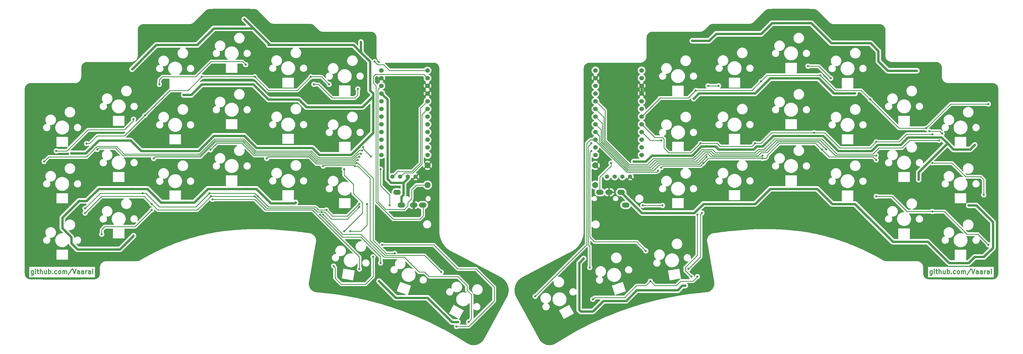
<source format=gtl>
G04 #@! TF.GenerationSoftware,KiCad,Pcbnew,8.0.1*
G04 #@! TF.CreationDate,2024-05-18T22:20:22+02:00*
G04 #@! TF.ProjectId,cornia,636f726e-6961-42e6-9b69-6361645f7063,3.0.1*
G04 #@! TF.SameCoordinates,Original*
G04 #@! TF.FileFunction,Copper,L1,Top*
G04 #@! TF.FilePolarity,Positive*
%FSLAX46Y46*%
G04 Gerber Fmt 4.6, Leading zero omitted, Abs format (unit mm)*
G04 Created by KiCad (PCBNEW 8.0.1) date 2024-05-18 22:20:22*
%MOMM*%
%LPD*%
G01*
G04 APERTURE LIST*
%ADD10C,0.300000*%
G04 #@! TA.AperFunction,NonConductor*
%ADD11C,0.300000*%
G04 #@! TD*
G04 #@! TA.AperFunction,ComponentPad*
%ADD12O,2.500000X1.700000*%
G04 #@! TD*
G04 #@! TA.AperFunction,ComponentPad*
%ADD13C,1.400000*%
G04 #@! TD*
G04 #@! TA.AperFunction,ComponentPad*
%ADD14C,2.000000*%
G04 #@! TD*
G04 #@! TA.AperFunction,ComponentPad*
%ADD15C,1.524000*%
G04 #@! TD*
G04 #@! TA.AperFunction,ViaPad*
%ADD16C,0.700000*%
G04 #@! TD*
G04 #@! TA.AperFunction,ViaPad*
%ADD17C,0.800000*%
G04 #@! TD*
G04 #@! TA.AperFunction,Conductor*
%ADD18C,0.254000*%
G04 #@! TD*
G04 #@! TA.AperFunction,Conductor*
%ADD19C,0.800000*%
G04 #@! TD*
G04 APERTURE END LIST*
D10*
D11*
X343054868Y-141330828D02*
X343054868Y-142545114D01*
X343054868Y-142545114D02*
X342983439Y-142687971D01*
X342983439Y-142687971D02*
X342912010Y-142759400D01*
X342912010Y-142759400D02*
X342769153Y-142830828D01*
X342769153Y-142830828D02*
X342554868Y-142830828D01*
X342554868Y-142830828D02*
X342412010Y-142759400D01*
X343054868Y-142259400D02*
X342912010Y-142330828D01*
X342912010Y-142330828D02*
X342626296Y-142330828D01*
X342626296Y-142330828D02*
X342483439Y-142259400D01*
X342483439Y-142259400D02*
X342412010Y-142187971D01*
X342412010Y-142187971D02*
X342340582Y-142045114D01*
X342340582Y-142045114D02*
X342340582Y-141616542D01*
X342340582Y-141616542D02*
X342412010Y-141473685D01*
X342412010Y-141473685D02*
X342483439Y-141402257D01*
X342483439Y-141402257D02*
X342626296Y-141330828D01*
X342626296Y-141330828D02*
X342912010Y-141330828D01*
X342912010Y-141330828D02*
X343054868Y-141402257D01*
X343769153Y-142330828D02*
X343769153Y-141330828D01*
X343769153Y-140830828D02*
X343697725Y-140902257D01*
X343697725Y-140902257D02*
X343769153Y-140973685D01*
X343769153Y-140973685D02*
X343840582Y-140902257D01*
X343840582Y-140902257D02*
X343769153Y-140830828D01*
X343769153Y-140830828D02*
X343769153Y-140973685D01*
X344269154Y-141330828D02*
X344840582Y-141330828D01*
X344483439Y-140830828D02*
X344483439Y-142116542D01*
X344483439Y-142116542D02*
X344554868Y-142259400D01*
X344554868Y-142259400D02*
X344697725Y-142330828D01*
X344697725Y-142330828D02*
X344840582Y-142330828D01*
X345340582Y-142330828D02*
X345340582Y-140830828D01*
X345983440Y-142330828D02*
X345983440Y-141545114D01*
X345983440Y-141545114D02*
X345912011Y-141402257D01*
X345912011Y-141402257D02*
X345769154Y-141330828D01*
X345769154Y-141330828D02*
X345554868Y-141330828D01*
X345554868Y-141330828D02*
X345412011Y-141402257D01*
X345412011Y-141402257D02*
X345340582Y-141473685D01*
X347340583Y-141330828D02*
X347340583Y-142330828D01*
X346697725Y-141330828D02*
X346697725Y-142116542D01*
X346697725Y-142116542D02*
X346769154Y-142259400D01*
X346769154Y-142259400D02*
X346912011Y-142330828D01*
X346912011Y-142330828D02*
X347126297Y-142330828D01*
X347126297Y-142330828D02*
X347269154Y-142259400D01*
X347269154Y-142259400D02*
X347340583Y-142187971D01*
X348054868Y-142330828D02*
X348054868Y-140830828D01*
X348054868Y-141402257D02*
X348197726Y-141330828D01*
X348197726Y-141330828D02*
X348483440Y-141330828D01*
X348483440Y-141330828D02*
X348626297Y-141402257D01*
X348626297Y-141402257D02*
X348697726Y-141473685D01*
X348697726Y-141473685D02*
X348769154Y-141616542D01*
X348769154Y-141616542D02*
X348769154Y-142045114D01*
X348769154Y-142045114D02*
X348697726Y-142187971D01*
X348697726Y-142187971D02*
X348626297Y-142259400D01*
X348626297Y-142259400D02*
X348483440Y-142330828D01*
X348483440Y-142330828D02*
X348197726Y-142330828D01*
X348197726Y-142330828D02*
X348054868Y-142259400D01*
X349412011Y-142187971D02*
X349483440Y-142259400D01*
X349483440Y-142259400D02*
X349412011Y-142330828D01*
X349412011Y-142330828D02*
X349340583Y-142259400D01*
X349340583Y-142259400D02*
X349412011Y-142187971D01*
X349412011Y-142187971D02*
X349412011Y-142330828D01*
X350769155Y-142259400D02*
X350626297Y-142330828D01*
X350626297Y-142330828D02*
X350340583Y-142330828D01*
X350340583Y-142330828D02*
X350197726Y-142259400D01*
X350197726Y-142259400D02*
X350126297Y-142187971D01*
X350126297Y-142187971D02*
X350054869Y-142045114D01*
X350054869Y-142045114D02*
X350054869Y-141616542D01*
X350054869Y-141616542D02*
X350126297Y-141473685D01*
X350126297Y-141473685D02*
X350197726Y-141402257D01*
X350197726Y-141402257D02*
X350340583Y-141330828D01*
X350340583Y-141330828D02*
X350626297Y-141330828D01*
X350626297Y-141330828D02*
X350769155Y-141402257D01*
X351626297Y-142330828D02*
X351483440Y-142259400D01*
X351483440Y-142259400D02*
X351412011Y-142187971D01*
X351412011Y-142187971D02*
X351340583Y-142045114D01*
X351340583Y-142045114D02*
X351340583Y-141616542D01*
X351340583Y-141616542D02*
X351412011Y-141473685D01*
X351412011Y-141473685D02*
X351483440Y-141402257D01*
X351483440Y-141402257D02*
X351626297Y-141330828D01*
X351626297Y-141330828D02*
X351840583Y-141330828D01*
X351840583Y-141330828D02*
X351983440Y-141402257D01*
X351983440Y-141402257D02*
X352054869Y-141473685D01*
X352054869Y-141473685D02*
X352126297Y-141616542D01*
X352126297Y-141616542D02*
X352126297Y-142045114D01*
X352126297Y-142045114D02*
X352054869Y-142187971D01*
X352054869Y-142187971D02*
X351983440Y-142259400D01*
X351983440Y-142259400D02*
X351840583Y-142330828D01*
X351840583Y-142330828D02*
X351626297Y-142330828D01*
X352769154Y-142330828D02*
X352769154Y-141330828D01*
X352769154Y-141473685D02*
X352840583Y-141402257D01*
X352840583Y-141402257D02*
X352983440Y-141330828D01*
X352983440Y-141330828D02*
X353197726Y-141330828D01*
X353197726Y-141330828D02*
X353340583Y-141402257D01*
X353340583Y-141402257D02*
X353412012Y-141545114D01*
X353412012Y-141545114D02*
X353412012Y-142330828D01*
X353412012Y-141545114D02*
X353483440Y-141402257D01*
X353483440Y-141402257D02*
X353626297Y-141330828D01*
X353626297Y-141330828D02*
X353840583Y-141330828D01*
X353840583Y-141330828D02*
X353983440Y-141402257D01*
X353983440Y-141402257D02*
X354054869Y-141545114D01*
X354054869Y-141545114D02*
X354054869Y-142330828D01*
X355840583Y-140759400D02*
X354554869Y-142687971D01*
X356126298Y-140830828D02*
X356626298Y-142330828D01*
X356626298Y-142330828D02*
X357126298Y-140830828D01*
X358269155Y-142330828D02*
X358269155Y-141545114D01*
X358269155Y-141545114D02*
X358197726Y-141402257D01*
X358197726Y-141402257D02*
X358054869Y-141330828D01*
X358054869Y-141330828D02*
X357769155Y-141330828D01*
X357769155Y-141330828D02*
X357626297Y-141402257D01*
X358269155Y-142259400D02*
X358126297Y-142330828D01*
X358126297Y-142330828D02*
X357769155Y-142330828D01*
X357769155Y-142330828D02*
X357626297Y-142259400D01*
X357626297Y-142259400D02*
X357554869Y-142116542D01*
X357554869Y-142116542D02*
X357554869Y-141973685D01*
X357554869Y-141973685D02*
X357626297Y-141830828D01*
X357626297Y-141830828D02*
X357769155Y-141759400D01*
X357769155Y-141759400D02*
X358126297Y-141759400D01*
X358126297Y-141759400D02*
X358269155Y-141687971D01*
X359626298Y-142330828D02*
X359626298Y-141545114D01*
X359626298Y-141545114D02*
X359554869Y-141402257D01*
X359554869Y-141402257D02*
X359412012Y-141330828D01*
X359412012Y-141330828D02*
X359126298Y-141330828D01*
X359126298Y-141330828D02*
X358983440Y-141402257D01*
X359626298Y-142259400D02*
X359483440Y-142330828D01*
X359483440Y-142330828D02*
X359126298Y-142330828D01*
X359126298Y-142330828D02*
X358983440Y-142259400D01*
X358983440Y-142259400D02*
X358912012Y-142116542D01*
X358912012Y-142116542D02*
X358912012Y-141973685D01*
X358912012Y-141973685D02*
X358983440Y-141830828D01*
X358983440Y-141830828D02*
X359126298Y-141759400D01*
X359126298Y-141759400D02*
X359483440Y-141759400D01*
X359483440Y-141759400D02*
X359626298Y-141687971D01*
X360340583Y-142330828D02*
X360340583Y-141330828D01*
X360340583Y-141616542D02*
X360412012Y-141473685D01*
X360412012Y-141473685D02*
X360483441Y-141402257D01*
X360483441Y-141402257D02*
X360626298Y-141330828D01*
X360626298Y-141330828D02*
X360769155Y-141330828D01*
X361912012Y-142330828D02*
X361912012Y-141545114D01*
X361912012Y-141545114D02*
X361840583Y-141402257D01*
X361840583Y-141402257D02*
X361697726Y-141330828D01*
X361697726Y-141330828D02*
X361412012Y-141330828D01*
X361412012Y-141330828D02*
X361269154Y-141402257D01*
X361912012Y-142259400D02*
X361769154Y-142330828D01*
X361769154Y-142330828D02*
X361412012Y-142330828D01*
X361412012Y-142330828D02*
X361269154Y-142259400D01*
X361269154Y-142259400D02*
X361197726Y-142116542D01*
X361197726Y-142116542D02*
X361197726Y-141973685D01*
X361197726Y-141973685D02*
X361269154Y-141830828D01*
X361269154Y-141830828D02*
X361412012Y-141759400D01*
X361412012Y-141759400D02*
X361769154Y-141759400D01*
X361769154Y-141759400D02*
X361912012Y-141687971D01*
X362626297Y-142330828D02*
X362626297Y-141330828D01*
X362626297Y-140830828D02*
X362554869Y-140902257D01*
X362554869Y-140902257D02*
X362626297Y-140973685D01*
X362626297Y-140973685D02*
X362697726Y-140902257D01*
X362697726Y-140902257D02*
X362626297Y-140830828D01*
X362626297Y-140830828D02*
X362626297Y-140973685D01*
D10*
D11*
X46554868Y-141330828D02*
X46554868Y-142545114D01*
X46554868Y-142545114D02*
X46483439Y-142687971D01*
X46483439Y-142687971D02*
X46412010Y-142759400D01*
X46412010Y-142759400D02*
X46269153Y-142830828D01*
X46269153Y-142830828D02*
X46054868Y-142830828D01*
X46054868Y-142830828D02*
X45912010Y-142759400D01*
X46554868Y-142259400D02*
X46412010Y-142330828D01*
X46412010Y-142330828D02*
X46126296Y-142330828D01*
X46126296Y-142330828D02*
X45983439Y-142259400D01*
X45983439Y-142259400D02*
X45912010Y-142187971D01*
X45912010Y-142187971D02*
X45840582Y-142045114D01*
X45840582Y-142045114D02*
X45840582Y-141616542D01*
X45840582Y-141616542D02*
X45912010Y-141473685D01*
X45912010Y-141473685D02*
X45983439Y-141402257D01*
X45983439Y-141402257D02*
X46126296Y-141330828D01*
X46126296Y-141330828D02*
X46412010Y-141330828D01*
X46412010Y-141330828D02*
X46554868Y-141402257D01*
X47269153Y-142330828D02*
X47269153Y-141330828D01*
X47269153Y-140830828D02*
X47197725Y-140902257D01*
X47197725Y-140902257D02*
X47269153Y-140973685D01*
X47269153Y-140973685D02*
X47340582Y-140902257D01*
X47340582Y-140902257D02*
X47269153Y-140830828D01*
X47269153Y-140830828D02*
X47269153Y-140973685D01*
X47769154Y-141330828D02*
X48340582Y-141330828D01*
X47983439Y-140830828D02*
X47983439Y-142116542D01*
X47983439Y-142116542D02*
X48054868Y-142259400D01*
X48054868Y-142259400D02*
X48197725Y-142330828D01*
X48197725Y-142330828D02*
X48340582Y-142330828D01*
X48840582Y-142330828D02*
X48840582Y-140830828D01*
X49483440Y-142330828D02*
X49483440Y-141545114D01*
X49483440Y-141545114D02*
X49412011Y-141402257D01*
X49412011Y-141402257D02*
X49269154Y-141330828D01*
X49269154Y-141330828D02*
X49054868Y-141330828D01*
X49054868Y-141330828D02*
X48912011Y-141402257D01*
X48912011Y-141402257D02*
X48840582Y-141473685D01*
X50840583Y-141330828D02*
X50840583Y-142330828D01*
X50197725Y-141330828D02*
X50197725Y-142116542D01*
X50197725Y-142116542D02*
X50269154Y-142259400D01*
X50269154Y-142259400D02*
X50412011Y-142330828D01*
X50412011Y-142330828D02*
X50626297Y-142330828D01*
X50626297Y-142330828D02*
X50769154Y-142259400D01*
X50769154Y-142259400D02*
X50840583Y-142187971D01*
X51554868Y-142330828D02*
X51554868Y-140830828D01*
X51554868Y-141402257D02*
X51697726Y-141330828D01*
X51697726Y-141330828D02*
X51983440Y-141330828D01*
X51983440Y-141330828D02*
X52126297Y-141402257D01*
X52126297Y-141402257D02*
X52197726Y-141473685D01*
X52197726Y-141473685D02*
X52269154Y-141616542D01*
X52269154Y-141616542D02*
X52269154Y-142045114D01*
X52269154Y-142045114D02*
X52197726Y-142187971D01*
X52197726Y-142187971D02*
X52126297Y-142259400D01*
X52126297Y-142259400D02*
X51983440Y-142330828D01*
X51983440Y-142330828D02*
X51697726Y-142330828D01*
X51697726Y-142330828D02*
X51554868Y-142259400D01*
X52912011Y-142187971D02*
X52983440Y-142259400D01*
X52983440Y-142259400D02*
X52912011Y-142330828D01*
X52912011Y-142330828D02*
X52840583Y-142259400D01*
X52840583Y-142259400D02*
X52912011Y-142187971D01*
X52912011Y-142187971D02*
X52912011Y-142330828D01*
X54269155Y-142259400D02*
X54126297Y-142330828D01*
X54126297Y-142330828D02*
X53840583Y-142330828D01*
X53840583Y-142330828D02*
X53697726Y-142259400D01*
X53697726Y-142259400D02*
X53626297Y-142187971D01*
X53626297Y-142187971D02*
X53554869Y-142045114D01*
X53554869Y-142045114D02*
X53554869Y-141616542D01*
X53554869Y-141616542D02*
X53626297Y-141473685D01*
X53626297Y-141473685D02*
X53697726Y-141402257D01*
X53697726Y-141402257D02*
X53840583Y-141330828D01*
X53840583Y-141330828D02*
X54126297Y-141330828D01*
X54126297Y-141330828D02*
X54269155Y-141402257D01*
X55126297Y-142330828D02*
X54983440Y-142259400D01*
X54983440Y-142259400D02*
X54912011Y-142187971D01*
X54912011Y-142187971D02*
X54840583Y-142045114D01*
X54840583Y-142045114D02*
X54840583Y-141616542D01*
X54840583Y-141616542D02*
X54912011Y-141473685D01*
X54912011Y-141473685D02*
X54983440Y-141402257D01*
X54983440Y-141402257D02*
X55126297Y-141330828D01*
X55126297Y-141330828D02*
X55340583Y-141330828D01*
X55340583Y-141330828D02*
X55483440Y-141402257D01*
X55483440Y-141402257D02*
X55554869Y-141473685D01*
X55554869Y-141473685D02*
X55626297Y-141616542D01*
X55626297Y-141616542D02*
X55626297Y-142045114D01*
X55626297Y-142045114D02*
X55554869Y-142187971D01*
X55554869Y-142187971D02*
X55483440Y-142259400D01*
X55483440Y-142259400D02*
X55340583Y-142330828D01*
X55340583Y-142330828D02*
X55126297Y-142330828D01*
X56269154Y-142330828D02*
X56269154Y-141330828D01*
X56269154Y-141473685D02*
X56340583Y-141402257D01*
X56340583Y-141402257D02*
X56483440Y-141330828D01*
X56483440Y-141330828D02*
X56697726Y-141330828D01*
X56697726Y-141330828D02*
X56840583Y-141402257D01*
X56840583Y-141402257D02*
X56912012Y-141545114D01*
X56912012Y-141545114D02*
X56912012Y-142330828D01*
X56912012Y-141545114D02*
X56983440Y-141402257D01*
X56983440Y-141402257D02*
X57126297Y-141330828D01*
X57126297Y-141330828D02*
X57340583Y-141330828D01*
X57340583Y-141330828D02*
X57483440Y-141402257D01*
X57483440Y-141402257D02*
X57554869Y-141545114D01*
X57554869Y-141545114D02*
X57554869Y-142330828D01*
X59340583Y-140759400D02*
X58054869Y-142687971D01*
X59626298Y-140830828D02*
X60126298Y-142330828D01*
X60126298Y-142330828D02*
X60626298Y-140830828D01*
X61769155Y-142330828D02*
X61769155Y-141545114D01*
X61769155Y-141545114D02*
X61697726Y-141402257D01*
X61697726Y-141402257D02*
X61554869Y-141330828D01*
X61554869Y-141330828D02*
X61269155Y-141330828D01*
X61269155Y-141330828D02*
X61126297Y-141402257D01*
X61769155Y-142259400D02*
X61626297Y-142330828D01*
X61626297Y-142330828D02*
X61269155Y-142330828D01*
X61269155Y-142330828D02*
X61126297Y-142259400D01*
X61126297Y-142259400D02*
X61054869Y-142116542D01*
X61054869Y-142116542D02*
X61054869Y-141973685D01*
X61054869Y-141973685D02*
X61126297Y-141830828D01*
X61126297Y-141830828D02*
X61269155Y-141759400D01*
X61269155Y-141759400D02*
X61626297Y-141759400D01*
X61626297Y-141759400D02*
X61769155Y-141687971D01*
X63126298Y-142330828D02*
X63126298Y-141545114D01*
X63126298Y-141545114D02*
X63054869Y-141402257D01*
X63054869Y-141402257D02*
X62912012Y-141330828D01*
X62912012Y-141330828D02*
X62626298Y-141330828D01*
X62626298Y-141330828D02*
X62483440Y-141402257D01*
X63126298Y-142259400D02*
X62983440Y-142330828D01*
X62983440Y-142330828D02*
X62626298Y-142330828D01*
X62626298Y-142330828D02*
X62483440Y-142259400D01*
X62483440Y-142259400D02*
X62412012Y-142116542D01*
X62412012Y-142116542D02*
X62412012Y-141973685D01*
X62412012Y-141973685D02*
X62483440Y-141830828D01*
X62483440Y-141830828D02*
X62626298Y-141759400D01*
X62626298Y-141759400D02*
X62983440Y-141759400D01*
X62983440Y-141759400D02*
X63126298Y-141687971D01*
X63840583Y-142330828D02*
X63840583Y-141330828D01*
X63840583Y-141616542D02*
X63912012Y-141473685D01*
X63912012Y-141473685D02*
X63983441Y-141402257D01*
X63983441Y-141402257D02*
X64126298Y-141330828D01*
X64126298Y-141330828D02*
X64269155Y-141330828D01*
X65412012Y-142330828D02*
X65412012Y-141545114D01*
X65412012Y-141545114D02*
X65340583Y-141402257D01*
X65340583Y-141402257D02*
X65197726Y-141330828D01*
X65197726Y-141330828D02*
X64912012Y-141330828D01*
X64912012Y-141330828D02*
X64769154Y-141402257D01*
X65412012Y-142259400D02*
X65269154Y-142330828D01*
X65269154Y-142330828D02*
X64912012Y-142330828D01*
X64912012Y-142330828D02*
X64769154Y-142259400D01*
X64769154Y-142259400D02*
X64697726Y-142116542D01*
X64697726Y-142116542D02*
X64697726Y-141973685D01*
X64697726Y-141973685D02*
X64769154Y-141830828D01*
X64769154Y-141830828D02*
X64912012Y-141759400D01*
X64912012Y-141759400D02*
X65269154Y-141759400D01*
X65269154Y-141759400D02*
X65412012Y-141687971D01*
X66126297Y-142330828D02*
X66126297Y-141330828D01*
X66126297Y-140830828D02*
X66054869Y-140902257D01*
X66054869Y-140902257D02*
X66126297Y-140973685D01*
X66126297Y-140973685D02*
X66197726Y-140902257D01*
X66197726Y-140902257D02*
X66126297Y-140830828D01*
X66126297Y-140830828D02*
X66126297Y-140973685D01*
D12*
X166486500Y-115441500D03*
X174986500Y-119641500D03*
X171986500Y-119641500D03*
X167986500Y-119641500D03*
D13*
X165027500Y-110280000D03*
X167567500Y-110280000D03*
X170107500Y-110280000D03*
X172647500Y-110280000D03*
D14*
X176576500Y-113030500D03*
X176576500Y-106530500D03*
D12*
X241950500Y-119625000D03*
X233450500Y-115425000D03*
X236450500Y-115425000D03*
X240450500Y-115425000D03*
D13*
X235797500Y-110280000D03*
X238337500Y-110280000D03*
X240877500Y-110280000D03*
X243417500Y-110280000D03*
D14*
X231917500Y-113027000D03*
X231917500Y-106527000D03*
D15*
X176575900Y-75191500D03*
X176575900Y-77731500D03*
X176575900Y-80271500D03*
X176575900Y-82811500D03*
X176575900Y-85351500D03*
X176575900Y-87891500D03*
X176575900Y-90431500D03*
X176575900Y-92971500D03*
X176575900Y-95511500D03*
X176575900Y-98051500D03*
X176575900Y-100591500D03*
X176575900Y-103131500D03*
X161355900Y-103131500D03*
X161355900Y-100591500D03*
X161355900Y-98051500D03*
X161355900Y-95511500D03*
X161355900Y-92971500D03*
X161355900Y-90431500D03*
X161355900Y-87891500D03*
X161355900Y-85351500D03*
X161355900Y-82811500D03*
X161355900Y-80271500D03*
X161355900Y-77731500D03*
X161355900Y-75191500D03*
X247211900Y-75167000D03*
X247211900Y-77707000D03*
X247211900Y-80247000D03*
X247211900Y-82787000D03*
X247211900Y-85327000D03*
X247211900Y-87867000D03*
X247211900Y-90407000D03*
X247211900Y-92947000D03*
X247211900Y-95487000D03*
X247211900Y-98027000D03*
X247211900Y-100567000D03*
X247211900Y-103107000D03*
X231991900Y-103107000D03*
X231991900Y-100567000D03*
X231991900Y-98027000D03*
X231991900Y-95487000D03*
X231991900Y-92947000D03*
X231991900Y-90407000D03*
X231991900Y-87867000D03*
X231991900Y-85327000D03*
X231991900Y-82787000D03*
X231991900Y-80247000D03*
X231991900Y-77707000D03*
X231991900Y-75167000D03*
D16*
X363530860Y-139120000D03*
X363530860Y-136580000D03*
X363530860Y-121340000D03*
X363530860Y-118800000D03*
X363530860Y-116260000D03*
X363530860Y-113720000D03*
X363530860Y-111180000D03*
X363530860Y-108640000D03*
X363530860Y-106100000D03*
X363530860Y-103560000D03*
X363530860Y-101020000D03*
X363530860Y-98480000D03*
X363530860Y-95940000D03*
X363530860Y-93400000D03*
X363530860Y-90860000D03*
X363530860Y-88320000D03*
X363530860Y-85780000D03*
X360990860Y-139120000D03*
X360990860Y-126420000D03*
X360990860Y-118800000D03*
X360990860Y-106100000D03*
X360990860Y-103560000D03*
X360990860Y-101020000D03*
X360990860Y-98480000D03*
X358450860Y-139120000D03*
X358450860Y-123880000D03*
X358450860Y-116260000D03*
X358450860Y-103560000D03*
X355910860Y-95940000D03*
X353370860Y-121340000D03*
X350830860Y-121340000D03*
X350830860Y-103560000D03*
X350830860Y-88320000D03*
X348290860Y-103560000D03*
X348290860Y-95940000D03*
X348290860Y-83240000D03*
X348290860Y-80700000D03*
X345750860Y-139120000D03*
X345750860Y-85780000D03*
X345750860Y-83240000D03*
X345750860Y-80700000D03*
X343210860Y-139120000D03*
X343210860Y-136580000D03*
X343210860Y-78160000D03*
X343210860Y-75620000D03*
X340670860Y-136580000D03*
X340670860Y-116260000D03*
X340670860Y-113720000D03*
X340670860Y-111180000D03*
X340670860Y-75620000D03*
X338130860Y-136580000D03*
X338130860Y-126420000D03*
X338130860Y-116260000D03*
X338130860Y-113720000D03*
X338130860Y-103560000D03*
X335590860Y-116260000D03*
X335590860Y-113720000D03*
X333050860Y-136580000D03*
X333050860Y-116260000D03*
X333050860Y-113720000D03*
X333050860Y-83240000D03*
X333050860Y-80700000D03*
X333050860Y-78160000D03*
X330510860Y-88320000D03*
X330510860Y-80700000D03*
X327970860Y-136580000D03*
X327970860Y-134040000D03*
X327970860Y-118800000D03*
X327970860Y-113720000D03*
X327970860Y-111180000D03*
X327970860Y-108640000D03*
X327970860Y-95940000D03*
X327970860Y-93400000D03*
X327970860Y-80700000D03*
X327970860Y-78160000D03*
X325430860Y-134040000D03*
X325430860Y-131500000D03*
X325430860Y-118800000D03*
X325430860Y-95940000D03*
X325430860Y-93400000D03*
X325430860Y-90860000D03*
X325430860Y-80700000D03*
X325430860Y-78160000D03*
X325430860Y-75620000D03*
X325430860Y-62920000D03*
X322890860Y-134040000D03*
X322890860Y-131500000D03*
X322890860Y-128960000D03*
X322890860Y-118800000D03*
X322890860Y-116260000D03*
X320350860Y-131500000D03*
X320350860Y-128960000D03*
X320350860Y-126420000D03*
X320350860Y-118800000D03*
X320350860Y-113720000D03*
X320350860Y-95940000D03*
X320350860Y-90860000D03*
X320350860Y-85780000D03*
X320350860Y-62920000D03*
X317810860Y-131500000D03*
X317810860Y-128960000D03*
X317810860Y-126420000D03*
X317810860Y-123880000D03*
X317810860Y-62920000D03*
X315270860Y-128960000D03*
X315270860Y-126420000D03*
X315270860Y-123880000D03*
X315270860Y-70540000D03*
X315270860Y-68000000D03*
X315270860Y-62920000D03*
X312730860Y-128960000D03*
X312730860Y-126420000D03*
X312730860Y-123880000D03*
X312730860Y-106100000D03*
X312730860Y-88320000D03*
X312730860Y-85780000D03*
X312730860Y-68000000D03*
X312730860Y-62920000D03*
X310190860Y-128960000D03*
X310190860Y-126420000D03*
X310190860Y-123880000D03*
X310190860Y-121340000D03*
X310190860Y-106100000D03*
X310190860Y-85780000D03*
X310190860Y-68000000D03*
X310190860Y-62920000D03*
X307650860Y-126420000D03*
X307650860Y-123880000D03*
X307650860Y-121340000D03*
X307650860Y-113720000D03*
X307650860Y-68000000D03*
X305110860Y-126420000D03*
X305110860Y-123880000D03*
X305110860Y-121340000D03*
X305110860Y-118800000D03*
X305110860Y-111180000D03*
X305110860Y-93400000D03*
X305110860Y-88320000D03*
X305110860Y-83240000D03*
X305110860Y-80700000D03*
X305110860Y-65460000D03*
X305110860Y-57840000D03*
X302570860Y-126420000D03*
X302570860Y-123880000D03*
X302570860Y-121340000D03*
X302570860Y-118800000D03*
X302570860Y-111180000D03*
X302570860Y-93400000D03*
X302570860Y-80700000D03*
X302570860Y-75620000D03*
X300030860Y-126420000D03*
X300030860Y-123880000D03*
X300030860Y-121340000D03*
X300030860Y-80700000D03*
X300030860Y-68000000D03*
X300030860Y-55300000D03*
X297490860Y-126420000D03*
X297490860Y-123880000D03*
X297490860Y-80700000D03*
X297490860Y-55300000D03*
X294950860Y-126420000D03*
X294950860Y-116260000D03*
X294950860Y-65460000D03*
X294950860Y-62920000D03*
X294950860Y-55300000D03*
X292410860Y-126420000D03*
X292410860Y-121340000D03*
X292410860Y-118800000D03*
X292410860Y-108640000D03*
X292410860Y-90860000D03*
X292410860Y-83240000D03*
X292410860Y-80700000D03*
X292410860Y-62920000D03*
X292410860Y-55300000D03*
X289870860Y-126420000D03*
X289870860Y-121340000D03*
X289870860Y-111180000D03*
X289870860Y-108640000D03*
X289870860Y-62920000D03*
X287330860Y-126420000D03*
X287330860Y-113720000D03*
X287330860Y-95940000D03*
X287330860Y-93400000D03*
X287330860Y-90860000D03*
X287330860Y-88320000D03*
X287330860Y-83240000D03*
X287330860Y-57840000D03*
X284790860Y-126420000D03*
X284790860Y-85780000D03*
X284790860Y-65460000D03*
X284790860Y-60380000D03*
X282250860Y-126420000D03*
X282250860Y-113720000D03*
X282250860Y-90860000D03*
X282250860Y-85780000D03*
X282250860Y-65460000D03*
X279710860Y-126420000D03*
X279710860Y-65460000D03*
X277170860Y-126420000D03*
X277170860Y-70540000D03*
X277170860Y-68000000D03*
X277170860Y-65460000D03*
X274630860Y-126420000D03*
X274630860Y-106100000D03*
X274630860Y-93400000D03*
X274630860Y-85780000D03*
X274630860Y-75620000D03*
X274630860Y-68000000D03*
X274630860Y-65460000D03*
X272090860Y-126420000D03*
X272090860Y-106100000D03*
X272090860Y-88320000D03*
X272090860Y-85780000D03*
X272090860Y-78160000D03*
X272090860Y-68000000D03*
X272090860Y-65460000D03*
X269550860Y-146740000D03*
X269550860Y-144200000D03*
X269550860Y-126420000D03*
X269550860Y-116260000D03*
X269550860Y-88320000D03*
X269550860Y-85780000D03*
X269550860Y-78160000D03*
X269550860Y-75620000D03*
X269550860Y-68000000D03*
X267010860Y-146740000D03*
X267010860Y-68000000D03*
X264470860Y-131500000D03*
X264470860Y-128960000D03*
X264470860Y-118800000D03*
X264470860Y-116260000D03*
X264470860Y-98480000D03*
X264470860Y-93400000D03*
X264470860Y-88320000D03*
X261930860Y-128960000D03*
X261930860Y-85780000D03*
X259390860Y-128960000D03*
X259390860Y-88320000D03*
X259390860Y-85780000D03*
X259390860Y-73080000D03*
X259390860Y-70540000D03*
X259390860Y-68000000D03*
X259390860Y-65460000D03*
X256850860Y-128960000D03*
X256850860Y-123880000D03*
X256850860Y-70540000D03*
X254310860Y-149280000D03*
X254310860Y-139120000D03*
X254310860Y-131500000D03*
X254310860Y-128960000D03*
X254310860Y-123880000D03*
X254310860Y-116260000D03*
X254310860Y-88320000D03*
X254310860Y-85780000D03*
X254310860Y-83240000D03*
X254310860Y-80700000D03*
X254310860Y-70540000D03*
X254310860Y-65460000D03*
X251770860Y-149280000D03*
X251770860Y-141660000D03*
X251770860Y-131500000D03*
X251770860Y-128960000D03*
X251770860Y-123880000D03*
X251770860Y-116260000D03*
X251770860Y-68000000D03*
X251770860Y-65460000D03*
X249230860Y-131500000D03*
X249230860Y-128960000D03*
X246690860Y-113720000D03*
X246690860Y-111180000D03*
X244150860Y-144200000D03*
X244150860Y-134040000D03*
X244150860Y-116260000D03*
X244150860Y-113720000D03*
X244150860Y-85780000D03*
X244150860Y-83240000D03*
X244150860Y-78160000D03*
X244150860Y-75620000D03*
X241610860Y-139120000D03*
X241610860Y-126420000D03*
X241610860Y-123880000D03*
X241610860Y-121340000D03*
X241610860Y-101020000D03*
X241610860Y-98480000D03*
X241610860Y-95940000D03*
X241610860Y-93400000D03*
X241610860Y-90860000D03*
X241610860Y-88320000D03*
X241610860Y-85780000D03*
X241610860Y-80700000D03*
X241610860Y-78160000D03*
X241610860Y-75620000D03*
X239070860Y-134040000D03*
X239070860Y-128960000D03*
X239070860Y-126420000D03*
X239070860Y-123880000D03*
X239070860Y-98480000D03*
X239070860Y-95940000D03*
X239070860Y-93400000D03*
X239070860Y-90860000D03*
X239070860Y-88320000D03*
X239070860Y-83240000D03*
X239070860Y-80700000D03*
X239070860Y-78160000D03*
X239070860Y-75620000D03*
X236530860Y-154360000D03*
X236530860Y-139120000D03*
X236530860Y-134040000D03*
X236530860Y-128960000D03*
X236530860Y-126420000D03*
X236530860Y-83240000D03*
X236530860Y-80700000D03*
X236530860Y-78160000D03*
X236530860Y-75620000D03*
X233990860Y-146740000D03*
X233990860Y-139120000D03*
X233990860Y-136580000D03*
X233990860Y-121340000D03*
X233990860Y-106100000D03*
X233990860Y-103560000D03*
X233990860Y-80700000D03*
X233990860Y-78160000D03*
X233990860Y-75620000D03*
X231450860Y-128960000D03*
X231450860Y-123880000D03*
X231450860Y-121340000D03*
X228910860Y-149280000D03*
X226370860Y-159440000D03*
X226370860Y-156900000D03*
X223830860Y-159440000D03*
X221290860Y-161980000D03*
X221290860Y-159440000D03*
X218750860Y-161980000D03*
X218750860Y-159440000D03*
X218750860Y-139120000D03*
X216210860Y-164520000D03*
X216210860Y-161980000D03*
X216210860Y-159440000D03*
X216210860Y-156900000D03*
X216210860Y-141660000D03*
X213670860Y-161980000D03*
X213670860Y-159440000D03*
X213670860Y-156900000D03*
X213670860Y-154360000D03*
X213670860Y-144200000D03*
X213670860Y-141660000D03*
X211130860Y-156900000D03*
X211130860Y-154360000D03*
X211130860Y-146740000D03*
X211130860Y-144200000D03*
X208590860Y-151820000D03*
X208590860Y-149280000D03*
X208590860Y-146740000D03*
X200970860Y-149280000D03*
X200970860Y-146740000D03*
X198430860Y-154360000D03*
X198430860Y-144200000D03*
X195890860Y-159440000D03*
X195890860Y-156900000D03*
X195890860Y-151820000D03*
X193350860Y-161980000D03*
X193350860Y-159440000D03*
X190810860Y-164520000D03*
X190810860Y-161980000D03*
X190810860Y-144200000D03*
X188270860Y-161980000D03*
X188270860Y-139120000D03*
X183190860Y-159440000D03*
X180650860Y-156900000D03*
X180650860Y-139120000D03*
X178110860Y-156900000D03*
X178110860Y-154360000D03*
X178110860Y-136580000D03*
X178110860Y-131500000D03*
X178110860Y-128960000D03*
X178110860Y-123880000D03*
X178110860Y-121340000D03*
X178110860Y-118800000D03*
X178110860Y-116260000D03*
X178110860Y-111180000D03*
X178110860Y-108640000D03*
X175570860Y-154360000D03*
X175570860Y-134040000D03*
X175570860Y-131500000D03*
X175570860Y-128960000D03*
X175570860Y-111180000D03*
X175570860Y-108640000D03*
X173030860Y-154360000D03*
X173030860Y-134040000D03*
X173030860Y-131500000D03*
X173030860Y-128960000D03*
X173030860Y-126420000D03*
X173030860Y-101020000D03*
X173030860Y-98480000D03*
X173030860Y-95940000D03*
X173030860Y-93400000D03*
X173030860Y-90860000D03*
X173030860Y-88320000D03*
X173030860Y-85780000D03*
X173030860Y-83240000D03*
X173030860Y-80700000D03*
X173030860Y-78160000D03*
X170490860Y-154360000D03*
X170490860Y-134040000D03*
X170490860Y-131500000D03*
X170490860Y-128960000D03*
X170490860Y-126420000D03*
X170490860Y-103560000D03*
X170490860Y-101020000D03*
X170490860Y-98480000D03*
X170490860Y-95940000D03*
X170490860Y-93400000D03*
X170490860Y-90860000D03*
X170490860Y-88320000D03*
X170490860Y-85780000D03*
X170490860Y-83240000D03*
X170490860Y-80700000D03*
X170490860Y-78160000D03*
X167950860Y-134040000D03*
X167950860Y-131500000D03*
X167950860Y-128960000D03*
X167950860Y-126420000D03*
X167950860Y-103560000D03*
X167950860Y-101020000D03*
X167950860Y-98480000D03*
X167950860Y-95940000D03*
X167950860Y-93400000D03*
X167950860Y-90860000D03*
X167950860Y-88320000D03*
X167950860Y-85780000D03*
X167950860Y-83240000D03*
X167950860Y-80700000D03*
X167950860Y-78160000D03*
X165410860Y-134040000D03*
X165410860Y-131500000D03*
X165410860Y-128960000D03*
X165410860Y-113720000D03*
X165410860Y-103560000D03*
X165410860Y-101020000D03*
X165410860Y-98480000D03*
X165410860Y-95940000D03*
X165410860Y-93400000D03*
X165410860Y-90860000D03*
X165410860Y-88320000D03*
X165410860Y-85780000D03*
X165410860Y-83240000D03*
X165410860Y-80700000D03*
X165410860Y-78160000D03*
X162870860Y-141660000D03*
X160330860Y-149280000D03*
X160330860Y-128960000D03*
X160330860Y-123880000D03*
X157790860Y-149280000D03*
X157790860Y-68000000D03*
X157790860Y-65460000D03*
X155250860Y-149280000D03*
X155250860Y-136580000D03*
X152710860Y-85780000D03*
X152710860Y-75620000D03*
X150170860Y-85780000D03*
X147630860Y-139120000D03*
X147630860Y-85780000D03*
X147630860Y-70540000D03*
X145090860Y-141660000D03*
X145090860Y-116260000D03*
X145090860Y-108640000D03*
X145090860Y-85780000D03*
X145090860Y-70540000D03*
X145090860Y-65460000D03*
X142550860Y-146740000D03*
X142550860Y-70540000D03*
X142550860Y-65460000D03*
X140010860Y-146740000D03*
X140010860Y-144200000D03*
X140010860Y-141660000D03*
X140010860Y-139120000D03*
X140010860Y-136580000D03*
X140010860Y-128960000D03*
X140010860Y-126420000D03*
X140010860Y-93400000D03*
X140010860Y-90860000D03*
X140010860Y-85780000D03*
X140010860Y-83240000D03*
X140010860Y-75620000D03*
X140010860Y-73080000D03*
X140010860Y-70540000D03*
X140010860Y-65460000D03*
X140010860Y-62920000D03*
X137470860Y-126420000D03*
X137470860Y-123880000D03*
X137470860Y-83240000D03*
X137470860Y-80700000D03*
X137470860Y-65460000D03*
X137470860Y-62920000D03*
X134930860Y-126420000D03*
X134930860Y-123880000D03*
X134930860Y-118800000D03*
X134930860Y-113720000D03*
X134930860Y-90860000D03*
X134930860Y-65460000D03*
X134930860Y-62920000D03*
X132390860Y-126420000D03*
X132390860Y-123880000D03*
X132390860Y-65460000D03*
X132390860Y-62920000D03*
X129850860Y-126420000D03*
X129850860Y-123880000D03*
X129850860Y-108640000D03*
X129850860Y-70540000D03*
X129850860Y-65460000D03*
X129850860Y-62920000D03*
X127310860Y-126420000D03*
X127310860Y-123880000D03*
X127310860Y-106100000D03*
X127310860Y-83240000D03*
X127310860Y-75620000D03*
X127310860Y-65460000D03*
X127310860Y-62920000D03*
X124770860Y-126420000D03*
X124770860Y-123880000D03*
X124770860Y-106100000D03*
X124770860Y-88320000D03*
X124770860Y-62920000D03*
X122230860Y-126420000D03*
X122230860Y-123880000D03*
X122230860Y-113720000D03*
X122230860Y-106100000D03*
X122230860Y-98480000D03*
X122230860Y-95940000D03*
X122230860Y-93400000D03*
X122230860Y-88320000D03*
X122230860Y-85780000D03*
X122230860Y-75620000D03*
X122230860Y-68000000D03*
X122230860Y-60380000D03*
X119690860Y-126420000D03*
X119690860Y-123880000D03*
X119690860Y-121340000D03*
X119690860Y-95940000D03*
X119690860Y-93400000D03*
X119690860Y-88320000D03*
X119690860Y-57840000D03*
X117150860Y-126420000D03*
X117150860Y-123880000D03*
X117150860Y-121340000D03*
X117150860Y-108640000D03*
X117150860Y-93400000D03*
X117150860Y-90860000D03*
X117150860Y-85780000D03*
X114610860Y-126420000D03*
X114610860Y-123880000D03*
X114610860Y-121340000D03*
X114610860Y-55300000D03*
X112070860Y-126420000D03*
X112070860Y-123880000D03*
X112070860Y-121340000D03*
X112070860Y-118800000D03*
X112070860Y-65460000D03*
X112070860Y-55300000D03*
X109530860Y-126420000D03*
X109530860Y-123880000D03*
X109530860Y-121340000D03*
X109530860Y-62920000D03*
X109530860Y-55300000D03*
X106990860Y-126420000D03*
X106990860Y-123880000D03*
X106990860Y-121340000D03*
X106990860Y-111180000D03*
X106990860Y-108640000D03*
X106990860Y-93400000D03*
X106990860Y-90860000D03*
X106990860Y-83240000D03*
X106990860Y-75620000D03*
X106990860Y-62920000D03*
X106990860Y-57840000D03*
X106990860Y-55300000D03*
X104450860Y-126420000D03*
X104450860Y-123880000D03*
X104450860Y-111180000D03*
X104450860Y-108640000D03*
X104450860Y-60380000D03*
X104450860Y-57840000D03*
X101910860Y-126420000D03*
X101910860Y-123880000D03*
X101910860Y-88320000D03*
X101910860Y-85780000D03*
X101910860Y-83240000D03*
X101910860Y-68000000D03*
X101910860Y-62920000D03*
X101910860Y-60380000D03*
X99370860Y-128960000D03*
X99370860Y-126420000D03*
X99370860Y-123880000D03*
X99370860Y-85780000D03*
X99370860Y-65460000D03*
X99370860Y-62920000D03*
X96830860Y-128960000D03*
X96830860Y-126420000D03*
X96830860Y-123880000D03*
X96830860Y-73080000D03*
X96830860Y-65460000D03*
X96830860Y-62920000D03*
X94290860Y-128960000D03*
X94290860Y-126420000D03*
X94290860Y-123880000D03*
X94290860Y-83240000D03*
X94290860Y-65460000D03*
X94290860Y-62920000D03*
X91750860Y-131500000D03*
X91750860Y-128960000D03*
X91750860Y-126420000D03*
X91750860Y-123880000D03*
X91750860Y-106100000D03*
X91750860Y-88320000D03*
X91750860Y-85780000D03*
X91750860Y-70540000D03*
X91750860Y-65460000D03*
X91750860Y-62920000D03*
X89210860Y-131500000D03*
X89210860Y-128960000D03*
X89210860Y-126420000D03*
X89210860Y-123880000D03*
X89210860Y-106100000D03*
X89210860Y-65460000D03*
X89210860Y-62920000D03*
X86670860Y-134040000D03*
X86670860Y-131500000D03*
X86670860Y-128960000D03*
X86670860Y-126420000D03*
X86670860Y-113720000D03*
X86670860Y-65460000D03*
X86670860Y-62920000D03*
X84130860Y-134040000D03*
X84130860Y-131500000D03*
X84130860Y-128960000D03*
X84130860Y-98480000D03*
X84130860Y-95940000D03*
X84130860Y-93400000D03*
X84130860Y-85780000D03*
X84130860Y-83240000D03*
X84130860Y-80700000D03*
X84130860Y-78160000D03*
X84130860Y-75620000D03*
X84130860Y-65460000D03*
X84130860Y-62920000D03*
X81590860Y-136580000D03*
X81590860Y-134040000D03*
X81590860Y-131500000D03*
X81590860Y-111180000D03*
X81590860Y-95940000D03*
X81590860Y-78160000D03*
X81590860Y-75620000D03*
X79050860Y-136580000D03*
X79050860Y-121340000D03*
X79050860Y-78160000D03*
X73970860Y-136580000D03*
X73970860Y-121340000D03*
X73970860Y-83240000D03*
X73970860Y-78160000D03*
X73970860Y-75620000D03*
X71430860Y-118800000D03*
X71430860Y-106100000D03*
X71430860Y-88320000D03*
X71430860Y-80700000D03*
X68890860Y-136580000D03*
X68890860Y-111180000D03*
X68890860Y-108640000D03*
X68890860Y-93400000D03*
X68890860Y-90860000D03*
X68890860Y-80700000D03*
X68890860Y-78160000D03*
X68890860Y-75620000D03*
X66350860Y-139120000D03*
X66350860Y-136580000D03*
X66350860Y-111180000D03*
X66350860Y-108640000D03*
X66350860Y-106100000D03*
X66350860Y-95940000D03*
X66350860Y-93400000D03*
X66350860Y-90860000D03*
X66350860Y-88320000D03*
X66350860Y-80700000D03*
X66350860Y-78160000D03*
X66350860Y-75620000D03*
X63810860Y-139120000D03*
X63810860Y-136580000D03*
X63810860Y-85780000D03*
X63810860Y-83240000D03*
X63810860Y-80700000D03*
X63810860Y-78160000D03*
X63810860Y-75620000D03*
X61270860Y-139120000D03*
X61270860Y-128960000D03*
X61270860Y-123880000D03*
X61270860Y-121340000D03*
X61270860Y-95940000D03*
X61270860Y-85780000D03*
X61270860Y-83240000D03*
X61270860Y-80700000D03*
X58730860Y-95940000D03*
X58730860Y-85780000D03*
X56190860Y-90860000D03*
X56190860Y-88320000D03*
X56190860Y-85780000D03*
X53650860Y-121340000D03*
X53650860Y-106100000D03*
X53650860Y-88320000D03*
X53650860Y-85780000D03*
X51110860Y-139120000D03*
X51110860Y-136580000D03*
X51110860Y-134040000D03*
X51110860Y-101020000D03*
X51110860Y-98480000D03*
X51110860Y-95940000D03*
X51110860Y-88320000D03*
X51110860Y-85780000D03*
X48570860Y-139120000D03*
X48570860Y-136580000D03*
X48570860Y-134040000D03*
X48570860Y-131500000D03*
X48570860Y-121340000D03*
X48570860Y-103560000D03*
X48570860Y-88320000D03*
X48570860Y-85780000D03*
X46030860Y-139120000D03*
X46030860Y-136580000D03*
X46030860Y-134040000D03*
X46030860Y-131500000D03*
X46030860Y-128960000D03*
X46030860Y-126420000D03*
X46030860Y-123880000D03*
X46030860Y-121340000D03*
X46030860Y-118800000D03*
X46030860Y-116260000D03*
X46030860Y-113720000D03*
X46030860Y-111180000D03*
X46030860Y-108640000D03*
X46030860Y-106100000D03*
X46030860Y-103560000D03*
X46030860Y-101020000D03*
X46030860Y-98480000D03*
X46030860Y-95940000D03*
X46030860Y-93400000D03*
X46030860Y-90860000D03*
X46030860Y-88320000D03*
X46030860Y-85780000D03*
X64107500Y-99343500D03*
X144107500Y-79780000D03*
X138107500Y-77280000D03*
X102107500Y-77280000D03*
X83357500Y-90030000D03*
X119579500Y-77280000D03*
X120607500Y-116780000D03*
X82607500Y-115780000D03*
X157857500Y-103530000D03*
X143207606Y-121280000D03*
X155386868Y-100559368D03*
X154107500Y-119280000D03*
X104607500Y-115780000D03*
X63607500Y-120780000D03*
X154107500Y-120280000D03*
X85607500Y-119280000D03*
X119607500Y-116780000D03*
X63607500Y-122280000D03*
X105107500Y-116780000D03*
X141607500Y-121966500D03*
X151107500Y-128280000D03*
X156607500Y-119280000D03*
X158607500Y-136780000D03*
X145607500Y-139780000D03*
D17*
X88607500Y-115780000D03*
X89032000Y-97204500D03*
X125607500Y-97280000D03*
X159607500Y-78280000D03*
X125607500Y-78780000D03*
X126149914Y-115640000D03*
X173107500Y-117280000D03*
X52107500Y-115280000D03*
X167107500Y-143780000D03*
X144107500Y-81280000D03*
X173107500Y-122280000D03*
X116107500Y-58280000D03*
X158607500Y-82780000D03*
X151357500Y-103030000D03*
X96107500Y-83280000D03*
X61107500Y-134280000D03*
X133107500Y-118780000D03*
X129607500Y-84780000D03*
X117107500Y-114280000D03*
X154607500Y-65780000D03*
X79107500Y-74780000D03*
X186607500Y-158280000D03*
X119107500Y-79780000D03*
X160607500Y-144780000D03*
X79607500Y-129780000D03*
X84107500Y-101780000D03*
X116107500Y-96780000D03*
X134607500Y-100780000D03*
X84107500Y-114280000D03*
X61607500Y-118280000D03*
X167607500Y-150280000D03*
X78607500Y-98280000D03*
X79107500Y-114280000D03*
X59107500Y-102553000D03*
X97107500Y-101780000D03*
X96607500Y-118780000D03*
D16*
X50107500Y-105280000D03*
X154995732Y-101652072D03*
X67614500Y-101280000D03*
X154558678Y-102731178D03*
X86254500Y-104280000D03*
X154107500Y-103780000D03*
X104944356Y-101407000D03*
X149107500Y-107780000D03*
X149107500Y-128280000D03*
X153607500Y-104780000D03*
X123534500Y-104280000D03*
X165734500Y-135603000D03*
X153107500Y-105780000D03*
X152607500Y-106780000D03*
X142174500Y-106780000D03*
X181107500Y-141780000D03*
X161107500Y-107780000D03*
X159107500Y-72280000D03*
X164107500Y-119780000D03*
X341107500Y-94280000D03*
X306107500Y-76780000D03*
X265107500Y-81780000D03*
X361607500Y-86280000D03*
X286607500Y-78780000D03*
X322607500Y-84780000D03*
X304107500Y-95780000D03*
X266607500Y-99280000D03*
X343107500Y-96280000D03*
X324607500Y-98780000D03*
X360107500Y-116280000D03*
X343107500Y-105710000D03*
X284607500Y-99280000D03*
X324607500Y-116780000D03*
X306607500Y-101280000D03*
X324607500Y-104780000D03*
X287107500Y-104280000D03*
X343107500Y-121780000D03*
X253607500Y-98280000D03*
X253607500Y-107280000D03*
X267607500Y-105780000D03*
X361607500Y-132780000D03*
X265607500Y-143280000D03*
X231107500Y-150780000D03*
X250107500Y-144780000D03*
X237107500Y-105780000D03*
X345342500Y-98280000D03*
X324607500Y-103280000D03*
X308062500Y-101280000D03*
X230607500Y-101780000D03*
X287107500Y-103280000D03*
X248607500Y-134780000D03*
X230607500Y-99280000D03*
X268607500Y-103780000D03*
X230107500Y-140280000D03*
X212107500Y-149780000D03*
X252607500Y-108280000D03*
D17*
X299107500Y-96780000D03*
X317607500Y-82780000D03*
X303207500Y-59580000D03*
X318107500Y-101780000D03*
X227107500Y-154780000D03*
X261107500Y-103280000D03*
X284607500Y-119280000D03*
X261607500Y-146280000D03*
X288107500Y-79280000D03*
X264607500Y-122280000D03*
X286707500Y-63080000D03*
X338607500Y-111280000D03*
X280107500Y-82780000D03*
X338007500Y-75280000D03*
X299107500Y-77780000D03*
X263907500Y-65380000D03*
X228107500Y-137280000D03*
X317607500Y-119280000D03*
X336607500Y-97280000D03*
X279607500Y-101280000D03*
X301107500Y-114280000D03*
X264357500Y-84530000D03*
X244607500Y-105280000D03*
X268607500Y-100280000D03*
X357107500Y-99780000D03*
X341607500Y-131780000D03*
X355107500Y-119780000D03*
X357107500Y-136780000D03*
X245607500Y-147780000D03*
X310607500Y-97280000D03*
X347607500Y-116780000D03*
X273107500Y-97280000D03*
X272607500Y-115780000D03*
X347607500Y-135280000D03*
X329607500Y-126780000D03*
X235607500Y-118280000D03*
X234938935Y-113448565D03*
X310607500Y-115780000D03*
D16*
X54107500Y-101780000D03*
X79607500Y-91280000D03*
X88107500Y-79780000D03*
X116607500Y-73280000D03*
X139107500Y-79780000D03*
X153607500Y-81280000D03*
X69107500Y-129280000D03*
X85607500Y-121280000D03*
X105607500Y-117780000D03*
X154107500Y-140780000D03*
X141107500Y-122780000D03*
X161107500Y-138780000D03*
X142107500Y-122780000D03*
X190107500Y-158280000D03*
X342107500Y-95280000D03*
X346357500Y-96030000D03*
X309607500Y-77780000D03*
X302107500Y-73780000D03*
X272607500Y-80280000D03*
X269107500Y-80280000D03*
X262607500Y-140780000D03*
X267107500Y-122280000D03*
X265607500Y-122780000D03*
X263607500Y-143280000D03*
X254107500Y-119780000D03*
X247607500Y-119780000D03*
X186107500Y-159780000D03*
X161607500Y-132780000D03*
D18*
X76607500Y-96780000D02*
X83357500Y-90030000D01*
X102107500Y-77280000D02*
X119579500Y-77280000D01*
X133607500Y-81780000D02*
X138107500Y-77280000D01*
X65044000Y-99343500D02*
X67607500Y-96780000D01*
X141607500Y-77280000D02*
X138107500Y-77280000D01*
X144107500Y-79780000D02*
X141607500Y-77280000D01*
X64107500Y-99343500D02*
X65044000Y-99343500D01*
X97607500Y-81780000D02*
X102107500Y-77280000D01*
X119579500Y-77280000D02*
X124079500Y-81780000D01*
X124079500Y-81780000D02*
X133607500Y-81780000D01*
X67607500Y-96780000D02*
X76607500Y-96780000D01*
X91607500Y-81780000D02*
X97607500Y-81780000D01*
X83357500Y-90030000D02*
X91607500Y-81780000D01*
X100107500Y-120280000D02*
X104607500Y-115780000D01*
X119607500Y-115780000D02*
X120607500Y-116780000D01*
X145207606Y-123280000D02*
X150107500Y-123280000D01*
X83607500Y-115780000D02*
X88107500Y-120280000D01*
X143207606Y-121280000D02*
X140607500Y-121280000D01*
X155386868Y-101059368D02*
X157857500Y-103530000D01*
X124107500Y-120280000D02*
X120607500Y-116780000D01*
X143207606Y-121280000D02*
X145207606Y-123280000D01*
X68607500Y-115780000D02*
X63607500Y-120780000D01*
X82607500Y-115780000D02*
X83607500Y-115780000D01*
X140607500Y-121280000D02*
X139607500Y-120280000D01*
X104607500Y-115780000D02*
X119607500Y-115780000D01*
X155386868Y-100559368D02*
X155386868Y-101059368D01*
X88107500Y-120280000D02*
X100107500Y-120280000D01*
X82607500Y-115780000D02*
X68607500Y-115780000D01*
X139607500Y-120280000D02*
X124107500Y-120280000D01*
X150107500Y-123280000D02*
X154107500Y-119280000D01*
X150107500Y-124280000D02*
X144921000Y-124280000D01*
X85607500Y-119280000D02*
X87607500Y-121280000D01*
X144921000Y-124280000D02*
X142607500Y-121966500D01*
X142607500Y-121966500D02*
X141607500Y-121966500D01*
X100607500Y-121280000D02*
X105107500Y-116780000D01*
X140294000Y-121966500D02*
X139107500Y-120780000D01*
X141607500Y-121966500D02*
X140294000Y-121966500D01*
X85607500Y-119280000D02*
X83107500Y-116780000D01*
X87607500Y-121280000D02*
X100607500Y-121280000D01*
X123607500Y-120780000D02*
X119607500Y-116780000D01*
X154107500Y-120280000D02*
X150107500Y-124280000D01*
X139107500Y-120780000D02*
X123607500Y-120780000D01*
X69107500Y-116780000D02*
X63607500Y-122280000D01*
X105107500Y-116780000D02*
X119607500Y-116780000D01*
X83107500Y-116780000D02*
X69107500Y-116780000D01*
X151107500Y-128280000D02*
X154607500Y-128280000D01*
X154607500Y-128280000D02*
X156607500Y-126280000D01*
X156607500Y-126280000D02*
X156607500Y-119280000D01*
X146107500Y-143780000D02*
X146107500Y-140280000D01*
X158607500Y-143280000D02*
X156107500Y-145780000D01*
X158607500Y-136780000D02*
X158607500Y-143280000D01*
X148107500Y-145780000D02*
X146107500Y-143780000D01*
X156107500Y-145780000D02*
X148107500Y-145780000D01*
X146107500Y-140280000D02*
X145607500Y-139780000D01*
D19*
X171986500Y-121159000D02*
X173107500Y-122280000D01*
X161355900Y-77731500D02*
X160156000Y-77731500D01*
X160156000Y-77731500D02*
X159607500Y-78280000D01*
X171986500Y-119641500D02*
X171986500Y-121159000D01*
X171986500Y-118401000D02*
X171986500Y-119641500D01*
X173107500Y-117280000D02*
X171986500Y-118401000D01*
X119107500Y-79780000D02*
X102107500Y-79780000D01*
X158607500Y-95780000D02*
X158607500Y-83780000D01*
X184607500Y-158280000D02*
X186607500Y-158280000D01*
X158607500Y-83780000D02*
X155107500Y-87280000D01*
X106107500Y-96780000D02*
X116107500Y-96780000D01*
X104107500Y-114280000D02*
X99607500Y-118780000D01*
X68107500Y-114280000D02*
X64107500Y-118280000D01*
X151357500Y-103030000D02*
X140857500Y-103030000D01*
X158607500Y-82780000D02*
X157607500Y-81780000D01*
X56107500Y-123780000D02*
X56107500Y-127280000D01*
X168642750Y-116244750D02*
X167986500Y-116901000D01*
X160607500Y-144780000D02*
X166107500Y-150280000D01*
X64107500Y-118280000D02*
X61607500Y-118280000D01*
X170180500Y-110742250D02*
X170180500Y-110277500D01*
X98607500Y-83280000D02*
X96107500Y-83280000D01*
X140857500Y-103030000D02*
X138607500Y-100780000D01*
X134107500Y-84780000D02*
X129607500Y-84780000D01*
X166107500Y-150280000D02*
X167607500Y-150280000D01*
X61607500Y-118280000D02*
X56107500Y-123780000D01*
X168642750Y-112280000D02*
X168642750Y-116244750D01*
X61107500Y-134280000D02*
X75107500Y-134280000D01*
X106107500Y-61280000D02*
X100607500Y-66780000D01*
X167986500Y-116901000D02*
X167986500Y-119641500D01*
X116107500Y-58280000D02*
X124607500Y-66780000D01*
X163357500Y-111030000D02*
X164607500Y-112280000D01*
X133107500Y-118780000D02*
X132857500Y-119030000D01*
X101107500Y-101780000D02*
X106107500Y-96780000D01*
X136607500Y-87280000D02*
X134107500Y-84780000D01*
X134607500Y-100780000D02*
X120107500Y-100780000D01*
X151357500Y-103030000D02*
X158607500Y-95780000D01*
X125607500Y-66780000D02*
X124107500Y-66780000D01*
X119107500Y-61280000D02*
X106107500Y-61280000D01*
X117107500Y-114280000D02*
X104107500Y-114280000D01*
X157607500Y-81780000D02*
X157607500Y-72280000D01*
X164607500Y-112280000D02*
X168642750Y-112280000D01*
X59107500Y-132280000D02*
X61107500Y-134280000D01*
X124607500Y-66780000D02*
X125607500Y-66780000D01*
X168642750Y-112280000D02*
X170180500Y-110742250D01*
X157607500Y-72280000D02*
X154607500Y-69280000D01*
X56107500Y-127280000D02*
X59107500Y-130280000D01*
X124107500Y-84780000D02*
X119107500Y-79780000D01*
X116107500Y-96780000D02*
X120107500Y-100780000D01*
X82107500Y-101780000D02*
X78607500Y-98280000D01*
X163357500Y-84813100D02*
X163357500Y-111030000D01*
X84107500Y-114280000D02*
X79107500Y-114280000D01*
X124857500Y-119030000D02*
X120107500Y-114280000D01*
X154607500Y-69280000D02*
X152107500Y-66780000D01*
X100607500Y-66780000D02*
X87107500Y-66780000D01*
X97107500Y-101780000D02*
X82107500Y-101780000D01*
X129607500Y-84780000D02*
X124107500Y-84780000D01*
X99607500Y-118780000D02*
X96607500Y-118780000D01*
X152107500Y-66780000D02*
X125607500Y-66780000D01*
X154607500Y-65780000D02*
X154607500Y-69280000D01*
X138607500Y-100780000D02*
X134607500Y-100780000D01*
X63834500Y-102553000D02*
X68107500Y-98280000D01*
X97107500Y-101780000D02*
X101107500Y-101780000D01*
X155107500Y-87280000D02*
X136607500Y-87280000D01*
X79107500Y-114280000D02*
X68107500Y-114280000D01*
X75107500Y-134280000D02*
X79607500Y-129780000D01*
X167607500Y-150280000D02*
X176607500Y-150280000D01*
X120107500Y-114280000D02*
X117107500Y-114280000D01*
X158607500Y-82780000D02*
X158607500Y-83780000D01*
X59107500Y-130280000D02*
X59107500Y-132280000D01*
X68107500Y-98280000D02*
X78607500Y-98280000D01*
X161355900Y-82811500D02*
X163357500Y-84813100D01*
X102107500Y-79780000D02*
X98607500Y-83280000D01*
X59107500Y-102553000D02*
X63834500Y-102553000D01*
X87107500Y-66780000D02*
X79107500Y-74780000D01*
X88607500Y-118780000D02*
X84107500Y-114280000D01*
X96607500Y-118780000D02*
X88607500Y-118780000D01*
X176607500Y-150280000D02*
X184607500Y-158280000D01*
X132857500Y-119030000D02*
X124857500Y-119030000D01*
D18*
X73949010Y-100280000D02*
X67607500Y-100280000D01*
X154995732Y-101652072D02*
X153985428Y-101652072D01*
X151607500Y-104030000D02*
X140499552Y-104030000D01*
X115891604Y-97780000D02*
X106323395Y-97780000D01*
X64107500Y-103780000D02*
X51607500Y-103780000D01*
X67607500Y-100280000D02*
X64107500Y-103780000D01*
X106323395Y-97780000D02*
X101323395Y-102780000D01*
X51607500Y-103780000D02*
X50107500Y-105280000D01*
X119891604Y-101780000D02*
X115891604Y-97780000D01*
X101323395Y-102780000D02*
X76449010Y-102780000D01*
X153985428Y-101652072D02*
X151607500Y-104030000D01*
X140499552Y-104030000D02*
X138249552Y-101780000D01*
X76449010Y-102780000D02*
X73949010Y-100280000D01*
X138249552Y-101780000D02*
X119891604Y-101780000D01*
X119749552Y-102280000D02*
X115749552Y-98280000D01*
X68114500Y-100780000D02*
X67614500Y-101280000D01*
X140357500Y-104530000D02*
X138107500Y-102280000D01*
X115749552Y-98280000D02*
X106465447Y-98280000D01*
X138107500Y-102280000D02*
X119749552Y-102280000D01*
X76107500Y-103280000D02*
X73607500Y-100780000D01*
X106465447Y-98280000D02*
X101465447Y-103280000D01*
X154558678Y-102731178D02*
X153656322Y-102731178D01*
X153656322Y-102731178D02*
X151857500Y-104530000D01*
X73607500Y-100780000D02*
X68114500Y-100780000D01*
X151857500Y-104530000D02*
X140357500Y-104530000D01*
X101465447Y-103280000D02*
X76107500Y-103280000D01*
X137891604Y-102780000D02*
X119607500Y-102780000D01*
X153411474Y-103780000D02*
X152161474Y-105030000D01*
X106607500Y-98780000D02*
X101607500Y-103780000D01*
X86754500Y-103780000D02*
X86254500Y-104280000D01*
X115607500Y-98780000D02*
X106607500Y-98780000D01*
X140141604Y-105030000D02*
X137891604Y-102780000D01*
X154107500Y-103780000D02*
X153411474Y-103780000D01*
X101607500Y-103780000D02*
X86754500Y-103780000D01*
X152161474Y-105030000D02*
X140141604Y-105030000D01*
X119607500Y-102780000D02*
X115607500Y-98780000D01*
X139999552Y-105530000D02*
X137749552Y-103280000D01*
X153607500Y-104780000D02*
X153107500Y-104780000D01*
X137749552Y-103280000D02*
X119465448Y-103280000D01*
X155107500Y-122280000D02*
X155107500Y-118780000D01*
X152357500Y-105530000D02*
X139999552Y-105530000D01*
X149107500Y-109780000D02*
X149107500Y-107780000D01*
X119465448Y-103280000D02*
X115419448Y-99234000D01*
X152107500Y-115780000D02*
X152107500Y-112780000D01*
X115419448Y-99234000D02*
X107117356Y-99234000D01*
X153107500Y-104780000D02*
X152357500Y-105530000D01*
X152107500Y-112780000D02*
X149107500Y-109780000D01*
X149107500Y-128280000D02*
X155107500Y-122280000D01*
X107117356Y-99234000D02*
X104944356Y-101407000D01*
X155107500Y-118780000D02*
X152107500Y-115780000D01*
X124034500Y-103780000D02*
X123534500Y-104280000D01*
X137607500Y-103780000D02*
X124034500Y-103780000D01*
X139857500Y-106030000D02*
X137607500Y-103780000D01*
X153607500Y-105780000D02*
X158607500Y-110780000D01*
X153107500Y-105780000D02*
X153607500Y-105780000D01*
X165684500Y-135653000D02*
X165734500Y-135603000D01*
X162980500Y-135653000D02*
X165684500Y-135653000D01*
X158607500Y-131280000D02*
X162980500Y-135653000D01*
X152857500Y-106030000D02*
X139857500Y-106030000D01*
X158607500Y-110780000D02*
X158607500Y-131280000D01*
X153107500Y-105780000D02*
X152857500Y-106030000D01*
X142424500Y-106530000D02*
X142174500Y-106780000D01*
X153607500Y-106780000D02*
X157607500Y-110780000D01*
X157607500Y-110780000D02*
X157607500Y-131280000D01*
X152607500Y-106780000D02*
X153607500Y-106780000D01*
X162607500Y-136280000D02*
X175607500Y-136280000D01*
X157607500Y-131280000D02*
X162607500Y-136280000D01*
X175607500Y-136280000D02*
X181107500Y-141780000D01*
X152607500Y-106780000D02*
X152357500Y-106530000D01*
X152357500Y-106530000D02*
X142424500Y-106530000D01*
X164019000Y-75191500D02*
X176575900Y-75191500D01*
X161107500Y-107780000D02*
X161107500Y-113280000D01*
X160107500Y-73280000D02*
X162107500Y-73280000D01*
X164107500Y-116280000D02*
X164107500Y-119780000D01*
X162107500Y-73280000D02*
X164019000Y-75191500D01*
X161107500Y-113280000D02*
X164107500Y-116280000D01*
X159107500Y-72280000D02*
X160107500Y-73280000D01*
X175307900Y-76463500D02*
X159424000Y-76463500D01*
X158607500Y-77280000D02*
X158607500Y-79280000D01*
X175136914Y-123250586D02*
X175136914Y-119791914D01*
X165226758Y-124280000D02*
X174107500Y-124280000D01*
X159607500Y-118660742D02*
X165226758Y-124280000D01*
X159424000Y-76463500D02*
X158607500Y-77280000D01*
X158607500Y-79280000D02*
X159607500Y-80280000D01*
X159607500Y-80280000D02*
X159607500Y-118660742D01*
X174107500Y-124280000D02*
X175136914Y-123250586D01*
X176575900Y-77731500D02*
X175307900Y-76463500D01*
X168939468Y-121089500D02*
X170107500Y-119921468D01*
X170107500Y-119921468D02*
X170107500Y-118780000D01*
X170107500Y-118780000D02*
X171332500Y-117555000D01*
X161355900Y-80271500D02*
X160140513Y-81486887D01*
X172857000Y-113030500D02*
X176576500Y-113030500D01*
X160140513Y-118432429D02*
X162797584Y-121089500D01*
X160140513Y-81486887D02*
X160140513Y-118432429D01*
X171332500Y-114555000D02*
X172857000Y-113030500D01*
X171332500Y-117555000D02*
X171332500Y-114555000D01*
X162797584Y-121089500D02*
X168939468Y-121089500D01*
X171744557Y-108957511D02*
X168960489Y-108957511D01*
X176575900Y-87891500D02*
X174710511Y-89756889D01*
X174710510Y-105991558D02*
X171744557Y-108957511D01*
X174710511Y-89756889D02*
X174710510Y-105991558D01*
X167640500Y-110277500D02*
X168960489Y-108957511D01*
X176575900Y-85351500D02*
X174256500Y-87670900D01*
X166856500Y-108503500D02*
X165100500Y-110259500D01*
X171556500Y-108503500D02*
X166856500Y-108503500D01*
X174256500Y-105803500D02*
X171556500Y-108503500D01*
X174256500Y-87670900D02*
X174256500Y-105803500D01*
X253107500Y-84511400D02*
X253107500Y-84280000D01*
X288607500Y-76780000D02*
X306107500Y-76780000D01*
X341107500Y-94280000D02*
X349107500Y-86280000D01*
X262607500Y-84280000D02*
X265107500Y-81780000D01*
X283607500Y-81780000D02*
X286607500Y-78780000D01*
X349107500Y-86280000D02*
X361607500Y-86280000D01*
X319607500Y-81780000D02*
X322607500Y-84780000D01*
X311107500Y-81780000D02*
X319607500Y-81780000D01*
X247211900Y-90407000D02*
X253107500Y-84511400D01*
X332107500Y-94280000D02*
X341107500Y-94280000D01*
X306107500Y-76780000D02*
X311107500Y-81780000D01*
X265107500Y-81780000D02*
X283607500Y-81780000D01*
X322607500Y-84780000D02*
X332107500Y-94280000D01*
X253107500Y-84280000D02*
X262607500Y-84280000D01*
X286607500Y-78780000D02*
X288607500Y-76780000D01*
X251544900Y-97280000D02*
X254107500Y-97280000D01*
X272107500Y-99280000D02*
X273107500Y-100280000D01*
X254107500Y-97280000D02*
X254607500Y-97780000D01*
X247211900Y-92947000D02*
X251544900Y-97280000D01*
X322607500Y-100780000D02*
X324607500Y-98780000D01*
X286607500Y-99280000D02*
X290107500Y-95780000D01*
X307607500Y-95780000D02*
X312607500Y-100780000D01*
X312607500Y-100780000D02*
X322607500Y-100780000D01*
X359107500Y-110280000D02*
X360107500Y-111280000D01*
X360107500Y-111280000D02*
X360107500Y-116280000D01*
X354107500Y-110280000D02*
X359107500Y-110280000D01*
X254607500Y-97780000D02*
X254607500Y-100780000D01*
X273107500Y-100280000D02*
X283607500Y-100280000D01*
X284607500Y-99280000D02*
X286607500Y-99280000D01*
X304107500Y-95780000D02*
X307607500Y-95780000D01*
X266607500Y-99280000D02*
X272107500Y-99280000D01*
X263500500Y-102387000D02*
X266607500Y-99280000D01*
X343177500Y-105780000D02*
X349607500Y-105780000D01*
X254607500Y-100780000D02*
X256214500Y-102387000D01*
X256214500Y-102387000D02*
X263500500Y-102387000D01*
X332107500Y-98780000D02*
X334607500Y-96280000D01*
X290107500Y-95780000D02*
X304107500Y-95780000D01*
X324607500Y-98780000D02*
X332107500Y-98780000D01*
X349607500Y-105780000D02*
X354107500Y-110280000D01*
X343107500Y-105710000D02*
X343177500Y-105780000D01*
X334607500Y-96280000D02*
X343107500Y-96280000D01*
X283607500Y-100280000D02*
X284607500Y-99280000D01*
X288607500Y-103280000D02*
X288607500Y-103780000D01*
X329750453Y-116780000D02*
X334750453Y-121780000D01*
X288607500Y-103780000D02*
X288107500Y-104280000D01*
X292607500Y-99280000D02*
X288607500Y-103280000D01*
X306607500Y-101280000D02*
X309107500Y-103780000D01*
X247314500Y-95487000D02*
X250107500Y-98280000D01*
X254107500Y-106780000D02*
X253607500Y-107280000D01*
X250107500Y-98280000D02*
X253607500Y-98280000D01*
X266607500Y-106780000D02*
X254107500Y-106780000D01*
X304607500Y-99280000D02*
X292607500Y-99280000D01*
X324607500Y-116780000D02*
X329750453Y-116780000D01*
X347107500Y-121780000D02*
X354607500Y-129280000D01*
X306607500Y-101280000D02*
X304607500Y-99280000D01*
X323607500Y-103780000D02*
X324607500Y-104780000D01*
X269107500Y-104280000D02*
X287107500Y-104280000D01*
X343107500Y-121780000D02*
X347107500Y-121780000D01*
X358107500Y-129280000D02*
X361607500Y-132780000D01*
X288107500Y-104280000D02*
X287107500Y-104280000D01*
X354607500Y-129280000D02*
X358107500Y-129280000D01*
X334750453Y-121780000D02*
X343107500Y-121780000D01*
X309107500Y-103780000D02*
X323607500Y-103780000D01*
X267607500Y-105780000D02*
X269107500Y-104280000D01*
X267607500Y-105780000D02*
X266607500Y-106780000D01*
X258607500Y-146280000D02*
X260107500Y-144780000D01*
X260107500Y-144780000D02*
X264107500Y-144780000D01*
X248607500Y-146280000D02*
X250107500Y-144780000D01*
X250107500Y-144780000D02*
X251607500Y-146280000D01*
X264107500Y-144780000D02*
X265607500Y-143280000D01*
X251607500Y-146280000D02*
X258607500Y-146280000D01*
X241607500Y-150180000D02*
X245507500Y-146280000D01*
X231107500Y-150780000D02*
X231707500Y-150180000D01*
X245507500Y-146280000D02*
X248607500Y-146280000D01*
X231707500Y-150180000D02*
X241607500Y-150180000D01*
X237107500Y-105780000D02*
X237107500Y-106780000D01*
X233450500Y-110437000D02*
X233450500Y-115425000D01*
X237107500Y-106780000D02*
X233450500Y-110437000D01*
X285607500Y-101280000D02*
X287529869Y-101280000D01*
X311607500Y-102780000D02*
X323488500Y-102780000D01*
X232063500Y-85328000D02*
X235180501Y-88445001D01*
X270607500Y-101280000D02*
X271607500Y-102280000D01*
X264107500Y-104280000D02*
X267107500Y-101280000D01*
X287529869Y-101280000D02*
X291029869Y-97780000D01*
X267107500Y-101280000D02*
X270607500Y-101280000D01*
X251107500Y-104280000D02*
X264107500Y-104280000D01*
X284607500Y-102280000D02*
X285607500Y-101280000D01*
X323488500Y-102780000D02*
X325488500Y-100780000D01*
X243121500Y-106280000D02*
X249107500Y-106280000D01*
X249107500Y-106280000D02*
X251107500Y-104280000D01*
X235180501Y-98339001D02*
X243121500Y-106280000D01*
X235180501Y-88445001D02*
X235180501Y-98339001D01*
X291029869Y-97780000D02*
X306607500Y-97780000D01*
X333107500Y-100780000D02*
X335607500Y-98280000D01*
X306607500Y-97780000D02*
X311607500Y-102780000D01*
X335607500Y-98280000D02*
X345342500Y-98280000D01*
X325488500Y-100780000D02*
X333107500Y-100780000D01*
X271607500Y-102280000D02*
X284607500Y-102280000D01*
X242963432Y-106780000D02*
X249607500Y-106780000D01*
X291588092Y-98280000D02*
X306107500Y-98280000D01*
X251607500Y-104780000D02*
X264607500Y-104780000D01*
X285107500Y-102780000D02*
X286107500Y-101780000D01*
X249607500Y-106780000D02*
X251607500Y-104780000D01*
X288088092Y-101780000D02*
X291588092Y-98280000D01*
X267607500Y-101780000D02*
X270107500Y-101780000D01*
X234726491Y-90597591D02*
X234726491Y-98543059D01*
X264607500Y-104780000D02*
X267607500Y-101780000D01*
X234726491Y-98543059D02*
X242963432Y-106780000D01*
X231996900Y-87868000D02*
X234726491Y-90597591D01*
X306107500Y-98280000D02*
X311107500Y-103280000D01*
X311107500Y-103280000D02*
X324607500Y-103280000D01*
X270107500Y-101780000D02*
X271107500Y-102780000D01*
X271107500Y-102780000D02*
X285107500Y-102780000D01*
X286107500Y-101780000D02*
X288088092Y-101780000D01*
X269607500Y-102280000D02*
X268107500Y-102280000D01*
X308062500Y-101280000D02*
X305562500Y-98780000D01*
X265107500Y-105280000D02*
X252107500Y-105280000D01*
X285646316Y-103280000D02*
X270607500Y-103280000D01*
X242821364Y-107280000D02*
X234272480Y-98731116D01*
X250107500Y-107280000D02*
X242821364Y-107280000D01*
X288607500Y-102280000D02*
X286646316Y-102280000D01*
X234272480Y-98731116D02*
X234272480Y-92683580D01*
X286646316Y-102280000D02*
X285646316Y-103280000D01*
X268107500Y-102280000D02*
X265107500Y-105280000D01*
X252107500Y-105280000D02*
X250107500Y-107280000D01*
X305562500Y-98780000D02*
X292107500Y-98780000D01*
X234272480Y-92683580D02*
X231996900Y-90408000D01*
X292107500Y-98780000D02*
X288607500Y-102280000D01*
X270607500Y-103280000D02*
X269607500Y-102280000D01*
X265607500Y-105780000D02*
X252578788Y-105780000D01*
X268607500Y-102780000D02*
X265607500Y-105780000D01*
X269096355Y-102780000D02*
X268607500Y-102780000D01*
X230107500Y-102280000D02*
X230107500Y-130280000D01*
X242679296Y-107780000D02*
X233818469Y-98919173D01*
X270096355Y-103780000D02*
X269096355Y-102780000D01*
X250578788Y-107780000D02*
X242679296Y-107780000D01*
X286607500Y-103780000D02*
X270096355Y-103780000D01*
X230107500Y-130280000D02*
X231607500Y-131780000D01*
X252578788Y-105780000D02*
X250578788Y-107780000D01*
X230107500Y-102280000D02*
X230607500Y-101780000D01*
X233818469Y-98919173D02*
X233818469Y-94769569D01*
X231607500Y-131780000D02*
X245607500Y-131780000D01*
X287107500Y-103280000D02*
X286607500Y-103780000D01*
X233818469Y-94769569D02*
X231996900Y-92948000D01*
X245607500Y-131780000D02*
X248607500Y-134780000D01*
X233364460Y-99107232D02*
X233364460Y-96855560D01*
X233364460Y-96855560D02*
X231996900Y-95488000D01*
X251107500Y-108280000D02*
X242537228Y-108280000D01*
X268607500Y-103780000D02*
X266107500Y-106280000D01*
X229607500Y-100280000D02*
X230607500Y-99280000D01*
X242537228Y-108280000D02*
X233364460Y-99107232D01*
X266107500Y-106280000D02*
X253107500Y-106280000D01*
X229607500Y-132780000D02*
X229607500Y-100280000D01*
X230107500Y-140280000D02*
X230107500Y-133280000D01*
X230107500Y-133280000D02*
X229607500Y-132780000D01*
X253107500Y-106280000D02*
X251107500Y-108280000D01*
X252607500Y-108280000D02*
X252107500Y-108780000D01*
X229107500Y-132780000D02*
X212107500Y-149780000D01*
X230360500Y-98027000D02*
X229107500Y-99280000D01*
X242395160Y-108780000D02*
X231996900Y-98381740D01*
X231991900Y-98027000D02*
X230360500Y-98027000D01*
X229107500Y-99280000D02*
X229107500Y-132780000D01*
X252107500Y-108780000D02*
X242395160Y-108780000D01*
D19*
X310107500Y-119280000D02*
X317607500Y-119280000D01*
X248607500Y-105280000D02*
X244607500Y-105280000D01*
X360107500Y-136780000D02*
X357107500Y-136780000D01*
X357607500Y-119780000D02*
X363107500Y-125280000D01*
X272607500Y-101280000D02*
X284107500Y-101280000D01*
X318107500Y-101780000D02*
X323107500Y-101780000D01*
X336607500Y-97280000D02*
X346107500Y-97280000D01*
X310607500Y-82780000D02*
X317607500Y-82780000D01*
X264607500Y-122280000D02*
X267607500Y-119280000D01*
X309807500Y-66180000D02*
X322707500Y-66180000D01*
X328407500Y-75280000D02*
X338007500Y-75280000D01*
X363107500Y-133780000D02*
X360107500Y-136780000D01*
X264357500Y-84530000D02*
X266107500Y-82780000D01*
X330107500Y-131780000D02*
X336607500Y-131780000D01*
X348607500Y-138780000D02*
X355107500Y-138780000D01*
X305607500Y-77780000D02*
X310607500Y-82780000D01*
X234607500Y-151280000D02*
X242107500Y-151280000D01*
X260607500Y-146280000D02*
X261607500Y-146280000D01*
X261107500Y-103280000D02*
X250607500Y-103280000D01*
X286707500Y-63080000D02*
X271807500Y-63080000D01*
X280107500Y-82780000D02*
X284607500Y-82780000D01*
X242107500Y-151280000D02*
X245607500Y-147780000D01*
X335107500Y-97280000D02*
X336607500Y-97280000D01*
X231107500Y-154780000D02*
X234607500Y-151280000D01*
X325107500Y-99780000D02*
X332607500Y-99780000D01*
X286707500Y-63080000D02*
X290207500Y-59580000D01*
X227107500Y-154780000D02*
X226607500Y-154280000D01*
X338607500Y-111280000D02*
X338607500Y-108780000D01*
X303207500Y-59580000D02*
X309807500Y-66180000D01*
X346107500Y-97280000D02*
X348107500Y-99280000D01*
X227107500Y-154780000D02*
X231107500Y-154780000D01*
X261107500Y-103280000D02*
X263857500Y-103280000D01*
X290207500Y-59580000D02*
X303207500Y-59580000D01*
X289607500Y-114280000D02*
X301107500Y-114280000D01*
X267607500Y-119280000D02*
X284607500Y-119280000D01*
X284607500Y-82780000D02*
X288107500Y-79280000D01*
X338607500Y-108780000D02*
X348107500Y-99280000D01*
X322707500Y-66180000D02*
X325307500Y-68780000D01*
X259107500Y-147780000D02*
X260607500Y-146280000D01*
X350107500Y-101280000D02*
X355607500Y-101280000D01*
X240450500Y-115425000D02*
X247305500Y-122280000D01*
X284607500Y-119280000D02*
X289607500Y-114280000D01*
X266107500Y-82780000D02*
X280107500Y-82780000D01*
X305107500Y-114280000D02*
X310107500Y-119280000D01*
X269507500Y-65380000D02*
X263907500Y-65380000D01*
X289607500Y-77780000D02*
X299107500Y-77780000D01*
X287107500Y-100280000D02*
X290607500Y-96780000D01*
X355107500Y-138780000D02*
X357107500Y-136780000D01*
X307107500Y-96780000D02*
X312107500Y-101780000D01*
X271607500Y-100280000D02*
X272607500Y-101280000D01*
X348107500Y-99280000D02*
X350107500Y-101280000D01*
X341607500Y-131780000D02*
X348607500Y-138780000D01*
X325307500Y-72180000D02*
X328407500Y-75280000D01*
X226607500Y-138780000D02*
X228107500Y-137280000D01*
X263857500Y-103280000D02*
X266857500Y-100280000D01*
X299107500Y-96780000D02*
X307107500Y-96780000D01*
X312107500Y-101780000D02*
X318107500Y-101780000D01*
X355607500Y-101280000D02*
X357107500Y-99780000D01*
X299107500Y-77780000D02*
X305607500Y-77780000D01*
X301107500Y-114280000D02*
X305107500Y-114280000D01*
X325307500Y-68780000D02*
X325307500Y-72180000D01*
X323107500Y-101780000D02*
X325107500Y-99780000D01*
X317607500Y-119280000D02*
X330107500Y-131780000D01*
X355107500Y-119780000D02*
X357607500Y-119780000D01*
X226607500Y-154280000D02*
X226607500Y-138780000D01*
X271807500Y-63080000D02*
X269507500Y-65380000D01*
X247305500Y-122280000D02*
X264607500Y-122280000D01*
X336607500Y-131780000D02*
X341607500Y-131780000D01*
X285107500Y-100280000D02*
X287107500Y-100280000D01*
X250607500Y-103280000D02*
X248607500Y-105280000D01*
X290607500Y-96780000D02*
X299107500Y-96780000D01*
X245607500Y-147780000D02*
X259107500Y-147780000D01*
X363107500Y-125280000D02*
X363107500Y-133780000D01*
X284107500Y-101280000D02*
X285107500Y-100280000D01*
X266857500Y-100280000D02*
X271607500Y-100280000D01*
X332607500Y-99780000D02*
X335107500Y-97280000D01*
X288107500Y-79280000D02*
X289607500Y-77780000D01*
X247216900Y-80248000D02*
X247216900Y-82788000D01*
D18*
X76607500Y-94780000D02*
X79607500Y-91780000D01*
X57607500Y-101780000D02*
X64607500Y-94780000D01*
X79607500Y-91780000D02*
X79607500Y-91280000D01*
X64607500Y-94780000D02*
X76607500Y-94780000D01*
X54107500Y-101780000D02*
X57607500Y-101780000D01*
X115607500Y-72280000D02*
X116607500Y-73280000D01*
X100107500Y-77280000D02*
X105107500Y-72280000D01*
X105107500Y-72280000D02*
X115607500Y-72280000D01*
X88107500Y-78280000D02*
X89107500Y-77280000D01*
X88107500Y-79780000D02*
X88107500Y-78280000D01*
X89107500Y-77280000D02*
X100107500Y-77280000D01*
X140607500Y-79780000D02*
X145107500Y-84280000D01*
X153607500Y-83280000D02*
X153607500Y-81280000D01*
X139107500Y-79780000D02*
X140607500Y-79780000D01*
X145107500Y-84280000D02*
X152607500Y-84280000D01*
X152607500Y-84280000D02*
X153607500Y-83280000D01*
X70107500Y-126780000D02*
X80107500Y-126780000D01*
X69107500Y-127780000D02*
X69107500Y-129280000D01*
X85607500Y-121280000D02*
X80107500Y-126780000D01*
X70107500Y-126780000D02*
X69107500Y-127780000D01*
X154107500Y-136780000D02*
X154107500Y-140780000D01*
X105607500Y-117780000D02*
X119607500Y-117780000D01*
X119607500Y-117780000D02*
X123107500Y-121280000D01*
X123107500Y-121280000D02*
X138607500Y-121280000D01*
X138607500Y-121280000D02*
X154107500Y-136780000D01*
X161107500Y-138780000D02*
X161107500Y-136780000D01*
X154607500Y-130280000D02*
X148607500Y-130280000D01*
X148607500Y-130280000D02*
X141107500Y-122780000D01*
X161107500Y-136780000D02*
X154607500Y-130280000D01*
X186607500Y-143280000D02*
X177107500Y-143280000D01*
X154607500Y-129280000D02*
X148607500Y-129280000D01*
X177107500Y-143280000D02*
X175607500Y-141780000D01*
X189607500Y-146280000D02*
X186607500Y-143280000D01*
X191107500Y-149280000D02*
X191107500Y-157280000D01*
X148607500Y-129280000D02*
X142107500Y-122780000D01*
X168857500Y-136851026D02*
X162178526Y-136851026D01*
X191107500Y-157280000D02*
X190107500Y-158280000D01*
X189607500Y-147780000D02*
X189607500Y-146280000D01*
X191107500Y-149280000D02*
X189607500Y-147780000D01*
X162178526Y-136851026D02*
X154607500Y-129280000D01*
X173786474Y-141780000D02*
X168857500Y-136851026D01*
X175607500Y-141780000D02*
X173786474Y-141780000D01*
X346357500Y-96030000D02*
X345607500Y-95280000D01*
X345607500Y-95280000D02*
X342107500Y-95280000D01*
X302107500Y-73780000D02*
X305607500Y-73780000D01*
X305607500Y-73780000D02*
X309607500Y-77780000D01*
X269107500Y-80280000D02*
X272607500Y-80280000D01*
X266607500Y-122780000D02*
X266607500Y-136780000D01*
X266607500Y-136780000D02*
X262607500Y-140780000D01*
X267107500Y-122280000D02*
X266607500Y-122780000D01*
X263607500Y-143280000D02*
X261607500Y-141280000D01*
X265607500Y-136280000D02*
X265607500Y-122780000D01*
X261607500Y-141280000D02*
X261607500Y-140280000D01*
X261607500Y-140280000D02*
X265607500Y-136280000D01*
X247607500Y-119780000D02*
X254107500Y-119780000D01*
X186607500Y-140780000D02*
X192607500Y-140780000D01*
X192607500Y-140780000D02*
X198607500Y-146780000D01*
X178607500Y-132780000D02*
X186607500Y-140780000D01*
X198607500Y-151280000D02*
X190107500Y-159780000D01*
X161607500Y-132780000D02*
X178607500Y-132780000D01*
X190107500Y-159780000D02*
X186107500Y-159780000D01*
X198607500Y-146780000D02*
X198607500Y-151280000D01*
G04 #@! TA.AperFunction,Conductor*
G36*
X233415190Y-100711325D02*
G01*
X233454059Y-100737632D01*
X237460743Y-104744316D01*
X237494228Y-104805639D01*
X237489244Y-104875331D01*
X237447372Y-104931264D01*
X237381908Y-104955681D01*
X237347282Y-104953287D01*
X237197732Y-104921500D01*
X237017268Y-104921500D01*
X237003154Y-104924500D01*
X236840748Y-104959019D01*
X236840742Y-104959021D01*
X236675886Y-105032421D01*
X236675881Y-105032424D01*
X236529888Y-105138494D01*
X236529881Y-105138500D01*
X236409132Y-105272608D01*
X236318900Y-105428894D01*
X236263135Y-105600523D01*
X236244271Y-105780000D01*
X236263135Y-105959476D01*
X236318447Y-106129712D01*
X236318901Y-106131107D01*
X236409133Y-106287393D01*
X236425330Y-106305381D01*
X236440149Y-106321839D01*
X236470379Y-106384830D01*
X236472000Y-106404812D01*
X236472000Y-106465405D01*
X236452315Y-106532444D01*
X236435681Y-106553086D01*
X233045392Y-109943375D01*
X233015774Y-109972993D01*
X232956873Y-110031893D01*
X232887330Y-110135971D01*
X232887323Y-110135984D01*
X232839423Y-110251626D01*
X232839420Y-110251638D01*
X232815000Y-110374404D01*
X232815000Y-111586359D01*
X232795315Y-111653398D01*
X232742511Y-111699153D01*
X232673353Y-111709097D01*
X232626211Y-111692087D01*
X232604459Y-111678757D01*
X232385096Y-111587895D01*
X232154214Y-111532465D01*
X231917500Y-111513835D01*
X231680785Y-111532465D01*
X231449904Y-111587895D01*
X231449902Y-111587895D01*
X231230540Y-111678757D01*
X231230537Y-111678759D01*
X231028089Y-111802820D01*
X231028080Y-111802826D01*
X230947531Y-111871622D01*
X230883770Y-111900193D01*
X230814684Y-111889756D01*
X230762208Y-111843625D01*
X230743000Y-111777332D01*
X230743000Y-107767298D01*
X230762685Y-107700259D01*
X230815489Y-107654504D01*
X230884647Y-107644560D01*
X230943162Y-107669445D01*
X231094262Y-107787051D01*
X231094271Y-107787057D01*
X231312885Y-107905364D01*
X231312896Y-107905369D01*
X231548006Y-107986083D01*
X231793207Y-108027000D01*
X232041793Y-108027000D01*
X232286993Y-107986083D01*
X232522103Y-107905369D01*
X232522114Y-107905364D01*
X232740728Y-107787057D01*
X232740731Y-107787055D01*
X232787556Y-107750609D01*
X232164988Y-107128041D01*
X232225390Y-107103022D01*
X232331851Y-107031888D01*
X232422388Y-106941351D01*
X232493522Y-106834890D01*
X232518541Y-106774489D01*
X233140934Y-107396882D01*
X233241231Y-107243369D01*
X233341087Y-107015717D01*
X233402112Y-106774738D01*
X233402114Y-106774729D01*
X233422641Y-106527005D01*
X233422641Y-106526994D01*
X233402114Y-106279270D01*
X233402112Y-106279261D01*
X233341087Y-106038282D01*
X233241231Y-105810630D01*
X233140934Y-105657116D01*
X232518541Y-106279510D01*
X232493522Y-106219110D01*
X232422388Y-106112649D01*
X232331851Y-106022112D01*
X232225390Y-105950978D01*
X232164988Y-105925958D01*
X232787557Y-105303389D01*
X232740729Y-105266943D01*
X232522114Y-105148635D01*
X232522103Y-105148630D01*
X232286993Y-105067916D01*
X232041793Y-105027000D01*
X231793207Y-105027000D01*
X231548006Y-105067916D01*
X231312896Y-105148630D01*
X231312885Y-105148635D01*
X231094271Y-105266942D01*
X231094269Y-105266943D01*
X230943162Y-105384555D01*
X230878168Y-105410197D01*
X230809628Y-105396630D01*
X230759303Y-105348162D01*
X230743000Y-105286701D01*
X230743000Y-103931712D01*
X230762685Y-103864673D01*
X230815489Y-103818918D01*
X230884647Y-103808974D01*
X230948203Y-103837999D01*
X230968570Y-103860583D01*
X231014923Y-103926781D01*
X231172119Y-104083977D01*
X231354223Y-104211488D01*
X231555704Y-104305440D01*
X231770437Y-104362978D01*
X231928624Y-104376817D01*
X231991898Y-104382353D01*
X231991900Y-104382353D01*
X231991902Y-104382353D01*
X232047265Y-104377509D01*
X232213363Y-104362978D01*
X232428096Y-104305440D01*
X232629577Y-104211488D01*
X232811681Y-104083977D01*
X232968877Y-103926781D01*
X233096388Y-103744677D01*
X233190340Y-103543196D01*
X233247878Y-103328463D01*
X233264925Y-103133607D01*
X233267253Y-103107002D01*
X233267253Y-103106997D01*
X233257915Y-103000266D01*
X233247878Y-102885537D01*
X233190340Y-102670804D01*
X233096388Y-102469324D01*
X233096386Y-102469321D01*
X233096385Y-102469319D01*
X232968878Y-102287220D01*
X232902800Y-102221142D01*
X232811681Y-102130023D01*
X232629577Y-102002512D01*
X232515638Y-101949381D01*
X232463199Y-101903210D01*
X232444047Y-101836017D01*
X232464263Y-101769135D01*
X232515639Y-101724618D01*
X232629577Y-101671488D01*
X232811681Y-101543977D01*
X232968877Y-101386781D01*
X233096388Y-101204677D01*
X233190340Y-101003196D01*
X233246603Y-100793218D01*
X233282968Y-100733559D01*
X233345815Y-100703030D01*
X233415190Y-100711325D01*
G37*
G04 #@! TD.AperFunction*
G04 #@! TA.AperFunction,Conductor*
G36*
X305246864Y-78708185D02*
G01*
X305267506Y-78724819D01*
X310028361Y-83485675D01*
X310028365Y-83485678D01*
X310177164Y-83585103D01*
X310294074Y-83633528D01*
X310342500Y-83653587D01*
X310518016Y-83688499D01*
X310518020Y-83688500D01*
X310518021Y-83688500D01*
X317702985Y-83688500D01*
X317702987Y-83688500D01*
X317789851Y-83670035D01*
X317791225Y-83669752D01*
X317872500Y-83653587D01*
X317872507Y-83653584D01*
X317878337Y-83651816D01*
X317878471Y-83652259D01*
X317889210Y-83648916D01*
X317889788Y-83648794D01*
X317964669Y-83615453D01*
X317967635Y-83614180D01*
X318037826Y-83585106D01*
X318037836Y-83585102D01*
X318039004Y-83584321D01*
X318057469Y-83574137D01*
X318064252Y-83571118D01*
X318125126Y-83526888D01*
X318129068Y-83524141D01*
X318186635Y-83485678D01*
X318192448Y-83479863D01*
X318207250Y-83467223D01*
X318208314Y-83466449D01*
X318218753Y-83458866D01*
X318264570Y-83407978D01*
X318269003Y-83403308D01*
X318313178Y-83359135D01*
X318321520Y-83346648D01*
X318332469Y-83332569D01*
X318346540Y-83316944D01*
X318377383Y-83263521D01*
X318381659Y-83256643D01*
X318412602Y-83210336D01*
X318420946Y-83190188D01*
X318428113Y-83175653D01*
X318442027Y-83151556D01*
X318459001Y-83099311D01*
X318462360Y-83090209D01*
X318481087Y-83045000D01*
X318486665Y-83016951D01*
X318490349Y-83002833D01*
X318501042Y-82969928D01*
X318506075Y-82922030D01*
X318507779Y-82910806D01*
X318516000Y-82869479D01*
X318516000Y-82834110D01*
X318516679Y-82821149D01*
X318521004Y-82780000D01*
X318516679Y-82738848D01*
X318516000Y-82725888D01*
X318516000Y-82690520D01*
X318513757Y-82679246D01*
X318507777Y-82649182D01*
X318506075Y-82637963D01*
X318501042Y-82590072D01*
X318497060Y-82577820D01*
X318495064Y-82507981D01*
X318531142Y-82448147D01*
X318593842Y-82417317D01*
X318614991Y-82415500D01*
X319292905Y-82415500D01*
X319359944Y-82435185D01*
X319380586Y-82451819D01*
X321717390Y-84788623D01*
X321750875Y-84849946D01*
X321753029Y-84863340D01*
X321763134Y-84959468D01*
X321763136Y-84959479D01*
X321811762Y-85109137D01*
X321818901Y-85131107D01*
X321909133Y-85287393D01*
X321939499Y-85321118D01*
X322029881Y-85421499D01*
X322029884Y-85421501D01*
X322029887Y-85421504D01*
X322138302Y-85500272D01*
X322175885Y-85527578D01*
X322340742Y-85600978D01*
X322340748Y-85600980D01*
X322517268Y-85638500D01*
X322517269Y-85638500D01*
X322523736Y-85639180D01*
X322523570Y-85640750D01*
X322582944Y-85658185D01*
X322603586Y-85674819D01*
X331702388Y-94773622D01*
X331702392Y-94773625D01*
X331806471Y-94843169D01*
X331806484Y-94843176D01*
X331922126Y-94891076D01*
X331922131Y-94891078D01*
X332044904Y-94915499D01*
X332044908Y-94915500D01*
X332044909Y-94915500D01*
X332170091Y-94915500D01*
X340481333Y-94915500D01*
X340548372Y-94935185D01*
X340554212Y-94939177D01*
X340597586Y-94970690D01*
X340675885Y-95027578D01*
X340840742Y-95100978D01*
X340840748Y-95100980D01*
X341017268Y-95138500D01*
X341017269Y-95138500D01*
X341121427Y-95138500D01*
X341188466Y-95158185D01*
X341234221Y-95210989D01*
X341244748Y-95275458D01*
X341244271Y-95280000D01*
X341263135Y-95459475D01*
X341263136Y-95459478D01*
X341270513Y-95482183D01*
X341272508Y-95552024D01*
X341236427Y-95611857D01*
X341173726Y-95642684D01*
X341152582Y-95644500D01*
X334544904Y-95644500D01*
X334422138Y-95668920D01*
X334422126Y-95668923D01*
X334306484Y-95716823D01*
X334306471Y-95716830D01*
X334202392Y-95786374D01*
X334202388Y-95786377D01*
X331880586Y-98108181D01*
X331819263Y-98141666D01*
X331792905Y-98144500D01*
X325233667Y-98144500D01*
X325166628Y-98124815D01*
X325160781Y-98120818D01*
X325039114Y-98032421D01*
X324874257Y-97959021D01*
X324874251Y-97959019D01*
X324735251Y-97929474D01*
X324697732Y-97921500D01*
X324517268Y-97921500D01*
X324486325Y-97928076D01*
X324340748Y-97959019D01*
X324340742Y-97959021D01*
X324175886Y-98032421D01*
X324175881Y-98032424D01*
X324029888Y-98138494D01*
X324029881Y-98138500D01*
X323909132Y-98272608D01*
X323818900Y-98428894D01*
X323763136Y-98600520D01*
X323763134Y-98600531D01*
X323753029Y-98696658D01*
X323726444Y-98761272D01*
X323717390Y-98771375D01*
X322380586Y-100108181D01*
X322319263Y-100141666D01*
X322292905Y-100144500D01*
X312922095Y-100144500D01*
X312855056Y-100124815D01*
X312834414Y-100108181D01*
X312206225Y-99479992D01*
X313240000Y-99479992D01*
X313255299Y-99516928D01*
X313255300Y-99516929D01*
X313283571Y-99545200D01*
X313320509Y-99560500D01*
X313320511Y-99560500D01*
X316960489Y-99560500D01*
X316960491Y-99560500D01*
X316997429Y-99545200D01*
X317025700Y-99516929D01*
X317041000Y-99479991D01*
X317041000Y-96340009D01*
X317025700Y-96303071D01*
X316997429Y-96274800D01*
X316997428Y-96274799D01*
X316960492Y-96259500D01*
X316960491Y-96259500D01*
X313360491Y-96259500D01*
X313320509Y-96259500D01*
X313320507Y-96259500D01*
X313283571Y-96274799D01*
X313255299Y-96303071D01*
X313240000Y-96340007D01*
X313240000Y-99479992D01*
X312206225Y-99479992D01*
X308012611Y-95286377D01*
X308012607Y-95286374D01*
X307908528Y-95216830D01*
X307908515Y-95216823D01*
X307792873Y-95168923D01*
X307792861Y-95168920D01*
X307670095Y-95144500D01*
X307670091Y-95144500D01*
X304733667Y-95144500D01*
X304666628Y-95124815D01*
X304660781Y-95120818D01*
X304539114Y-95032421D01*
X304374257Y-94959021D01*
X304374251Y-94959019D01*
X304235251Y-94929474D01*
X304197732Y-94921500D01*
X304017268Y-94921500D01*
X303986325Y-94928076D01*
X303840748Y-94959019D01*
X303840742Y-94959021D01*
X303675886Y-95032421D01*
X303675881Y-95032424D01*
X303554218Y-95120818D01*
X303488412Y-95144298D01*
X303481333Y-95144500D01*
X290044904Y-95144500D01*
X289922138Y-95168920D01*
X289922126Y-95168923D01*
X289806484Y-95216823D01*
X289806471Y-95216830D01*
X289702392Y-95286374D01*
X289702388Y-95286377D01*
X286380586Y-98608181D01*
X286319263Y-98641666D01*
X286292905Y-98644500D01*
X285233667Y-98644500D01*
X285166628Y-98624815D01*
X285160781Y-98620818D01*
X285132850Y-98600525D01*
X285039115Y-98532422D01*
X285039114Y-98532421D01*
X284874257Y-98459021D01*
X284874251Y-98459019D01*
X284732514Y-98428893D01*
X284697732Y-98421500D01*
X284517268Y-98421500D01*
X284486325Y-98428076D01*
X284340748Y-98459019D01*
X284340742Y-98459021D01*
X284175886Y-98532421D01*
X284175881Y-98532424D01*
X284029888Y-98638494D01*
X284029881Y-98638500D01*
X283909132Y-98772608D01*
X283818900Y-98928894D01*
X283763136Y-99100520D01*
X283763134Y-99100531D01*
X283753029Y-99196658D01*
X283726444Y-99261272D01*
X283717390Y-99271375D01*
X283380584Y-99608182D01*
X283319263Y-99641666D01*
X283292905Y-99644500D01*
X279817491Y-99644500D01*
X279750452Y-99624815D01*
X279704697Y-99572011D01*
X279694753Y-99502853D01*
X279723778Y-99439297D01*
X279729810Y-99432819D01*
X279745700Y-99416929D01*
X279761000Y-99379991D01*
X279761000Y-96240009D01*
X279745700Y-96203071D01*
X279717429Y-96174800D01*
X279717428Y-96174799D01*
X279680492Y-96159500D01*
X279680491Y-96159500D01*
X276080491Y-96159500D01*
X276040509Y-96159500D01*
X276040507Y-96159500D01*
X276003571Y-96174799D01*
X275975299Y-96203071D01*
X275960000Y-96240007D01*
X275960000Y-99379992D01*
X275975299Y-99416928D01*
X275991190Y-99432819D01*
X276024675Y-99494142D01*
X276019691Y-99563834D01*
X275977819Y-99619767D01*
X275912355Y-99644184D01*
X275903509Y-99644500D01*
X273422095Y-99644500D01*
X273355056Y-99624815D01*
X273334414Y-99608181D01*
X272512610Y-98786376D01*
X272512607Y-98786374D01*
X272408528Y-98716830D01*
X272408515Y-98716823D01*
X272292873Y-98668923D01*
X272292861Y-98668920D01*
X272170095Y-98644500D01*
X272170091Y-98644500D01*
X267233667Y-98644500D01*
X267166628Y-98624815D01*
X267160781Y-98620818D01*
X267132850Y-98600525D01*
X267039115Y-98532422D01*
X267039114Y-98532421D01*
X266874257Y-98459021D01*
X266874251Y-98459019D01*
X266732514Y-98428893D01*
X266697732Y-98421500D01*
X266517268Y-98421500D01*
X266486325Y-98428076D01*
X266340748Y-98459019D01*
X266340742Y-98459021D01*
X266175886Y-98532421D01*
X266175881Y-98532424D01*
X266029888Y-98638494D01*
X266029881Y-98638500D01*
X265909132Y-98772608D01*
X265818900Y-98928894D01*
X265763136Y-99100520D01*
X265763134Y-99100531D01*
X265753029Y-99196658D01*
X265726444Y-99261272D01*
X265717390Y-99271375D01*
X263273586Y-101715181D01*
X263212263Y-101748666D01*
X263185905Y-101751500D01*
X261245000Y-101751500D01*
X261177961Y-101731815D01*
X261132206Y-101679011D01*
X261121000Y-101627500D01*
X261121000Y-98840010D01*
X261120999Y-98840007D01*
X261105700Y-98803071D01*
X261077428Y-98774799D01*
X261040492Y-98759500D01*
X261040491Y-98759500D01*
X257440491Y-98759500D01*
X257400509Y-98759500D01*
X257400507Y-98759500D01*
X257363571Y-98774799D01*
X257335299Y-98803071D01*
X257320000Y-98840007D01*
X257320000Y-101627500D01*
X257300315Y-101694539D01*
X257247511Y-101740294D01*
X257196000Y-101751500D01*
X256529095Y-101751500D01*
X256462056Y-101731815D01*
X256441414Y-101715181D01*
X255279319Y-100553086D01*
X255245834Y-100491763D01*
X255243000Y-100465405D01*
X255243000Y-97717408D01*
X255242999Y-97717404D01*
X255218578Y-97594631D01*
X255209163Y-97571900D01*
X255170676Y-97478984D01*
X255170669Y-97478971D01*
X255101126Y-97374893D01*
X255064856Y-97338623D01*
X255012608Y-97286375D01*
X254653128Y-96926895D01*
X254619643Y-96865572D01*
X254624627Y-96795880D01*
X254666499Y-96739947D01*
X254684506Y-96728734D01*
X254776699Y-96681760D01*
X254929573Y-96570690D01*
X255063190Y-96437073D01*
X255174260Y-96284199D01*
X255260047Y-96115832D01*
X255318440Y-95936118D01*
X255319584Y-95928893D01*
X255339084Y-95805776D01*
X256927000Y-95805776D01*
X256927001Y-95805793D01*
X256966361Y-96104766D01*
X257044413Y-96396060D01*
X257159814Y-96674661D01*
X257159818Y-96674671D01*
X257310599Y-96935831D01*
X257494179Y-97175078D01*
X257494185Y-97175085D01*
X257707414Y-97388314D01*
X257707421Y-97388320D01*
X257946668Y-97571900D01*
X258207828Y-97722681D01*
X258207829Y-97722681D01*
X258207832Y-97722683D01*
X258284568Y-97754468D01*
X258486439Y-97838086D01*
X258486440Y-97838086D01*
X258486442Y-97838087D01*
X258777732Y-97916138D01*
X259076717Y-97955500D01*
X259076724Y-97955500D01*
X259378276Y-97955500D01*
X259378283Y-97955500D01*
X259677268Y-97916138D01*
X259968558Y-97838087D01*
X260247168Y-97722683D01*
X260508332Y-97571900D01*
X260747580Y-97388319D01*
X260960819Y-97175080D01*
X261144400Y-96935832D01*
X261295183Y-96674668D01*
X261410587Y-96396058D01*
X261488638Y-96104768D01*
X261528000Y-95805783D01*
X261528000Y-95749486D01*
X263107000Y-95749486D01*
X263136559Y-95936118D01*
X263194954Y-96115836D01*
X263280740Y-96284199D01*
X263391810Y-96437073D01*
X263525427Y-96570690D01*
X263678301Y-96681760D01*
X263699578Y-96692601D01*
X263846663Y-96767545D01*
X263846665Y-96767545D01*
X263846668Y-96767547D01*
X263942997Y-96798846D01*
X264026381Y-96825940D01*
X264213014Y-96855500D01*
X264213019Y-96855500D01*
X264401986Y-96855500D01*
X264588618Y-96825940D01*
X264591926Y-96824865D01*
X264768332Y-96767547D01*
X264936699Y-96681760D01*
X265089573Y-96570690D01*
X265223190Y-96437073D01*
X265334260Y-96284199D01*
X265420047Y-96115832D01*
X265478440Y-95936118D01*
X265479584Y-95928893D01*
X265508000Y-95749486D01*
X265508000Y-95560513D01*
X265478440Y-95373881D01*
X265434317Y-95238086D01*
X265420047Y-95194168D01*
X265420045Y-95194165D01*
X265420045Y-95194163D01*
X265359155Y-95074661D01*
X265334260Y-95025801D01*
X265223190Y-94872927D01*
X265089573Y-94739310D01*
X264936699Y-94628240D01*
X264929977Y-94624815D01*
X264768336Y-94542454D01*
X264588618Y-94484059D01*
X264401986Y-94454500D01*
X264401981Y-94454500D01*
X264213019Y-94454500D01*
X264213014Y-94454500D01*
X264026381Y-94484059D01*
X263846663Y-94542454D01*
X263678300Y-94628240D01*
X263601280Y-94684199D01*
X263525427Y-94739310D01*
X263525425Y-94739312D01*
X263525424Y-94739312D01*
X263391812Y-94872924D01*
X263391812Y-94872925D01*
X263391810Y-94872927D01*
X263356517Y-94921504D01*
X263280740Y-95025800D01*
X263194954Y-95194163D01*
X263136559Y-95373881D01*
X263107000Y-95560513D01*
X263107000Y-95749486D01*
X261528000Y-95749486D01*
X261528000Y-95504217D01*
X261488638Y-95205232D01*
X261410587Y-94913942D01*
X261409836Y-94912130D01*
X261353515Y-94776158D01*
X261295183Y-94635332D01*
X261291088Y-94628240D01*
X261144400Y-94374168D01*
X260960820Y-94134921D01*
X260960814Y-94134914D01*
X260747585Y-93921685D01*
X260747578Y-93921679D01*
X260508331Y-93738099D01*
X260247171Y-93587318D01*
X260247161Y-93587314D01*
X259968560Y-93471913D01*
X259677266Y-93393861D01*
X259378293Y-93354501D01*
X259378288Y-93354500D01*
X259378283Y-93354500D01*
X259076717Y-93354500D01*
X259076711Y-93354500D01*
X259076706Y-93354501D01*
X258777733Y-93393861D01*
X258486439Y-93471913D01*
X258207838Y-93587314D01*
X258207828Y-93587318D01*
X257946668Y-93738099D01*
X257707421Y-93921679D01*
X257707414Y-93921685D01*
X257494185Y-94134914D01*
X257494179Y-94134921D01*
X257310599Y-94374168D01*
X257159818Y-94635328D01*
X257159814Y-94635338D01*
X257044413Y-94913939D01*
X256966361Y-95205233D01*
X256927001Y-95504206D01*
X256927000Y-95504223D01*
X256927000Y-95805776D01*
X255339084Y-95805776D01*
X255348000Y-95749486D01*
X255348000Y-95560513D01*
X255318440Y-95373881D01*
X255274317Y-95238086D01*
X255260047Y-95194168D01*
X255260045Y-95194165D01*
X255260045Y-95194163D01*
X255223624Y-95122683D01*
X255184315Y-95045535D01*
X255171420Y-94976870D01*
X255197696Y-94912130D01*
X255254802Y-94871872D01*
X255298707Y-94866065D01*
X255298707Y-94865500D01*
X255532227Y-94865500D01*
X255532234Y-94865500D01*
X255759738Y-94835548D01*
X255981387Y-94776158D01*
X256193388Y-94688344D01*
X256392112Y-94573611D01*
X256574161Y-94433919D01*
X256574165Y-94433914D01*
X256574170Y-94433911D01*
X256736411Y-94271670D01*
X256736414Y-94271665D01*
X256736419Y-94271661D01*
X256876111Y-94089612D01*
X256990844Y-93890888D01*
X257078658Y-93678887D01*
X257138048Y-93457238D01*
X257168000Y-93229734D01*
X257168000Y-93149486D01*
X271587000Y-93149486D01*
X271616559Y-93336118D01*
X271674954Y-93515836D01*
X271730482Y-93624815D01*
X271760740Y-93684199D01*
X271871810Y-93837073D01*
X272005427Y-93970690D01*
X272158301Y-94081760D01*
X272237847Y-94122290D01*
X272326663Y-94167545D01*
X272326665Y-94167545D01*
X272326668Y-94167547D01*
X272370408Y-94181759D01*
X272506381Y-94225940D01*
X272693014Y-94255500D01*
X272693019Y-94255500D01*
X272881986Y-94255500D01*
X273068618Y-94225940D01*
X273098296Y-94216297D01*
X273248332Y-94167547D01*
X273416699Y-94081760D01*
X273569573Y-93970690D01*
X273703190Y-93837073D01*
X273814260Y-93684199D01*
X273900047Y-93515832D01*
X273958440Y-93336118D01*
X273968033Y-93275550D01*
X273979084Y-93205776D01*
X275567000Y-93205776D01*
X275567001Y-93205793D01*
X275606361Y-93504766D01*
X275684413Y-93796060D01*
X275799814Y-94074661D01*
X275799818Y-94074671D01*
X275950599Y-94335831D01*
X276134179Y-94575078D01*
X276134185Y-94575085D01*
X276347414Y-94788314D01*
X276347421Y-94788320D01*
X276586668Y-94971900D01*
X276847828Y-95122681D01*
X276847829Y-95122681D01*
X276847832Y-95122683D01*
X276965687Y-95171500D01*
X277126439Y-95238086D01*
X277126440Y-95238086D01*
X277126442Y-95238087D01*
X277417732Y-95316138D01*
X277716717Y-95355500D01*
X277716724Y-95355500D01*
X278018276Y-95355500D01*
X278018283Y-95355500D01*
X278317268Y-95316138D01*
X278608558Y-95238087D01*
X278887168Y-95122683D01*
X279148332Y-94971900D01*
X279387580Y-94788319D01*
X279600819Y-94575080D01*
X279673782Y-94479992D01*
X294600000Y-94479992D01*
X294615299Y-94516928D01*
X294615300Y-94516929D01*
X294643571Y-94545200D01*
X294680509Y-94560500D01*
X294680511Y-94560500D01*
X298320489Y-94560500D01*
X298320491Y-94560500D01*
X298357429Y-94545200D01*
X298385700Y-94516929D01*
X298401000Y-94479991D01*
X298401000Y-93249486D01*
X308867000Y-93249486D01*
X308896559Y-93436118D01*
X308954954Y-93615836D01*
X309017251Y-93738099D01*
X309040740Y-93784199D01*
X309151810Y-93937073D01*
X309285427Y-94070690D01*
X309438301Y-94181760D01*
X309485449Y-94205783D01*
X309606663Y-94267545D01*
X309606665Y-94267545D01*
X309606668Y-94267547D01*
X309644542Y-94279853D01*
X309786381Y-94325940D01*
X309973014Y-94355500D01*
X309973019Y-94355500D01*
X310161986Y-94355500D01*
X310348618Y-94325940D01*
X310528332Y-94267547D01*
X310696699Y-94181760D01*
X310849573Y-94070690D01*
X310983190Y-93937073D01*
X311094260Y-93784199D01*
X311180047Y-93615832D01*
X311238440Y-93436118D01*
X311246823Y-93383191D01*
X311259084Y-93305776D01*
X312847000Y-93305776D01*
X312847001Y-93305793D01*
X312886361Y-93604766D01*
X312964413Y-93896060D01*
X313079814Y-94174661D01*
X313079818Y-94174671D01*
X313230599Y-94435831D01*
X313414179Y-94675078D01*
X313414185Y-94675085D01*
X313627414Y-94888314D01*
X313627421Y-94888320D01*
X313866668Y-95071900D01*
X314127828Y-95222681D01*
X314127829Y-95222681D01*
X314127832Y-95222683D01*
X314266208Y-95280000D01*
X314406439Y-95338086D01*
X314406440Y-95338086D01*
X314406442Y-95338087D01*
X314697732Y-95416138D01*
X314996717Y-95455500D01*
X314996724Y-95455500D01*
X315298276Y-95455500D01*
X315298283Y-95455500D01*
X315597268Y-95416138D01*
X315888558Y-95338087D01*
X316167168Y-95222683D01*
X316428332Y-95071900D01*
X316667580Y-94888319D01*
X316880819Y-94675080D01*
X317064400Y-94435832D01*
X317215183Y-94174668D01*
X317330587Y-93896058D01*
X317408638Y-93604768D01*
X317448000Y-93305783D01*
X317448000Y-93249486D01*
X319027000Y-93249486D01*
X319056559Y-93436118D01*
X319114954Y-93615836D01*
X319177251Y-93738099D01*
X319200740Y-93784199D01*
X319311810Y-93937073D01*
X319445427Y-94070690D01*
X319598301Y-94181760D01*
X319645449Y-94205783D01*
X319766663Y-94267545D01*
X319766665Y-94267545D01*
X319766668Y-94267547D01*
X319804542Y-94279853D01*
X319946381Y-94325940D01*
X320133014Y-94355500D01*
X320133019Y-94355500D01*
X320321986Y-94355500D01*
X320508618Y-94325940D01*
X320688332Y-94267547D01*
X320856699Y-94181760D01*
X321009573Y-94070690D01*
X321143190Y-93937073D01*
X321254260Y-93784199D01*
X321340047Y-93615832D01*
X321398440Y-93436118D01*
X321406823Y-93383191D01*
X321428000Y-93249486D01*
X321428000Y-93060513D01*
X321398440Y-92873881D01*
X321365947Y-92773881D01*
X321340047Y-92694168D01*
X321340045Y-92694165D01*
X321340045Y-92694163D01*
X321267157Y-92551113D01*
X321254260Y-92525801D01*
X321143190Y-92372927D01*
X321009573Y-92239310D01*
X320856699Y-92128240D01*
X320854691Y-92127217D01*
X320688336Y-92042454D01*
X320508618Y-91984059D01*
X320321986Y-91954500D01*
X320321981Y-91954500D01*
X320133019Y-91954500D01*
X320133014Y-91954500D01*
X319946381Y-91984059D01*
X319766663Y-92042454D01*
X319598300Y-92128240D01*
X319570630Y-92148344D01*
X319445427Y-92239310D01*
X319445425Y-92239312D01*
X319445424Y-92239312D01*
X319311812Y-92372924D01*
X319311812Y-92372925D01*
X319311810Y-92372927D01*
X319283327Y-92412130D01*
X319200740Y-92525800D01*
X319114954Y-92694163D01*
X319056559Y-92873881D01*
X319027000Y-93060513D01*
X319027000Y-93249486D01*
X317448000Y-93249486D01*
X317448000Y-93004217D01*
X317408638Y-92705232D01*
X317330587Y-92413942D01*
X317329836Y-92412130D01*
X317273515Y-92276158D01*
X317215183Y-92135332D01*
X317211088Y-92128240D01*
X317064400Y-91874168D01*
X316880820Y-91634921D01*
X316880814Y-91634914D01*
X316667585Y-91421685D01*
X316667578Y-91421679D01*
X316428331Y-91238099D01*
X316167171Y-91087318D01*
X316167161Y-91087314D01*
X315888560Y-90971913D01*
X315597266Y-90893861D01*
X315298293Y-90854501D01*
X315298288Y-90854500D01*
X315298283Y-90854500D01*
X314996717Y-90854500D01*
X314996711Y-90854500D01*
X314996706Y-90854501D01*
X314697733Y-90893861D01*
X314406439Y-90971913D01*
X314127838Y-91087314D01*
X314127828Y-91087318D01*
X313866668Y-91238099D01*
X313627421Y-91421679D01*
X313627414Y-91421685D01*
X313414185Y-91634914D01*
X313414179Y-91634921D01*
X313230599Y-91874168D01*
X313079818Y-92135328D01*
X313079814Y-92135338D01*
X312964413Y-92413939D01*
X312886361Y-92705233D01*
X312847001Y-93004206D01*
X312847000Y-93004223D01*
X312847000Y-93305776D01*
X311259084Y-93305776D01*
X311268000Y-93249486D01*
X311268000Y-93060513D01*
X311238440Y-92873881D01*
X311205947Y-92773881D01*
X311180047Y-92694168D01*
X311180045Y-92694165D01*
X311180045Y-92694163D01*
X311134732Y-92605232D01*
X311104315Y-92545535D01*
X311091420Y-92476870D01*
X311117696Y-92412130D01*
X311174802Y-92371872D01*
X311218707Y-92366065D01*
X311218707Y-92365500D01*
X311452227Y-92365500D01*
X311452234Y-92365500D01*
X311679738Y-92335548D01*
X311901387Y-92276158D01*
X312113388Y-92188344D01*
X312312112Y-92073611D01*
X312494161Y-91933919D01*
X312494165Y-91933914D01*
X312494170Y-91933911D01*
X312656411Y-91771670D01*
X312656414Y-91771665D01*
X312656419Y-91771661D01*
X312796111Y-91589612D01*
X312910844Y-91390888D01*
X312998658Y-91178887D01*
X313058048Y-90957238D01*
X313088000Y-90729734D01*
X313088000Y-90500266D01*
X313058048Y-90272762D01*
X312998658Y-90051113D01*
X312931224Y-89888314D01*
X312910849Y-89839123D01*
X312910846Y-89839117D01*
X312910844Y-89839112D01*
X312796111Y-89640388D01*
X312796108Y-89640385D01*
X312796107Y-89640382D01*
X312656418Y-89458338D01*
X312656411Y-89458330D01*
X312494170Y-89296089D01*
X312494161Y-89296081D01*
X312312117Y-89156392D01*
X312280233Y-89137984D01*
X312138912Y-89056392D01*
X312113390Y-89041657D01*
X312113376Y-89041650D01*
X311901387Y-88953842D01*
X311855911Y-88941657D01*
X311679738Y-88894452D01*
X311641715Y-88889446D01*
X311452241Y-88864500D01*
X311452234Y-88864500D01*
X311222766Y-88864500D01*
X311222758Y-88864500D01*
X311006215Y-88893009D01*
X310995262Y-88894452D01*
X310989261Y-88896060D01*
X310773612Y-88953842D01*
X310561623Y-89041650D01*
X310561609Y-89041657D01*
X310362882Y-89156392D01*
X310180838Y-89296081D01*
X310018581Y-89458338D01*
X309878892Y-89640382D01*
X309764157Y-89839109D01*
X309764150Y-89839123D01*
X309676342Y-90051112D01*
X309670772Y-90071900D01*
X309630371Y-90222683D01*
X309616953Y-90272759D01*
X309616951Y-90272770D01*
X309587000Y-90500258D01*
X309587000Y-90729741D01*
X309608608Y-90893861D01*
X309616952Y-90957238D01*
X309665413Y-91138099D01*
X309676342Y-91178887D01*
X309764150Y-91390876D01*
X309764157Y-91390890D01*
X309878892Y-91589617D01*
X309913655Y-91634920D01*
X310011856Y-91762897D01*
X310037051Y-91828065D01*
X310023013Y-91896510D01*
X309974199Y-91946500D01*
X309932880Y-91960856D01*
X309786380Y-91984060D01*
X309606663Y-92042454D01*
X309438300Y-92128240D01*
X309410630Y-92148344D01*
X309285427Y-92239310D01*
X309285425Y-92239312D01*
X309285424Y-92239312D01*
X309151812Y-92372924D01*
X309151812Y-92372925D01*
X309151810Y-92372927D01*
X309123327Y-92412130D01*
X309040740Y-92525800D01*
X308954954Y-92694163D01*
X308896559Y-92873881D01*
X308867000Y-93060513D01*
X308867000Y-93249486D01*
X298401000Y-93249486D01*
X298401000Y-91340009D01*
X298385700Y-91303071D01*
X298357429Y-91274800D01*
X298357428Y-91274799D01*
X298320492Y-91259500D01*
X298320491Y-91259500D01*
X294720491Y-91259500D01*
X294680509Y-91259500D01*
X294680507Y-91259500D01*
X294643571Y-91274799D01*
X294615299Y-91303071D01*
X294600000Y-91340007D01*
X294600000Y-94479992D01*
X279673782Y-94479992D01*
X279784400Y-94335832D01*
X279935183Y-94074668D01*
X280050587Y-93796058D01*
X280128638Y-93504768D01*
X280168000Y-93205783D01*
X280168000Y-93149486D01*
X281747000Y-93149486D01*
X281776559Y-93336118D01*
X281834954Y-93515836D01*
X281890482Y-93624815D01*
X281920740Y-93684199D01*
X282031810Y-93837073D01*
X282165427Y-93970690D01*
X282318301Y-94081760D01*
X282397847Y-94122290D01*
X282486663Y-94167545D01*
X282486665Y-94167545D01*
X282486668Y-94167547D01*
X282530408Y-94181759D01*
X282666381Y-94225940D01*
X282853014Y-94255500D01*
X282853019Y-94255500D01*
X283041986Y-94255500D01*
X283228618Y-94225940D01*
X283258296Y-94216297D01*
X283408332Y-94167547D01*
X283576699Y-94081760D01*
X283729573Y-93970690D01*
X283863190Y-93837073D01*
X283974260Y-93684199D01*
X284060047Y-93515832D01*
X284118440Y-93336118D01*
X284128033Y-93275550D01*
X284148000Y-93149486D01*
X284148000Y-92960513D01*
X284118440Y-92773881D01*
X284060045Y-92594163D01*
X283974259Y-92425800D01*
X283965644Y-92413942D01*
X283863190Y-92272927D01*
X283729573Y-92139310D01*
X283576699Y-92028240D01*
X283408336Y-91942454D01*
X283228618Y-91884059D01*
X283041986Y-91854500D01*
X283041981Y-91854500D01*
X282853019Y-91854500D01*
X282853014Y-91854500D01*
X282666381Y-91884059D01*
X282486663Y-91942454D01*
X282318300Y-92028240D01*
X282255859Y-92073607D01*
X282165427Y-92139310D01*
X282165425Y-92139312D01*
X282165424Y-92139312D01*
X282031812Y-92272924D01*
X282031812Y-92272925D01*
X282031810Y-92272927D01*
X281996388Y-92321681D01*
X281920740Y-92425800D01*
X281834954Y-92594163D01*
X281776559Y-92773881D01*
X281747000Y-92960513D01*
X281747000Y-93149486D01*
X280168000Y-93149486D01*
X280168000Y-92904217D01*
X280128638Y-92605232D01*
X280050587Y-92313942D01*
X280049836Y-92312130D01*
X279993515Y-92176158D01*
X279935183Y-92035332D01*
X279934189Y-92033611D01*
X279784400Y-91774168D01*
X279600820Y-91534921D01*
X279600814Y-91534914D01*
X279387585Y-91321685D01*
X279387578Y-91321679D01*
X279148331Y-91138099D01*
X278887171Y-90987318D01*
X278887161Y-90987314D01*
X278608560Y-90871913D01*
X278317266Y-90793861D01*
X278018293Y-90754501D01*
X278018288Y-90754500D01*
X278018283Y-90754500D01*
X277716717Y-90754500D01*
X277716711Y-90754500D01*
X277716706Y-90754501D01*
X277417733Y-90793861D01*
X277126439Y-90871913D01*
X276847838Y-90987314D01*
X276847828Y-90987318D01*
X276586668Y-91138099D01*
X276347421Y-91321679D01*
X276347414Y-91321685D01*
X276134185Y-91534914D01*
X276134179Y-91534921D01*
X275950599Y-91774168D01*
X275799818Y-92035328D01*
X275799814Y-92035338D01*
X275684413Y-92313939D01*
X275606361Y-92605233D01*
X275567001Y-92904206D01*
X275567000Y-92904223D01*
X275567000Y-93205776D01*
X273979084Y-93205776D01*
X273988000Y-93149486D01*
X273988000Y-92960513D01*
X273958440Y-92773881D01*
X273900045Y-92594163D01*
X273847421Y-92490884D01*
X273824315Y-92445535D01*
X273811420Y-92376870D01*
X273837696Y-92312130D01*
X273894802Y-92271872D01*
X273938707Y-92266065D01*
X273938707Y-92265500D01*
X274172227Y-92265500D01*
X274172234Y-92265500D01*
X274399738Y-92235548D01*
X274621387Y-92176158D01*
X274833388Y-92088344D01*
X275032112Y-91973611D01*
X275214161Y-91833919D01*
X275214165Y-91833914D01*
X275214170Y-91833911D01*
X275376411Y-91671670D01*
X275376414Y-91671665D01*
X275376419Y-91671661D01*
X275516111Y-91489612D01*
X275630844Y-91290888D01*
X275718658Y-91078887D01*
X275778048Y-90857238D01*
X275808000Y-90629734D01*
X275808000Y-90400266D01*
X275778048Y-90172762D01*
X275718658Y-89951113D01*
X275666627Y-89825499D01*
X275630849Y-89739123D01*
X275630846Y-89739117D01*
X275630844Y-89739112D01*
X275516111Y-89540388D01*
X275516108Y-89540385D01*
X275516107Y-89540382D01*
X275403720Y-89393918D01*
X275376419Y-89358339D01*
X275376418Y-89358338D01*
X275376411Y-89358330D01*
X275214170Y-89196089D01*
X275214161Y-89196081D01*
X275032117Y-89056392D01*
X275020382Y-89049617D01*
X274833388Y-88941656D01*
X274833376Y-88941650D01*
X274621387Y-88853842D01*
X274584551Y-88843972D01*
X274399738Y-88794452D01*
X274353116Y-88788314D01*
X274172241Y-88764500D01*
X274172234Y-88764500D01*
X273942766Y-88764500D01*
X273942758Y-88764500D01*
X273726215Y-88793009D01*
X273715262Y-88794452D01*
X273621576Y-88819554D01*
X273493612Y-88853842D01*
X273281623Y-88941650D01*
X273281609Y-88941657D01*
X273082882Y-89056392D01*
X272900838Y-89196081D01*
X272738581Y-89358338D01*
X272598892Y-89540382D01*
X272484157Y-89739109D01*
X272484150Y-89739123D01*
X272396342Y-89951112D01*
X272396342Y-89951113D01*
X272347963Y-90131670D01*
X272336953Y-90172759D01*
X272336951Y-90172770D01*
X272307000Y-90400258D01*
X272307000Y-90629741D01*
X272323426Y-90754500D01*
X272336952Y-90857238D01*
X272387175Y-91044676D01*
X272396342Y-91078887D01*
X272484150Y-91290876D01*
X272484157Y-91290890D01*
X272518790Y-91350876D01*
X272562586Y-91426734D01*
X272598892Y-91489617D01*
X272656443Y-91564618D01*
X272731856Y-91662897D01*
X272757051Y-91728065D01*
X272743013Y-91796510D01*
X272694199Y-91846500D01*
X272652880Y-91860856D01*
X272506380Y-91884060D01*
X272326663Y-91942454D01*
X272158300Y-92028240D01*
X272095859Y-92073607D01*
X272005427Y-92139310D01*
X272005425Y-92139312D01*
X272005424Y-92139312D01*
X271871812Y-92272924D01*
X271871812Y-92272925D01*
X271871810Y-92272927D01*
X271836388Y-92321681D01*
X271760740Y-92425800D01*
X271674954Y-92594163D01*
X271616559Y-92773881D01*
X271587000Y-92960513D01*
X271587000Y-93149486D01*
X257168000Y-93149486D01*
X257168000Y-93000266D01*
X257138048Y-92772762D01*
X257078658Y-92551113D01*
X257021840Y-92413942D01*
X256990849Y-92339123D01*
X256990846Y-92339117D01*
X256990844Y-92339112D01*
X256876111Y-92140388D01*
X256876108Y-92140385D01*
X256876107Y-92140382D01*
X256775264Y-92008962D01*
X256736419Y-91958339D01*
X256736418Y-91958338D01*
X256736411Y-91958330D01*
X256574170Y-91796089D01*
X256574161Y-91796081D01*
X256392117Y-91656392D01*
X256352359Y-91633438D01*
X256276459Y-91589617D01*
X256193390Y-91541657D01*
X256193376Y-91541650D01*
X255981387Y-91453842D01*
X255880217Y-91426734D01*
X255759738Y-91394452D01*
X255721715Y-91389446D01*
X255532241Y-91364500D01*
X255532234Y-91364500D01*
X255302766Y-91364500D01*
X255302758Y-91364500D01*
X255086215Y-91393009D01*
X255075262Y-91394452D01*
X254991895Y-91416790D01*
X254853612Y-91453842D01*
X254641623Y-91541650D01*
X254641609Y-91541657D01*
X254442882Y-91656392D01*
X254260838Y-91796081D01*
X254098581Y-91958338D01*
X253958892Y-92140382D01*
X253844157Y-92339109D01*
X253844150Y-92339123D01*
X253756342Y-92551112D01*
X253741841Y-92605232D01*
X253704018Y-92746393D01*
X253696953Y-92772759D01*
X253696951Y-92772770D01*
X253667000Y-93000258D01*
X253667000Y-93229741D01*
X253681006Y-93336118D01*
X253696952Y-93457238D01*
X253736607Y-93605233D01*
X253756342Y-93678887D01*
X253844150Y-93890876D01*
X253844157Y-93890890D01*
X253958892Y-94089617D01*
X254004828Y-94149481D01*
X254091856Y-94262897D01*
X254117051Y-94328065D01*
X254103013Y-94396510D01*
X254054199Y-94446500D01*
X254012880Y-94460856D01*
X253866380Y-94484060D01*
X253686663Y-94542454D01*
X253518300Y-94628240D01*
X253441280Y-94684199D01*
X253365427Y-94739310D01*
X253365425Y-94739312D01*
X253365424Y-94739312D01*
X253231812Y-94872924D01*
X253231812Y-94872925D01*
X253231810Y-94872927D01*
X253196517Y-94921504D01*
X253120740Y-95025800D01*
X253034954Y-95194163D01*
X252976559Y-95373881D01*
X252947000Y-95560513D01*
X252947000Y-95749486D01*
X252976559Y-95936118D01*
X253034954Y-96115836D01*
X253120740Y-96284199D01*
X253231810Y-96437073D01*
X253231811Y-96437074D01*
X253231812Y-96437075D01*
X253234283Y-96439968D01*
X253262854Y-96503729D01*
X253252417Y-96572815D01*
X253206287Y-96625291D01*
X253139993Y-96644500D01*
X251859495Y-96644500D01*
X251792456Y-96624815D01*
X251771814Y-96608181D01*
X248489806Y-93326173D01*
X248456321Y-93264850D01*
X248457712Y-93206398D01*
X248467878Y-93168463D01*
X248487253Y-92947000D01*
X248486855Y-92942454D01*
X248479717Y-92860856D01*
X248467878Y-92725537D01*
X248410340Y-92510804D01*
X248316388Y-92309324D01*
X248316386Y-92309321D01*
X248316385Y-92309319D01*
X248188878Y-92127220D01*
X248135265Y-92073607D01*
X248031681Y-91970023D01*
X247849577Y-91842512D01*
X247735638Y-91789381D01*
X247683199Y-91743210D01*
X247664047Y-91676017D01*
X247684263Y-91609135D01*
X247735639Y-91564618D01*
X247849577Y-91511488D01*
X248031681Y-91383977D01*
X248188877Y-91226781D01*
X248316388Y-91044677D01*
X248410340Y-90843196D01*
X248451458Y-90689741D01*
X260017000Y-90689741D01*
X260039053Y-90857238D01*
X260046952Y-90917238D01*
X260065730Y-90987318D01*
X260106342Y-91138887D01*
X260194150Y-91350876D01*
X260194157Y-91350890D01*
X260308892Y-91549617D01*
X260448581Y-91731661D01*
X260448589Y-91731670D01*
X260610830Y-91893911D01*
X260610838Y-91893918D01*
X260792882Y-92033607D01*
X260792885Y-92033608D01*
X260792888Y-92033611D01*
X260991612Y-92148344D01*
X260991617Y-92148346D01*
X260991623Y-92148349D01*
X261082980Y-92186190D01*
X261203613Y-92236158D01*
X261425262Y-92295548D01*
X261652766Y-92325500D01*
X261652773Y-92325500D01*
X261882227Y-92325500D01*
X261882234Y-92325500D01*
X262109738Y-92295548D01*
X262331387Y-92236158D01*
X262543388Y-92148344D01*
X262742112Y-92033611D01*
X262924161Y-91893919D01*
X262924165Y-91893914D01*
X262924170Y-91893911D01*
X263086411Y-91731670D01*
X263086414Y-91731665D01*
X263086419Y-91731661D01*
X263226111Y-91549612D01*
X263340844Y-91350888D01*
X263428658Y-91138887D01*
X263488048Y-90917238D01*
X263518000Y-90689734D01*
X263518000Y-90460266D01*
X263488048Y-90232762D01*
X263428658Y-90011113D01*
X263357413Y-89839112D01*
X263340849Y-89799123D01*
X263340846Y-89799117D01*
X263340844Y-89799112D01*
X263226111Y-89600388D01*
X263226108Y-89600385D01*
X263226107Y-89600382D01*
X263117112Y-89458339D01*
X263086419Y-89418339D01*
X263086418Y-89418338D01*
X263086411Y-89418330D01*
X262924170Y-89256089D01*
X262924161Y-89256081D01*
X262742117Y-89116392D01*
X262702359Y-89093438D01*
X262626459Y-89049617D01*
X262543390Y-89001657D01*
X262543376Y-89001650D01*
X262331387Y-88913842D01*
X262109738Y-88854452D01*
X262071715Y-88849446D01*
X261882241Y-88824500D01*
X261882234Y-88824500D01*
X261652766Y-88824500D01*
X261652758Y-88824500D01*
X261436215Y-88853009D01*
X261425262Y-88854452D01*
X261387762Y-88864500D01*
X261203612Y-88913842D01*
X260991623Y-89001650D01*
X260991609Y-89001657D01*
X260792882Y-89116392D01*
X260610838Y-89256081D01*
X260448581Y-89418338D01*
X260308892Y-89600382D01*
X260194157Y-89799109D01*
X260194150Y-89799123D01*
X260106342Y-90011112D01*
X260074042Y-90131661D01*
X260054018Y-90206393D01*
X260046953Y-90232759D01*
X260046951Y-90232770D01*
X260017000Y-90460258D01*
X260017000Y-90689741D01*
X248451458Y-90689741D01*
X248467878Y-90628463D01*
X248487253Y-90407000D01*
X248486664Y-90400272D01*
X248477360Y-90293919D01*
X248467878Y-90185537D01*
X248457713Y-90147601D01*
X248459374Y-90077751D01*
X248489804Y-90027827D01*
X250427891Y-88089741D01*
X278657000Y-88089741D01*
X278674932Y-88225940D01*
X278686952Y-88317238D01*
X278737175Y-88504676D01*
X278746342Y-88538887D01*
X278834150Y-88750876D01*
X278834157Y-88750890D01*
X278948892Y-88949617D01*
X279088581Y-89131661D01*
X279088589Y-89131670D01*
X279250830Y-89293911D01*
X279250838Y-89293918D01*
X279432882Y-89433607D01*
X279432885Y-89433608D01*
X279432888Y-89433611D01*
X279631612Y-89548344D01*
X279631617Y-89548346D01*
X279631623Y-89548349D01*
X279722980Y-89586190D01*
X279843613Y-89636158D01*
X280065262Y-89695548D01*
X280292766Y-89725500D01*
X280292773Y-89725500D01*
X280522227Y-89725500D01*
X280522234Y-89725500D01*
X280749738Y-89695548D01*
X280971387Y-89636158D01*
X281183388Y-89548344D01*
X281382112Y-89433611D01*
X281564161Y-89293919D01*
X281564165Y-89293914D01*
X281564170Y-89293911D01*
X281726411Y-89131670D01*
X281726414Y-89131665D01*
X281726419Y-89131661D01*
X281866111Y-88949612D01*
X281980844Y-88750888D01*
X282068658Y-88538887D01*
X282128048Y-88317238D01*
X282136968Y-88249486D01*
X290227000Y-88249486D01*
X290256559Y-88436118D01*
X290314954Y-88615836D01*
X290351103Y-88686781D01*
X290400740Y-88784199D01*
X290511810Y-88937073D01*
X290645427Y-89070690D01*
X290798301Y-89181760D01*
X290850899Y-89208560D01*
X290966663Y-89267545D01*
X290966665Y-89267545D01*
X290966668Y-89267547D01*
X291020521Y-89285045D01*
X291146381Y-89325940D01*
X291333014Y-89355500D01*
X291333019Y-89355500D01*
X291521986Y-89355500D01*
X291708618Y-89325940D01*
X291888332Y-89267547D01*
X292056699Y-89181760D01*
X292209573Y-89070690D01*
X292343190Y-88937073D01*
X292454260Y-88784199D01*
X292540047Y-88615832D01*
X292598440Y-88436118D01*
X292602401Y-88411112D01*
X292619085Y-88305776D01*
X294207000Y-88305776D01*
X294207001Y-88305793D01*
X294246361Y-88604766D01*
X294324413Y-88896060D01*
X294439814Y-89174661D01*
X294439818Y-89174671D01*
X294590599Y-89435831D01*
X294774179Y-89675078D01*
X294774185Y-89675085D01*
X294987414Y-89888314D01*
X294987421Y-89888320D01*
X295226668Y-90071900D01*
X295487828Y-90222681D01*
X295487829Y-90222681D01*
X295487832Y-90222683D01*
X295608753Y-90272770D01*
X295766439Y-90338086D01*
X295766440Y-90338086D01*
X295766442Y-90338087D01*
X296057732Y-90416138D01*
X296356717Y-90455500D01*
X296356724Y-90455500D01*
X296658276Y-90455500D01*
X296658283Y-90455500D01*
X296957268Y-90416138D01*
X297248558Y-90338087D01*
X297527168Y-90222683D01*
X297788332Y-90071900D01*
X298027580Y-89888319D01*
X298240819Y-89675080D01*
X298424400Y-89435832D01*
X298575183Y-89174668D01*
X298690587Y-88896058D01*
X298768638Y-88604768D01*
X298808000Y-88305783D01*
X298808000Y-88249486D01*
X300387000Y-88249486D01*
X300416559Y-88436118D01*
X300474954Y-88615836D01*
X300511103Y-88686781D01*
X300560740Y-88784199D01*
X300671810Y-88937073D01*
X300805427Y-89070690D01*
X300958301Y-89181760D01*
X301010899Y-89208560D01*
X301126663Y-89267545D01*
X301126665Y-89267545D01*
X301126668Y-89267547D01*
X301180521Y-89285045D01*
X301306381Y-89325940D01*
X301493014Y-89355500D01*
X301493019Y-89355500D01*
X301681986Y-89355500D01*
X301868618Y-89325940D01*
X302048332Y-89267547D01*
X302216699Y-89181760D01*
X302369573Y-89070690D01*
X302503190Y-88937073D01*
X302614260Y-88784199D01*
X302700047Y-88615832D01*
X302758440Y-88436118D01*
X302762401Y-88411112D01*
X302788000Y-88249486D01*
X302788000Y-88189741D01*
X315937000Y-88189741D01*
X315961946Y-88379215D01*
X315966952Y-88417238D01*
X316017199Y-88604766D01*
X316026342Y-88638887D01*
X316114150Y-88850876D01*
X316114157Y-88850890D01*
X316228892Y-89049617D01*
X316368581Y-89231661D01*
X316368589Y-89231670D01*
X316530830Y-89393911D01*
X316530838Y-89393918D01*
X316712882Y-89533607D01*
X316712885Y-89533608D01*
X316712888Y-89533611D01*
X316911612Y-89648344D01*
X316911617Y-89648346D01*
X316911623Y-89648349D01*
X316976153Y-89675078D01*
X317123613Y-89736158D01*
X317345262Y-89795548D01*
X317572766Y-89825500D01*
X317572773Y-89825500D01*
X317802227Y-89825500D01*
X317802234Y-89825500D01*
X318029738Y-89795548D01*
X318251387Y-89736158D01*
X318463388Y-89648344D01*
X318662112Y-89533611D01*
X318844161Y-89393919D01*
X318844165Y-89393914D01*
X318844170Y-89393911D01*
X319006411Y-89231670D01*
X319006414Y-89231665D01*
X319006419Y-89231661D01*
X319146111Y-89049612D01*
X319260844Y-88850888D01*
X319348658Y-88638887D01*
X319408048Y-88417238D01*
X319438000Y-88189734D01*
X319438000Y-87960266D01*
X319408048Y-87732762D01*
X319348658Y-87511113D01*
X319291419Y-87372927D01*
X319260849Y-87299123D01*
X319260846Y-87299117D01*
X319260844Y-87299112D01*
X319146111Y-87100388D01*
X319146108Y-87100385D01*
X319146107Y-87100382D01*
X319018368Y-86933911D01*
X319006419Y-86918339D01*
X319006418Y-86918338D01*
X319006415Y-86918334D01*
X318844170Y-86756089D01*
X318844161Y-86756081D01*
X318662117Y-86616392D01*
X318630233Y-86597984D01*
X318488912Y-86516392D01*
X318463390Y-86501657D01*
X318463376Y-86501650D01*
X318251387Y-86413842D01*
X318205911Y-86401657D01*
X318029738Y-86354452D01*
X317991715Y-86349446D01*
X317802241Y-86324500D01*
X317802234Y-86324500D01*
X317572766Y-86324500D01*
X317572758Y-86324500D01*
X317356215Y-86353009D01*
X317345262Y-86354452D01*
X317261596Y-86376870D01*
X317123612Y-86413842D01*
X316911623Y-86501650D01*
X316911609Y-86501657D01*
X316712882Y-86616392D01*
X316530838Y-86756081D01*
X316368585Y-86918334D01*
X316368581Y-86918338D01*
X316368581Y-86918339D01*
X316356632Y-86933911D01*
X316228892Y-87100382D01*
X316114157Y-87299109D01*
X316114150Y-87299123D01*
X316026342Y-87511112D01*
X316004291Y-87593408D01*
X315977295Y-87694163D01*
X315966953Y-87732759D01*
X315966951Y-87732770D01*
X315937000Y-87960258D01*
X315937000Y-88189741D01*
X302788000Y-88189741D01*
X302788000Y-88060513D01*
X302758440Y-87873881D01*
X302731346Y-87790497D01*
X302700047Y-87694168D01*
X302700045Y-87694165D01*
X302700045Y-87694163D01*
X302614259Y-87525800D01*
X302607424Y-87516392D01*
X302503190Y-87372927D01*
X302369573Y-87239310D01*
X302216699Y-87128240D01*
X302048336Y-87042454D01*
X301868618Y-86984059D01*
X301681986Y-86954500D01*
X301681981Y-86954500D01*
X301493019Y-86954500D01*
X301493014Y-86954500D01*
X301306381Y-86984059D01*
X301126663Y-87042454D01*
X300958300Y-87128240D01*
X300875578Y-87188342D01*
X300805427Y-87239310D01*
X300805425Y-87239312D01*
X300805424Y-87239312D01*
X300671812Y-87372924D01*
X300671812Y-87372925D01*
X300671810Y-87372927D01*
X300644067Y-87411112D01*
X300560740Y-87525800D01*
X300474954Y-87694163D01*
X300416559Y-87873881D01*
X300387000Y-88060513D01*
X300387000Y-88249486D01*
X298808000Y-88249486D01*
X298808000Y-88004217D01*
X298768638Y-87705232D01*
X298690587Y-87413942D01*
X298689836Y-87412130D01*
X298633515Y-87276158D01*
X298575183Y-87135332D01*
X298571088Y-87128240D01*
X298424400Y-86874168D01*
X298240820Y-86634921D01*
X298240814Y-86634914D01*
X298027585Y-86421685D01*
X298027578Y-86421679D01*
X297788331Y-86238099D01*
X297527171Y-86087318D01*
X297527161Y-86087314D01*
X297248560Y-85971913D01*
X296957266Y-85893861D01*
X296658293Y-85854501D01*
X296658288Y-85854500D01*
X296658283Y-85854500D01*
X296356717Y-85854500D01*
X296356711Y-85854500D01*
X296356706Y-85854501D01*
X296057733Y-85893861D01*
X295766439Y-85971913D01*
X295487838Y-86087314D01*
X295487828Y-86087318D01*
X295226668Y-86238099D01*
X294987421Y-86421679D01*
X294987414Y-86421685D01*
X294774185Y-86634914D01*
X294774179Y-86634921D01*
X294590599Y-86874168D01*
X294439818Y-87135328D01*
X294439814Y-87135338D01*
X294324413Y-87413939D01*
X294246361Y-87705233D01*
X294207001Y-88004206D01*
X294207000Y-88004223D01*
X294207000Y-88305776D01*
X292619085Y-88305776D01*
X292628000Y-88249486D01*
X292628000Y-88060513D01*
X292598440Y-87873881D01*
X292571346Y-87790497D01*
X292540047Y-87694168D01*
X292540045Y-87694165D01*
X292540045Y-87694163D01*
X292488707Y-87593408D01*
X292464315Y-87545535D01*
X292451420Y-87476870D01*
X292477696Y-87412130D01*
X292534802Y-87371872D01*
X292578707Y-87366065D01*
X292578707Y-87365500D01*
X292812227Y-87365500D01*
X292812234Y-87365500D01*
X293039738Y-87335548D01*
X293261387Y-87276158D01*
X293473388Y-87188344D01*
X293672112Y-87073611D01*
X293854161Y-86933919D01*
X293854165Y-86933914D01*
X293854170Y-86933911D01*
X294016411Y-86771670D01*
X294016414Y-86771665D01*
X294016419Y-86771661D01*
X294156111Y-86589612D01*
X294270844Y-86390888D01*
X294358658Y-86178887D01*
X294418048Y-85957238D01*
X294448000Y-85729734D01*
X294448000Y-85500266D01*
X294418048Y-85272762D01*
X294358658Y-85051113D01*
X294278352Y-84857238D01*
X294270849Y-84839123D01*
X294270846Y-84839117D01*
X294270844Y-84839112D01*
X294156111Y-84640388D01*
X294156108Y-84640385D01*
X294156107Y-84640382D01*
X294016418Y-84458338D01*
X294016411Y-84458330D01*
X293854170Y-84296089D01*
X293854161Y-84296081D01*
X293672117Y-84156392D01*
X293473390Y-84041657D01*
X293473376Y-84041650D01*
X293261387Y-83953842D01*
X293226962Y-83944618D01*
X293039738Y-83894452D01*
X293001715Y-83889446D01*
X292812241Y-83864500D01*
X292812234Y-83864500D01*
X292582766Y-83864500D01*
X292582758Y-83864500D01*
X292366215Y-83893009D01*
X292355262Y-83894452D01*
X292327783Y-83901815D01*
X292133612Y-83953842D01*
X291921623Y-84041650D01*
X291921609Y-84041657D01*
X291722882Y-84156392D01*
X291540838Y-84296081D01*
X291378581Y-84458338D01*
X291238892Y-84640382D01*
X291124157Y-84839109D01*
X291124150Y-84839123D01*
X291036342Y-85051112D01*
X291007702Y-85158000D01*
X290990296Y-85222963D01*
X290976953Y-85272759D01*
X290976951Y-85272770D01*
X290947000Y-85500258D01*
X290947000Y-85729741D01*
X290967318Y-85884060D01*
X290976952Y-85957238D01*
X291025738Y-86139312D01*
X291036342Y-86178887D01*
X291124150Y-86390876D01*
X291124157Y-86390890D01*
X291238892Y-86589617D01*
X291273655Y-86634920D01*
X291371856Y-86762897D01*
X291397051Y-86828065D01*
X291383013Y-86896510D01*
X291334199Y-86946500D01*
X291292880Y-86960856D01*
X291146380Y-86984060D01*
X290966663Y-87042454D01*
X290798300Y-87128240D01*
X290715578Y-87188342D01*
X290645427Y-87239310D01*
X290645425Y-87239312D01*
X290645424Y-87239312D01*
X290511812Y-87372924D01*
X290511812Y-87372925D01*
X290511810Y-87372927D01*
X290484067Y-87411112D01*
X290400740Y-87525800D01*
X290314954Y-87694163D01*
X290256559Y-87873881D01*
X290227000Y-88060513D01*
X290227000Y-88249486D01*
X282136968Y-88249486D01*
X282158000Y-88089734D01*
X282158000Y-87860266D01*
X282128048Y-87632762D01*
X282068658Y-87411113D01*
X282003766Y-87254451D01*
X281980849Y-87199123D01*
X281980846Y-87199117D01*
X281980844Y-87199112D01*
X281866111Y-87000388D01*
X281866108Y-87000385D01*
X281866107Y-87000382D01*
X281726418Y-86818338D01*
X281726411Y-86818330D01*
X281564170Y-86656089D01*
X281564161Y-86656081D01*
X281382117Y-86516392D01*
X281356593Y-86501656D01*
X281298120Y-86467896D01*
X281183390Y-86401657D01*
X281183376Y-86401650D01*
X280971387Y-86313842D01*
X280934551Y-86303972D01*
X280749738Y-86254452D01*
X280711715Y-86249446D01*
X280522241Y-86224500D01*
X280522234Y-86224500D01*
X280292766Y-86224500D01*
X280292758Y-86224500D01*
X280076215Y-86253009D01*
X280065262Y-86254452D01*
X280000249Y-86271872D01*
X279843612Y-86313842D01*
X279631623Y-86401650D01*
X279631609Y-86401657D01*
X279432882Y-86516392D01*
X279250838Y-86656081D01*
X279088581Y-86818338D01*
X278948892Y-87000382D01*
X278834157Y-87199109D01*
X278834150Y-87199123D01*
X278746342Y-87411112D01*
X278719548Y-87511112D01*
X278687817Y-87629536D01*
X278686953Y-87632759D01*
X278686951Y-87632770D01*
X278657000Y-87860258D01*
X278657000Y-88089741D01*
X250427891Y-88089741D01*
X252683722Y-85833911D01*
X253565815Y-84951819D01*
X253627138Y-84918334D01*
X253653496Y-84915500D01*
X262670092Y-84915500D01*
X262670093Y-84915499D01*
X262792869Y-84891078D01*
X262908522Y-84843173D01*
X263012608Y-84773625D01*
X263238309Y-84547923D01*
X263299629Y-84514440D01*
X263369321Y-84519424D01*
X263425255Y-84561295D01*
X263445697Y-84613927D01*
X263447812Y-84613507D01*
X263457220Y-84660813D01*
X263458922Y-84672034D01*
X263463957Y-84719927D01*
X263463958Y-84719929D01*
X263474648Y-84752831D01*
X263478334Y-84766955D01*
X263483912Y-84794998D01*
X263502637Y-84840206D01*
X263506005Y-84849337D01*
X263522972Y-84901556D01*
X263522975Y-84901561D01*
X263536874Y-84925635D01*
X263544048Y-84940180D01*
X263552040Y-84959475D01*
X263552398Y-84960338D01*
X263583337Y-85006643D01*
X263587620Y-85013530D01*
X263618457Y-85066940D01*
X263618461Y-85066945D01*
X263632524Y-85082564D01*
X263643473Y-85096641D01*
X263651819Y-85109131D01*
X263651824Y-85109137D01*
X263695978Y-85153291D01*
X263700448Y-85158001D01*
X263746247Y-85208867D01*
X263746249Y-85208869D01*
X263757752Y-85217226D01*
X263772550Y-85229864D01*
X263778362Y-85235676D01*
X263835928Y-85274140D01*
X263839892Y-85276902D01*
X263900748Y-85321118D01*
X263907533Y-85324138D01*
X263925979Y-85334311D01*
X263927164Y-85335103D01*
X263927166Y-85335104D01*
X263927168Y-85335105D01*
X263972081Y-85353708D01*
X263997345Y-85364173D01*
X263997360Y-85364179D01*
X264000305Y-85365443D01*
X264075212Y-85398794D01*
X264075214Y-85398794D01*
X264075216Y-85398795D01*
X264075795Y-85398918D01*
X264086529Y-85402251D01*
X264086662Y-85401816D01*
X264092500Y-85403587D01*
X264173683Y-85419735D01*
X264175213Y-85420049D01*
X264262013Y-85438500D01*
X264262014Y-85438500D01*
X264452985Y-85438500D01*
X264452987Y-85438500D01*
X264539851Y-85420035D01*
X264541225Y-85419752D01*
X264622500Y-85403587D01*
X264622507Y-85403584D01*
X264628337Y-85401816D01*
X264628471Y-85402259D01*
X264639210Y-85398916D01*
X264639788Y-85398794D01*
X264714684Y-85365447D01*
X264717598Y-85364195D01*
X264787836Y-85335103D01*
X264789009Y-85334319D01*
X264807476Y-85324135D01*
X264812987Y-85321681D01*
X264814252Y-85321118D01*
X264875119Y-85276893D01*
X264879071Y-85274140D01*
X264936635Y-85235678D01*
X264942448Y-85229863D01*
X264957250Y-85217223D01*
X264958314Y-85216449D01*
X264968753Y-85208866D01*
X265014569Y-85157980D01*
X265019003Y-85153308D01*
X266447494Y-83724819D01*
X266508817Y-83691334D01*
X266535175Y-83688500D01*
X284696980Y-83688500D01*
X284696981Y-83688499D01*
X284791323Y-83669734D01*
X284872492Y-83653589D01*
X284872495Y-83653587D01*
X284872500Y-83653587D01*
X285037836Y-83585103D01*
X285186635Y-83485678D01*
X285482572Y-83189741D01*
X297297000Y-83189741D01*
X297319198Y-83358339D01*
X297326952Y-83417238D01*
X297379722Y-83614180D01*
X297386342Y-83638887D01*
X297474150Y-83850876D01*
X297474157Y-83850890D01*
X297588892Y-84049617D01*
X297728581Y-84231661D01*
X297728589Y-84231670D01*
X297890830Y-84393911D01*
X297890838Y-84393918D01*
X297890839Y-84393919D01*
X297936418Y-84428893D01*
X298072882Y-84533607D01*
X298072885Y-84533608D01*
X298072888Y-84533611D01*
X298271612Y-84648344D01*
X298271617Y-84648346D01*
X298271623Y-84648349D01*
X298362980Y-84686190D01*
X298483613Y-84736158D01*
X298705262Y-84795548D01*
X298932766Y-84825500D01*
X298932773Y-84825500D01*
X299162227Y-84825500D01*
X299162234Y-84825500D01*
X299389738Y-84795548D01*
X299611387Y-84736158D01*
X299823388Y-84648344D01*
X300022112Y-84533611D01*
X300204161Y-84393919D01*
X300204165Y-84393914D01*
X300204170Y-84393911D01*
X300366411Y-84231670D01*
X300366414Y-84231665D01*
X300366419Y-84231661D01*
X300506111Y-84049612D01*
X300620844Y-83850888D01*
X300708658Y-83638887D01*
X300768048Y-83417238D01*
X300798000Y-83189734D01*
X300798000Y-82960266D01*
X300768048Y-82732762D01*
X300708658Y-82511113D01*
X300643467Y-82353729D01*
X300620849Y-82299123D01*
X300620846Y-82299117D01*
X300620844Y-82299112D01*
X300506111Y-82100388D01*
X300506108Y-82100385D01*
X300506107Y-82100382D01*
X300366418Y-81918338D01*
X300366411Y-81918330D01*
X300204170Y-81756089D01*
X300204161Y-81756081D01*
X300022117Y-81616392D01*
X299823390Y-81501657D01*
X299823376Y-81501650D01*
X299611387Y-81413842D01*
X299576962Y-81404618D01*
X299389738Y-81354452D01*
X299351715Y-81349446D01*
X299162241Y-81324500D01*
X299162234Y-81324500D01*
X298932766Y-81324500D01*
X298932758Y-81324500D01*
X298716215Y-81353009D01*
X298705262Y-81354452D01*
X298611576Y-81379554D01*
X298483612Y-81413842D01*
X298271623Y-81501650D01*
X298271609Y-81501657D01*
X298072882Y-81616392D01*
X297890838Y-81756081D01*
X297728581Y-81918338D01*
X297588892Y-82100382D01*
X297474157Y-82299109D01*
X297474150Y-82299123D01*
X297386342Y-82511112D01*
X297326953Y-82732759D01*
X297326951Y-82732770D01*
X297297000Y-82960258D01*
X297297000Y-83189741D01*
X285482572Y-83189741D01*
X288692451Y-79979860D01*
X288707238Y-79967231D01*
X288718753Y-79958866D01*
X288764570Y-79907978D01*
X288769004Y-79903307D01*
X288813177Y-79859136D01*
X288813178Y-79859135D01*
X289947494Y-78724819D01*
X290008817Y-78691334D01*
X290035175Y-78688500D01*
X299012013Y-78688500D01*
X299018021Y-78688500D01*
X305179825Y-78688500D01*
X305246864Y-78708185D01*
G37*
G04 #@! TD.AperFunction*
G04 #@! TA.AperFunction,Conductor*
G36*
X302657880Y-54787477D02*
G01*
X302821583Y-54847060D01*
X303011220Y-54880498D01*
X303011222Y-54880498D01*
X303087510Y-54880498D01*
X303926084Y-54880498D01*
X303934141Y-54880763D01*
X304169957Y-54896234D01*
X304186033Y-54898351D01*
X304388990Y-54938732D01*
X304413779Y-54943664D01*
X304429443Y-54947861D01*
X304649341Y-55022514D01*
X304664302Y-55028711D01*
X304872582Y-55131427D01*
X304886614Y-55139529D01*
X305079699Y-55268545D01*
X305092559Y-55278412D01*
X305111152Y-55294718D01*
X305270679Y-55434616D01*
X305276595Y-55440157D01*
X305282799Y-55446360D01*
X305282814Y-55446374D01*
X309065384Y-59228944D01*
X309065428Y-59229025D01*
X309101703Y-59265298D01*
X309101703Y-59265299D01*
X309185117Y-59348708D01*
X309369573Y-59495798D01*
X309569337Y-59621311D01*
X309781898Y-59723671D01*
X310004583Y-59801588D01*
X310234591Y-59854084D01*
X310234594Y-59854084D01*
X310234597Y-59854085D01*
X310234596Y-59854085D01*
X310351810Y-59867291D01*
X310469026Y-59880498D01*
X310469027Y-59880499D01*
X310469030Y-59880499D01*
X310567001Y-59880499D01*
X325700572Y-59880499D01*
X325723449Y-59880499D01*
X325731529Y-59880763D01*
X325967344Y-59896219D01*
X325983400Y-59898334D01*
X326211162Y-59943638D01*
X326226813Y-59947832D01*
X326446716Y-60022479D01*
X326461694Y-60028683D01*
X326669964Y-60131391D01*
X326684010Y-60139501D01*
X326877081Y-60268506D01*
X326889950Y-60278380D01*
X327064539Y-60431491D01*
X327076008Y-60442960D01*
X327229116Y-60617545D01*
X327238990Y-60630414D01*
X327368000Y-60823492D01*
X327376110Y-60837538D01*
X327478816Y-61045804D01*
X327485023Y-61060789D01*
X327559664Y-61280674D01*
X327563862Y-61296342D01*
X327609164Y-61524093D01*
X327611281Y-61540173D01*
X327626733Y-61775907D01*
X327626999Y-61784018D01*
X327626999Y-70314417D01*
X327627001Y-70314434D01*
X327627001Y-70417664D01*
X327627002Y-70417681D01*
X327662939Y-70690653D01*
X327662940Y-70690658D01*
X327662941Y-70690664D01*
X327731986Y-70948344D01*
X327734206Y-70956629D01*
X327734209Y-70956639D01*
X327839574Y-71211012D01*
X327839578Y-71211022D01*
X327977250Y-71449477D01*
X328144870Y-71667924D01*
X328144876Y-71667931D01*
X328339564Y-71862619D01*
X328339572Y-71862626D01*
X328558015Y-72030245D01*
X328558018Y-72030246D01*
X328558021Y-72030249D01*
X328796480Y-72167923D01*
X328993236Y-72249422D01*
X329041658Y-72269479D01*
X329050869Y-72273294D01*
X329316835Y-72344559D01*
X329589828Y-72380499D01*
X329707511Y-72380499D01*
X344340572Y-72380499D01*
X344363449Y-72380499D01*
X344371529Y-72380763D01*
X344607344Y-72396219D01*
X344623400Y-72398334D01*
X344851162Y-72443638D01*
X344866813Y-72447832D01*
X345086716Y-72522479D01*
X345101694Y-72528683D01*
X345309964Y-72631391D01*
X345324010Y-72639501D01*
X345517081Y-72768506D01*
X345529950Y-72778380D01*
X345704539Y-72931491D01*
X345716008Y-72942960D01*
X345790923Y-73028384D01*
X345828876Y-73071661D01*
X345869116Y-73117545D01*
X345878990Y-73130414D01*
X346008000Y-73323492D01*
X346016110Y-73337538D01*
X346118816Y-73545804D01*
X346125023Y-73560789D01*
X346134376Y-73588342D01*
X346197033Y-73772925D01*
X346199664Y-73780674D01*
X346203862Y-73796342D01*
X346249164Y-74024093D01*
X346251281Y-74040173D01*
X346266733Y-74275907D01*
X346266999Y-74284018D01*
X346266999Y-77314417D01*
X346267001Y-77314434D01*
X346267001Y-77417664D01*
X346267002Y-77417681D01*
X346302939Y-77690653D01*
X346302940Y-77690658D01*
X346302941Y-77690664D01*
X346374181Y-77956536D01*
X346374206Y-77956629D01*
X346374209Y-77956639D01*
X346479574Y-78211012D01*
X346479578Y-78211022D01*
X346617250Y-78449477D01*
X346784870Y-78667924D01*
X346784876Y-78667931D01*
X346979564Y-78862619D01*
X346979572Y-78862626D01*
X346979573Y-78862627D01*
X347034071Y-78904445D01*
X347198015Y-79030245D01*
X347198018Y-79030246D01*
X347198021Y-79030249D01*
X347436480Y-79167923D01*
X347690869Y-79273294D01*
X347956835Y-79344559D01*
X348229828Y-79380499D01*
X348347511Y-79380499D01*
X362966135Y-79380499D01*
X362966151Y-79380500D01*
X362980576Y-79380499D01*
X362980577Y-79380500D01*
X363003448Y-79380499D01*
X363011549Y-79380763D01*
X363247348Y-79396207D01*
X363263405Y-79398321D01*
X363491171Y-79443618D01*
X363506824Y-79447811D01*
X363726738Y-79522454D01*
X363741714Y-79528658D01*
X363905286Y-79609319D01*
X363949985Y-79631361D01*
X363964031Y-79639470D01*
X364157113Y-79768480D01*
X364169977Y-79778351D01*
X364344567Y-79931461D01*
X364356038Y-79942931D01*
X364509145Y-80117518D01*
X364519019Y-80130386D01*
X364648032Y-80323472D01*
X364656140Y-80337517D01*
X364758841Y-80545784D01*
X364765043Y-80560759D01*
X364778551Y-80600553D01*
X364839685Y-80780667D01*
X364843882Y-80796335D01*
X364889175Y-81024080D01*
X364891292Y-81040163D01*
X364906733Y-81275914D01*
X364906998Y-81284021D01*
X364906997Y-81331579D01*
X364906999Y-81331588D01*
X364906999Y-142275950D01*
X364906733Y-142284061D01*
X364891279Y-142519826D01*
X364889162Y-142535906D01*
X364843860Y-142763654D01*
X364839662Y-142779321D01*
X364765020Y-142999211D01*
X364758813Y-143014197D01*
X364656108Y-143222461D01*
X364647998Y-143236508D01*
X364518988Y-143429585D01*
X364509114Y-143442453D01*
X364356006Y-143617038D01*
X364344537Y-143628507D01*
X364169951Y-143781615D01*
X364157083Y-143791489D01*
X363964003Y-143920501D01*
X363949956Y-143928611D01*
X363741698Y-144031312D01*
X363726713Y-144037519D01*
X363506822Y-144112162D01*
X363491155Y-144116360D01*
X363263411Y-144161662D01*
X363247329Y-144163780D01*
X363124687Y-144171818D01*
X363011524Y-144179235D01*
X363003421Y-144179500D01*
X362980570Y-144179500D01*
X359087509Y-144179502D01*
X359011216Y-144179502D01*
X358821582Y-144212939D01*
X358711107Y-144253149D01*
X358657880Y-144272522D01*
X358615472Y-144280000D01*
X346516184Y-144280000D01*
X346473774Y-144272522D01*
X346309468Y-144212720D01*
X346149296Y-144184478D01*
X346121055Y-144179499D01*
X346121054Y-144179499D01*
X346025394Y-144179500D01*
X342011568Y-144179500D01*
X342003458Y-144179235D01*
X341767670Y-144163781D01*
X341751589Y-144161663D01*
X341523843Y-144116361D01*
X341508181Y-144112164D01*
X341288291Y-144037522D01*
X341273306Y-144031315D01*
X341065039Y-143928609D01*
X341050993Y-143920499D01*
X340857915Y-143791489D01*
X340845046Y-143781615D01*
X340844521Y-143781155D01*
X340685233Y-143641463D01*
X340670460Y-143628507D01*
X340658991Y-143617038D01*
X340579788Y-143526724D01*
X340505880Y-143442448D01*
X340496009Y-143429583D01*
X340462561Y-143379525D01*
X340369551Y-143240326D01*
X340366999Y-143236506D01*
X340358889Y-143222459D01*
X340330019Y-143163917D01*
X340256181Y-143014187D01*
X340249977Y-142999208D01*
X340175335Y-142779318D01*
X340171137Y-142763651D01*
X340146243Y-142638500D01*
X340125834Y-142535896D01*
X340123719Y-142519840D01*
X340108263Y-142284022D01*
X340107999Y-142275918D01*
X340107999Y-142238635D01*
X340107998Y-142238625D01*
X340107998Y-141284890D01*
X340107998Y-140331358D01*
X340108001Y-140331351D01*
X340108001Y-140142330D01*
X340108000Y-140142316D01*
X340102498Y-140100523D01*
X340101515Y-140093056D01*
X341675357Y-140093056D01*
X341675357Y-143496053D01*
X363361226Y-143496053D01*
X363361226Y-140093056D01*
X341675357Y-140093056D01*
X340101515Y-140093056D01*
X340072060Y-139869331D01*
X340000795Y-139603366D01*
X339993231Y-139585106D01*
X339948109Y-139476171D01*
X339895424Y-139348977D01*
X339757749Y-139110519D01*
X339709489Y-139047626D01*
X339590129Y-138892072D01*
X339590124Y-138892066D01*
X339551172Y-138853115D01*
X339527945Y-138820890D01*
X339507500Y-138780000D01*
X339507499Y-138779999D01*
X339466612Y-138759556D01*
X339434384Y-138736327D01*
X339395431Y-138697373D01*
X339395425Y-138697368D01*
X339176978Y-138529748D01*
X338938523Y-138392076D01*
X338938513Y-138392072D01*
X338684133Y-138286704D01*
X338535117Y-138246776D01*
X338418166Y-138215439D01*
X338418160Y-138215438D01*
X338418155Y-138215437D01*
X338145183Y-138179500D01*
X338145178Y-138179499D01*
X338145173Y-138179499D01*
X338145166Y-138179499D01*
X328012981Y-138179499D01*
X328007228Y-138179365D01*
X327982977Y-138178238D01*
X327793202Y-138169422D01*
X327781730Y-138168353D01*
X327572387Y-138138984D01*
X327561063Y-138136855D01*
X327355344Y-138088180D01*
X327344267Y-138085009D01*
X327143957Y-138017451D01*
X327133221Y-138013265D01*
X326941531Y-137928063D01*
X326930971Y-137922753D01*
X325385826Y-137051131D01*
X325381055Y-137047853D01*
X325358983Y-137035961D01*
X325356884Y-137034804D01*
X325334995Y-137022458D01*
X325329665Y-137020168D01*
X323807698Y-136200274D01*
X323802687Y-136196975D01*
X323780548Y-136185619D01*
X323778338Y-136184457D01*
X323756487Y-136172686D01*
X323750927Y-136170428D01*
X322231693Y-135391247D01*
X322226449Y-135387947D01*
X322204338Y-135377186D01*
X322202021Y-135376029D01*
X322197546Y-135373734D01*
X322186303Y-135367968D01*
X322186301Y-135367967D01*
X322180106Y-135364791D01*
X322174319Y-135362577D01*
X322033715Y-135294146D01*
X322028605Y-135291511D01*
X322007499Y-135279999D01*
X321976586Y-135266260D01*
X321972685Y-135264444D01*
X321058809Y-134819673D01*
X320656349Y-134623801D01*
X320650879Y-134620519D01*
X320628702Y-134610313D01*
X320626280Y-134609167D01*
X320604371Y-134598504D01*
X320598371Y-134596355D01*
X320173122Y-134400652D01*
X319080169Y-133897666D01*
X319074496Y-133894429D01*
X319053163Y-133885181D01*
X319052307Y-133884809D01*
X319049815Y-133883696D01*
X319027816Y-133873572D01*
X319021608Y-133871501D01*
X317501705Y-133212596D01*
X317495821Y-133209414D01*
X317473586Y-133200371D01*
X317470983Y-133199278D01*
X317448962Y-133189731D01*
X317442568Y-133187756D01*
X315919468Y-132568329D01*
X315913407Y-132565229D01*
X315891110Y-132556760D01*
X315888431Y-132555706D01*
X315866346Y-132546725D01*
X315859782Y-132544862D01*
X315624494Y-132455500D01*
X314789832Y-132138496D01*
X314331979Y-131964604D01*
X314325749Y-131961600D01*
X314303380Y-131953705D01*
X314300633Y-131952698D01*
X314278464Y-131944279D01*
X314271761Y-131942546D01*
X312737804Y-131401177D01*
X312731415Y-131398283D01*
X312708928Y-131390948D01*
X312706115Y-131389994D01*
X312683879Y-131382147D01*
X312677068Y-131380557D01*
X311135419Y-130877773D01*
X311128909Y-130875011D01*
X311106318Y-130868244D01*
X311103476Y-130867355D01*
X311095183Y-130864651D01*
X311081114Y-130860063D01*
X311074206Y-130858626D01*
X309523383Y-130394142D01*
X309516795Y-130391534D01*
X309510762Y-130389885D01*
X309510761Y-130389885D01*
X309494109Y-130385336D01*
X309491218Y-130384508D01*
X309468705Y-130377766D01*
X309461709Y-130376488D01*
X307900240Y-129950032D01*
X307893566Y-129947576D01*
X307877889Y-129943704D01*
X307870758Y-129941942D01*
X307867839Y-129941183D01*
X307845189Y-129934997D01*
X307838153Y-129933888D01*
X306264499Y-129545174D01*
X306257776Y-129542885D01*
X306248568Y-129540847D01*
X306234803Y-129537801D01*
X306231888Y-129537119D01*
X306209090Y-129531487D01*
X306202041Y-129530552D01*
X304614706Y-129179313D01*
X304607958Y-129177197D01*
X304595367Y-129174730D01*
X304584841Y-129172667D01*
X304581921Y-129172058D01*
X304558941Y-129166973D01*
X304551914Y-129166214D01*
X302949361Y-128852180D01*
X302942634Y-128850249D01*
X302919400Y-128846273D01*
X302916472Y-128845736D01*
X302893268Y-128841189D01*
X302886270Y-128840604D01*
X301267069Y-128563530D01*
X301260366Y-128561777D01*
X301236852Y-128558324D01*
X301233962Y-128557865D01*
X301225013Y-128556334D01*
X301216911Y-128554948D01*
X301216910Y-128554948D01*
X301210620Y-128553872D01*
X301203714Y-128553460D01*
X299566280Y-128313083D01*
X299559641Y-128311513D01*
X299535968Y-128308600D01*
X299533106Y-128308214D01*
X299509538Y-128304754D01*
X299502717Y-128304509D01*
X297845572Y-128100584D01*
X297839023Y-128099194D01*
X297815183Y-128096812D01*
X297812373Y-128096499D01*
X297788557Y-128093568D01*
X297781862Y-128093481D01*
X296103488Y-127925768D01*
X296097053Y-127924553D01*
X296072973Y-127922687D01*
X296070228Y-127922444D01*
X296046180Y-127920041D01*
X296039613Y-127920104D01*
X294338535Y-127788366D01*
X294332243Y-127787321D01*
X294307930Y-127785967D01*
X294305257Y-127785789D01*
X294280954Y-127783907D01*
X294274556Y-127784110D01*
X292549267Y-127688115D01*
X292543111Y-127687227D01*
X292518524Y-127686377D01*
X292515925Y-127686260D01*
X292491409Y-127684896D01*
X292485199Y-127685226D01*
X290734167Y-127624742D01*
X290728171Y-127624005D01*
X290703360Y-127623652D01*
X290700851Y-127623591D01*
X290676090Y-127622737D01*
X290670072Y-127623181D01*
X288891805Y-127597984D01*
X288886001Y-127597387D01*
X288860965Y-127597523D01*
X288858546Y-127597513D01*
X288833507Y-127597159D01*
X288827701Y-127597705D01*
X287020735Y-127607570D01*
X287015118Y-127607101D01*
X286989786Y-127607717D01*
X286987454Y-127607752D01*
X286962213Y-127607890D01*
X286956621Y-127608524D01*
X285119404Y-127653232D01*
X285114000Y-127652882D01*
X285088448Y-127653966D01*
X285086209Y-127654040D01*
X285060700Y-127654660D01*
X285055315Y-127655372D01*
X283186389Y-127734700D01*
X283181196Y-127734456D01*
X283155432Y-127735996D01*
X283153301Y-127736105D01*
X283127511Y-127737200D01*
X283122361Y-127737974D01*
X281220214Y-127851706D01*
X281215245Y-127851557D01*
X281189273Y-127853539D01*
X281187250Y-127853676D01*
X281161161Y-127855237D01*
X281156241Y-127856062D01*
X279219422Y-128003979D01*
X279214665Y-128003913D01*
X279188400Y-128006334D01*
X279186463Y-128006497D01*
X279160197Y-128008503D01*
X279155513Y-128009365D01*
X277182520Y-128191249D01*
X277177992Y-128191254D01*
X277151471Y-128194098D01*
X277149638Y-128194280D01*
X277123152Y-128196721D01*
X277118696Y-128197612D01*
X275108017Y-128413248D01*
X275103704Y-128413316D01*
X275076988Y-128416563D01*
X275075254Y-128416762D01*
X275048509Y-128419630D01*
X275044292Y-128420537D01*
X272994428Y-128669709D01*
X272990334Y-128669830D01*
X272963362Y-128673473D01*
X272961736Y-128673682D01*
X272934796Y-128676958D01*
X272930810Y-128677873D01*
X270849315Y-128959141D01*
X270834174Y-128959611D01*
X270809734Y-128964299D01*
X270802993Y-128965400D01*
X270787945Y-128967434D01*
X270774737Y-128970946D01*
X270658247Y-128993261D01*
X270658245Y-128993261D01*
X270658243Y-128993262D01*
X270517248Y-129038395D01*
X270376250Y-129083530D01*
X270376245Y-129083532D01*
X270107140Y-129206964D01*
X270107127Y-129206970D01*
X269854759Y-129361802D01*
X269854756Y-129361804D01*
X269622782Y-129545793D01*
X269622779Y-129545795D01*
X269414553Y-129756282D01*
X269414549Y-129756285D01*
X269233080Y-129990227D01*
X269080974Y-130244265D01*
X269080973Y-130244267D01*
X269045806Y-130323175D01*
X268960445Y-130514707D01*
X268873229Y-130797648D01*
X268873229Y-130797650D01*
X268820585Y-131089013D01*
X268820584Y-131089024D01*
X268803273Y-131384594D01*
X268803273Y-131384596D01*
X268812010Y-131525914D01*
X268821544Y-131680116D01*
X268848145Y-131824432D01*
X268848378Y-131825736D01*
X271141216Y-145056889D01*
X271141225Y-145056935D01*
X271146141Y-145085307D01*
X271147125Y-145092099D01*
X271183149Y-145400675D01*
X271183983Y-145414375D01*
X271185663Y-145721571D01*
X271184978Y-145735280D01*
X271152695Y-146040779D01*
X271150500Y-146054327D01*
X271084650Y-146354396D01*
X271080970Y-146367620D01*
X270982359Y-146658569D01*
X270977240Y-146671305D01*
X270847079Y-146949567D01*
X270840585Y-146961658D01*
X270680466Y-147223837D01*
X270672674Y-147235138D01*
X270484559Y-147478011D01*
X270475567Y-147488380D01*
X270261758Y-147708978D01*
X270251675Y-147718290D01*
X270014800Y-147913903D01*
X270003753Y-147922041D01*
X269746710Y-148090274D01*
X269734827Y-148097144D01*
X269460761Y-148235941D01*
X269448192Y-148241455D01*
X269160466Y-148349110D01*
X269147364Y-148353201D01*
X268849506Y-148428397D01*
X268836032Y-148431015D01*
X268528257Y-148473301D01*
X268521432Y-148474047D01*
X268486186Y-148476913D01*
X268486178Y-148476915D01*
X267824604Y-148530720D01*
X267548870Y-148553145D01*
X267228478Y-148585099D01*
X265600078Y-148747505D01*
X263655154Y-148977390D01*
X261714748Y-149242720D01*
X259779490Y-149543410D01*
X257850103Y-149879348D01*
X256991334Y-150045071D01*
X255927092Y-150250445D01*
X255463691Y-150348673D01*
X254011165Y-150656567D01*
X252103069Y-151097552D01*
X250203207Y-151573310D01*
X248312457Y-152083619D01*
X246431251Y-152628363D01*
X245665878Y-152865210D01*
X245659299Y-152867049D01*
X245607499Y-152880000D01*
X245607493Y-152880002D01*
X245554386Y-152899535D01*
X245548239Y-152901615D01*
X244560299Y-153207338D01*
X242700321Y-153820318D01*
X242166924Y-154006962D01*
X240851714Y-154467174D01*
X240851701Y-154467178D01*
X240851689Y-154467183D01*
X239015230Y-155147644D01*
X237191588Y-155861460D01*
X237191547Y-155861476D01*
X237191534Y-155861482D01*
X235381132Y-156608487D01*
X235381123Y-156608491D01*
X233584654Y-157388401D01*
X231802693Y-158200966D01*
X230035923Y-159045873D01*
X230035896Y-159045886D01*
X230035895Y-159045887D01*
X228284783Y-159922914D01*
X227737919Y-160209402D01*
X226549958Y-160831746D01*
X224832036Y-161772060D01*
X223131468Y-162743611D01*
X221449030Y-163745954D01*
X219785082Y-164778874D01*
X218998165Y-165287494D01*
X218998087Y-165287532D01*
X218965189Y-165308795D01*
X218960082Y-165311923D01*
X218641931Y-165496401D01*
X218631289Y-165501903D01*
X218299552Y-165653570D01*
X218288429Y-165658019D01*
X217943613Y-165776963D01*
X217932111Y-165780318D01*
X217577416Y-165865432D01*
X217565645Y-165867661D01*
X217204412Y-165918147D01*
X217192482Y-165919231D01*
X216828031Y-165934624D01*
X216816051Y-165934550D01*
X216451841Y-165914702D01*
X216439923Y-165913473D01*
X216079324Y-165858570D01*
X216067581Y-165856197D01*
X215713957Y-165766749D01*
X215702499Y-165763254D01*
X215359156Y-165640100D01*
X215348088Y-165635515D01*
X215018234Y-165479802D01*
X215007660Y-165474170D01*
X214694373Y-165287353D01*
X214684392Y-165280727D01*
X214390603Y-165064556D01*
X214381307Y-165056998D01*
X214361679Y-165039397D01*
X214109729Y-164813464D01*
X214101230Y-164805068D01*
X213854419Y-164536461D01*
X213846759Y-164527271D01*
X213627026Y-164236108D01*
X213620280Y-164226208D01*
X213428738Y-163913678D01*
X213425731Y-163908493D01*
X211738920Y-160831744D01*
X208235673Y-154441809D01*
X219983824Y-154441809D01*
X219988233Y-154481546D01*
X219988233Y-154481547D01*
X219988234Y-154481548D01*
X220016603Y-154533092D01*
X220016613Y-154533105D01*
X221483092Y-157197314D01*
X221483093Y-157197316D01*
X221502370Y-157232340D01*
X221502371Y-157232341D01*
X221516248Y-157243447D01*
X221516247Y-157243447D01*
X221533585Y-157257322D01*
X221533586Y-157257322D01*
X221533587Y-157257323D01*
X221571987Y-157268457D01*
X221611724Y-157264048D01*
X221618345Y-157260403D01*
X221623928Y-157257331D01*
X221623942Y-157257323D01*
X221646751Y-157244769D01*
X221646751Y-157244768D01*
X221667234Y-157233495D01*
X221667244Y-157233486D01*
X224783536Y-155518166D01*
X224783544Y-155518162D01*
X224790489Y-155514339D01*
X224800546Y-155508805D01*
X224825527Y-155477589D01*
X224836662Y-155439189D01*
X224832253Y-155399452D01*
X224828853Y-155393274D01*
X223318114Y-152648655D01*
X223286900Y-152623676D01*
X223248499Y-152612541D01*
X223208762Y-152616950D01*
X223208760Y-152616950D01*
X223208757Y-152616952D01*
X223166056Y-152640455D01*
X223166052Y-152640456D01*
X223166053Y-152640457D01*
X220019938Y-154372193D01*
X219994959Y-154403407D01*
X219988585Y-154425389D01*
X219983824Y-154441809D01*
X208235673Y-154441809D01*
X205911796Y-150203049D01*
X205880237Y-150145482D01*
X205877827Y-150140856D01*
X205767908Y-149918666D01*
X205699309Y-149780000D01*
X211244271Y-149780000D01*
X211263135Y-149959476D01*
X211290946Y-150045071D01*
X211318901Y-150131107D01*
X211409133Y-150287393D01*
X211451196Y-150334108D01*
X211529881Y-150421499D01*
X211529884Y-150421501D01*
X211529887Y-150421504D01*
X211640719Y-150502028D01*
X211675885Y-150527578D01*
X211840742Y-150600978D01*
X211840748Y-150600980D01*
X212017268Y-150638500D01*
X212017269Y-150638500D01*
X212197731Y-150638500D01*
X212197732Y-150638500D01*
X212374252Y-150600980D01*
X212374254Y-150600978D01*
X212374257Y-150600978D01*
X212429788Y-150576253D01*
X212539115Y-150527578D01*
X212574262Y-150502042D01*
X213813913Y-150502042D01*
X213831879Y-150638500D01*
X213843865Y-150729539D01*
X213896650Y-150926539D01*
X213903255Y-150951188D01*
X213991063Y-151163177D01*
X213991070Y-151163191D01*
X214105805Y-151361918D01*
X214245494Y-151543962D01*
X214245502Y-151543971D01*
X214407743Y-151706212D01*
X214407751Y-151706219D01*
X214589795Y-151845908D01*
X214589798Y-151845909D01*
X214589801Y-151845912D01*
X214788525Y-151960645D01*
X214788530Y-151960647D01*
X214788536Y-151960650D01*
X214883349Y-151999922D01*
X214957047Y-152030449D01*
X215011451Y-152074290D01*
X215033516Y-152140584D01*
X215016237Y-152208283D01*
X214982481Y-152245327D01*
X214894577Y-152309194D01*
X214894568Y-152309201D01*
X214760956Y-152442813D01*
X214760956Y-152442814D01*
X214760954Y-152442816D01*
X214713254Y-152508468D01*
X214649884Y-152595689D01*
X214564098Y-152764052D01*
X214505703Y-152943770D01*
X214476144Y-153130402D01*
X214476144Y-153319375D01*
X214505703Y-153506007D01*
X214564098Y-153685725D01*
X214621821Y-153799011D01*
X214649884Y-153854088D01*
X214760954Y-154006962D01*
X214894571Y-154140579D01*
X215047445Y-154251649D01*
X215126991Y-154292179D01*
X215215807Y-154337434D01*
X215215809Y-154337434D01*
X215215812Y-154337436D01*
X215312141Y-154368735D01*
X215395525Y-154395829D01*
X215582158Y-154425389D01*
X215582163Y-154425389D01*
X215771130Y-154425389D01*
X215957762Y-154395829D01*
X216137476Y-154337436D01*
X216305843Y-154251649D01*
X216458717Y-154140579D01*
X216592334Y-154006962D01*
X216703404Y-153854088D01*
X216789191Y-153685721D01*
X216847584Y-153506007D01*
X216867509Y-153380205D01*
X216877144Y-153319375D01*
X216877144Y-153130402D01*
X216847584Y-152943770D01*
X216820490Y-152860386D01*
X216789191Y-152764057D01*
X216789189Y-152764054D01*
X216789189Y-152764052D01*
X216726213Y-152640455D01*
X216703404Y-152595690D01*
X216592334Y-152442816D01*
X216458717Y-152309199D01*
X216305843Y-152198129D01*
X216303867Y-152197122D01*
X216303250Y-152196539D01*
X216301691Y-152195584D01*
X216301891Y-152195256D01*
X216253070Y-152149149D01*
X216236273Y-152081329D01*
X216258809Y-152015193D01*
X216312706Y-151972074D01*
X216340301Y-151960645D01*
X216539025Y-151845912D01*
X216721074Y-151706220D01*
X216721078Y-151706215D01*
X216721083Y-151706212D01*
X216883324Y-151543971D01*
X216883327Y-151543966D01*
X216883332Y-151543962D01*
X217023024Y-151361913D01*
X217137757Y-151163189D01*
X217225571Y-150951188D01*
X217232313Y-150926026D01*
X217826500Y-150926026D01*
X217826501Y-150926043D01*
X217865861Y-151225016D01*
X217943913Y-151516310D01*
X218059314Y-151794911D01*
X218059318Y-151794921D01*
X218210099Y-152056081D01*
X218393679Y-152295328D01*
X218393685Y-152295335D01*
X218606914Y-152508564D01*
X218606921Y-152508570D01*
X218846168Y-152692150D01*
X219107328Y-152842931D01*
X219107329Y-152842931D01*
X219107332Y-152842933D01*
X219249003Y-152901615D01*
X219385939Y-152958336D01*
X219385940Y-152958336D01*
X219385942Y-152958337D01*
X219677232Y-153036388D01*
X219976217Y-153075750D01*
X219976224Y-153075750D01*
X220277776Y-153075750D01*
X220277783Y-153075750D01*
X220576768Y-153036388D01*
X220868058Y-152958337D01*
X221146668Y-152842933D01*
X221407832Y-152692150D01*
X221647080Y-152508569D01*
X221860319Y-152295330D01*
X222043900Y-152056082D01*
X222194683Y-151794918D01*
X222310087Y-151516308D01*
X222388138Y-151225018D01*
X222427500Y-150926033D01*
X222427500Y-150624467D01*
X222388138Y-150325482D01*
X222310087Y-150034192D01*
X222309353Y-150032421D01*
X222262235Y-149918666D01*
X222194683Y-149755582D01*
X222154726Y-149686375D01*
X222043900Y-149494418D01*
X221860320Y-149255171D01*
X221860314Y-149255164D01*
X221647085Y-149041935D01*
X221647078Y-149041929D01*
X221407831Y-148858349D01*
X221146671Y-148707568D01*
X221146661Y-148707564D01*
X220868060Y-148592163D01*
X220576766Y-148514111D01*
X220277793Y-148474751D01*
X220277788Y-148474750D01*
X220277783Y-148474750D01*
X219976217Y-148474750D01*
X219976211Y-148474750D01*
X219976206Y-148474751D01*
X219677233Y-148514111D01*
X219385939Y-148592163D01*
X219107338Y-148707564D01*
X219107328Y-148707568D01*
X218846168Y-148858349D01*
X218606921Y-149041929D01*
X218606914Y-149041935D01*
X218393685Y-149255164D01*
X218393679Y-149255171D01*
X218210099Y-149494418D01*
X218059318Y-149755578D01*
X218059314Y-149755588D01*
X217943913Y-150034189D01*
X217865861Y-150325483D01*
X217826501Y-150624456D01*
X217826500Y-150624473D01*
X217826500Y-150926026D01*
X217232313Y-150926026D01*
X217284961Y-150729539D01*
X217314913Y-150502035D01*
X217314913Y-150272567D01*
X217284961Y-150045063D01*
X217225571Y-149823414D01*
X217157336Y-149658681D01*
X217137762Y-149611424D01*
X217137759Y-149611418D01*
X217137757Y-149611413D01*
X217023024Y-149412689D01*
X217023021Y-149412686D01*
X217023020Y-149412683D01*
X216892601Y-149242720D01*
X216883332Y-149230640D01*
X216883331Y-149230639D01*
X216883324Y-149230631D01*
X216721083Y-149068390D01*
X216721074Y-149068382D01*
X216539030Y-148928693D01*
X216526571Y-148921500D01*
X216417192Y-148858350D01*
X216340303Y-148813958D01*
X216340289Y-148813951D01*
X216128300Y-148726143D01*
X216058976Y-148707568D01*
X215906651Y-148666753D01*
X215862779Y-148660977D01*
X215679154Y-148636801D01*
X215679147Y-148636801D01*
X215449679Y-148636801D01*
X215449671Y-148636801D01*
X215233128Y-148665310D01*
X215222175Y-148666753D01*
X215202884Y-148671922D01*
X215000525Y-148726143D01*
X214788536Y-148813951D01*
X214788522Y-148813958D01*
X214589795Y-148928693D01*
X214407751Y-149068382D01*
X214245494Y-149230639D01*
X214105805Y-149412683D01*
X213991070Y-149611410D01*
X213991063Y-149611424D01*
X213903255Y-149823413D01*
X213876973Y-149921500D01*
X213847253Y-150032421D01*
X213843866Y-150045060D01*
X213843864Y-150045071D01*
X213813913Y-150272559D01*
X213813913Y-150502042D01*
X212574262Y-150502042D01*
X212685113Y-150421504D01*
X212805867Y-150287393D01*
X212896099Y-150131107D01*
X212951865Y-149959475D01*
X212961969Y-149863339D01*
X212988552Y-149798728D01*
X212997599Y-149788632D01*
X214366134Y-148420097D01*
X223376856Y-148420097D01*
X223406415Y-148606729D01*
X223464810Y-148786447D01*
X223501447Y-148858350D01*
X223550596Y-148954810D01*
X223661666Y-149107684D01*
X223795283Y-149241301D01*
X223948157Y-149352371D01*
X223976937Y-149367035D01*
X224116519Y-149438156D01*
X224116521Y-149438156D01*
X224116524Y-149438158D01*
X224212853Y-149469457D01*
X224296237Y-149496551D01*
X224482870Y-149526111D01*
X224482875Y-149526111D01*
X224671842Y-149526111D01*
X224858474Y-149496551D01*
X224865039Y-149494418D01*
X225038188Y-149438158D01*
X225206555Y-149352371D01*
X225359429Y-149241301D01*
X225487319Y-149113411D01*
X225548642Y-149079926D01*
X225618334Y-149084910D01*
X225674267Y-149126782D01*
X225698684Y-149192246D01*
X225699000Y-149201092D01*
X225699000Y-154369483D01*
X225733910Y-154544992D01*
X225733913Y-154545001D01*
X225802393Y-154710329D01*
X225802400Y-154710342D01*
X225901821Y-154859134D01*
X225901824Y-154859138D01*
X226445978Y-155403291D01*
X226450448Y-155408001D01*
X226496247Y-155458867D01*
X226496249Y-155458869D01*
X226507752Y-155467226D01*
X226522550Y-155479864D01*
X226528362Y-155485676D01*
X226585928Y-155524140D01*
X226589892Y-155526902D01*
X226650748Y-155571118D01*
X226657533Y-155574138D01*
X226675979Y-155584311D01*
X226677164Y-155585103D01*
X226701349Y-155595120D01*
X226747392Y-155614192D01*
X226750342Y-155615459D01*
X226796133Y-155635847D01*
X226825209Y-155648793D01*
X226825211Y-155648793D01*
X226825212Y-155648794D01*
X226825791Y-155648917D01*
X226836529Y-155652254D01*
X226836662Y-155651816D01*
X226842500Y-155653587D01*
X226923683Y-155669735D01*
X226925213Y-155670049D01*
X227012013Y-155688500D01*
X227012014Y-155688500D01*
X231196980Y-155688500D01*
X231196981Y-155688499D01*
X231291318Y-155669735D01*
X231372492Y-155653589D01*
X231372495Y-155653587D01*
X231372500Y-155653587D01*
X231537836Y-155585103D01*
X231686635Y-155485678D01*
X234947494Y-152224819D01*
X235008817Y-152191334D01*
X235035175Y-152188500D01*
X242196980Y-152188500D01*
X242196981Y-152188499D01*
X242255486Y-152176862D01*
X242372492Y-152153589D01*
X242372495Y-152153587D01*
X242372500Y-152153587D01*
X242537836Y-152085103D01*
X242686635Y-151985678D01*
X245947494Y-148724819D01*
X246008817Y-148691334D01*
X246035175Y-148688500D01*
X259196980Y-148688500D01*
X259196981Y-148688499D01*
X259280323Y-148671922D01*
X259372492Y-148653589D01*
X259372495Y-148653587D01*
X259372500Y-148653587D01*
X259537836Y-148585103D01*
X259686635Y-148485678D01*
X260947494Y-147224819D01*
X261008817Y-147191334D01*
X261035175Y-147188500D01*
X261702985Y-147188500D01*
X261702987Y-147188500D01*
X261789851Y-147170035D01*
X261791225Y-147169752D01*
X261872500Y-147153587D01*
X261872507Y-147153584D01*
X261878337Y-147151816D01*
X261878471Y-147152259D01*
X261889210Y-147148916D01*
X261889788Y-147148794D01*
X261964669Y-147115453D01*
X261967635Y-147114180D01*
X262019259Y-147092796D01*
X262037836Y-147085102D01*
X262039004Y-147084321D01*
X262057469Y-147074137D01*
X262064252Y-147071118D01*
X262125126Y-147026888D01*
X262129068Y-147024141D01*
X262186635Y-146985678D01*
X262192448Y-146979863D01*
X262207250Y-146967223D01*
X262208314Y-146966449D01*
X262218753Y-146958866D01*
X262264570Y-146907978D01*
X262269003Y-146903308D01*
X262313178Y-146859135D01*
X262321520Y-146846648D01*
X262332469Y-146832569D01*
X262346540Y-146816944D01*
X262377383Y-146763521D01*
X262381659Y-146756643D01*
X262412602Y-146710336D01*
X262420946Y-146690188D01*
X262428113Y-146675653D01*
X262442027Y-146651556D01*
X262459001Y-146599311D01*
X262462360Y-146590209D01*
X262481087Y-146545000D01*
X262486665Y-146516951D01*
X262490349Y-146502833D01*
X262501042Y-146469928D01*
X262506075Y-146422030D01*
X262507779Y-146410806D01*
X262510573Y-146396764D01*
X262516000Y-146369479D01*
X262516000Y-146334110D01*
X262516679Y-146321149D01*
X262517344Y-146314819D01*
X262521004Y-146280000D01*
X262516679Y-146238848D01*
X262516000Y-146225888D01*
X262516000Y-146190520D01*
X262512394Y-146172391D01*
X262507777Y-146149182D01*
X262506075Y-146137963D01*
X262503244Y-146111028D01*
X262501042Y-146090072D01*
X262490348Y-146057162D01*
X262486666Y-146043051D01*
X262481087Y-146015000D01*
X262462366Y-145969804D01*
X262458996Y-145960669D01*
X262442028Y-145908446D01*
X262440920Y-145906527D01*
X262428117Y-145884352D01*
X262420947Y-145869812D01*
X262412602Y-145849664D01*
X262381649Y-145803339D01*
X262377390Y-145796491D01*
X262346540Y-145743056D01*
X262332472Y-145727432D01*
X262321522Y-145713353D01*
X262313178Y-145700865D01*
X262269020Y-145656707D01*
X262264551Y-145651998D01*
X262237966Y-145622472D01*
X262207736Y-145559480D01*
X262216362Y-145490145D01*
X262261103Y-145436479D01*
X262327756Y-145415522D01*
X262330116Y-145415500D01*
X264170092Y-145415500D01*
X264170093Y-145415499D01*
X264292869Y-145391078D01*
X264382316Y-145354027D01*
X264408515Y-145343176D01*
X264408515Y-145343175D01*
X264408522Y-145343173D01*
X264512608Y-145273625D01*
X265611414Y-144174819D01*
X265672737Y-144141334D01*
X265691280Y-144139340D01*
X265691264Y-144139180D01*
X265697730Y-144138500D01*
X265697732Y-144138500D01*
X265874252Y-144100980D01*
X265874254Y-144100978D01*
X265874257Y-144100978D01*
X265939317Y-144072011D01*
X266039115Y-144027578D01*
X266185113Y-143921504D01*
X266186017Y-143920501D01*
X266238758Y-143861925D01*
X266305867Y-143787393D01*
X266396099Y-143631107D01*
X266451865Y-143459475D01*
X266470729Y-143280000D01*
X266451865Y-143100525D01*
X266396099Y-142928893D01*
X266305867Y-142772607D01*
X266232089Y-142690668D01*
X266185118Y-142638500D01*
X266185115Y-142638498D01*
X266185114Y-142638497D01*
X266185113Y-142638496D01*
X266087781Y-142567780D01*
X266039114Y-142532421D01*
X265874257Y-142459021D01*
X265874251Y-142459019D01*
X265735251Y-142429474D01*
X265697732Y-142421500D01*
X265517268Y-142421500D01*
X265486325Y-142428076D01*
X265340748Y-142459019D01*
X265340742Y-142459021D01*
X265175886Y-142532421D01*
X265175881Y-142532424D01*
X265029888Y-142638494D01*
X265029881Y-142638500D01*
X264909132Y-142772608D01*
X264818900Y-142928894D01*
X264763136Y-143100520D01*
X264763134Y-143100531D01*
X264753029Y-143196658D01*
X264726444Y-143261272D01*
X264717390Y-143271375D01*
X264677195Y-143311570D01*
X264615872Y-143345055D01*
X264546180Y-143340071D01*
X264490247Y-143298199D01*
X264466194Y-143236853D01*
X264451865Y-143100525D01*
X264396099Y-142928893D01*
X264305867Y-142772607D01*
X264232089Y-142690668D01*
X264185118Y-142638500D01*
X264185115Y-142638498D01*
X264185114Y-142638497D01*
X264185113Y-142638496D01*
X264087781Y-142567780D01*
X264039114Y-142532421D01*
X263874257Y-142459021D01*
X263874251Y-142459019D01*
X263697730Y-142421499D01*
X263691264Y-142420820D01*
X263691429Y-142419249D01*
X263632056Y-142401815D01*
X263611414Y-142385181D01*
X262969280Y-141743047D01*
X262935795Y-141681724D01*
X262940779Y-141612032D01*
X262982651Y-141556099D01*
X263006515Y-141542092D01*
X263039115Y-141527578D01*
X263185113Y-141421504D01*
X263188846Y-141417359D01*
X263224318Y-141377962D01*
X263305867Y-141287393D01*
X263396099Y-141131107D01*
X263451865Y-140959475D01*
X263461969Y-140863339D01*
X263488552Y-140798728D01*
X263497599Y-140788632D01*
X267101125Y-137185108D01*
X267170673Y-137081022D01*
X267218578Y-136965369D01*
X267243000Y-136842591D01*
X267243000Y-136717409D01*
X267243000Y-123229291D01*
X267262685Y-123162252D01*
X267315489Y-123116497D01*
X267341211Y-123108002D01*
X267374252Y-123100980D01*
X267539115Y-123027578D01*
X267685113Y-122921504D01*
X267805867Y-122787393D01*
X267896099Y-122631107D01*
X267951865Y-122459475D01*
X267970729Y-122280000D01*
X267951865Y-122100525D01*
X267896099Y-121928893D01*
X267805867Y-121772607D01*
X267758571Y-121720079D01*
X267685118Y-121638500D01*
X267685115Y-121638498D01*
X267685114Y-121638497D01*
X267685113Y-121638496D01*
X267539115Y-121532422D01*
X267539114Y-121532421D01*
X267374257Y-121459021D01*
X267374251Y-121459019D01*
X267235251Y-121429474D01*
X267197732Y-121421500D01*
X267050174Y-121421500D01*
X266983135Y-121401815D01*
X266937380Y-121349011D01*
X266927436Y-121279853D01*
X266956461Y-121216297D01*
X266962493Y-121209819D01*
X267270790Y-120901523D01*
X267947494Y-120224819D01*
X268008817Y-120191334D01*
X268035175Y-120188500D01*
X284702985Y-120188500D01*
X284702987Y-120188500D01*
X284789851Y-120170035D01*
X284791225Y-120169752D01*
X284872500Y-120153587D01*
X284872507Y-120153584D01*
X284878337Y-120151816D01*
X284878471Y-120152259D01*
X284889210Y-120148916D01*
X284889788Y-120148794D01*
X284964684Y-120115447D01*
X284967598Y-120114195D01*
X285037836Y-120085103D01*
X285039009Y-120084319D01*
X285057476Y-120074135D01*
X285060760Y-120072672D01*
X285064252Y-120071118D01*
X285125119Y-120026893D01*
X285129061Y-120024146D01*
X285186635Y-119985678D01*
X285192448Y-119979863D01*
X285207250Y-119967223D01*
X285210998Y-119964500D01*
X285218753Y-119958866D01*
X285264569Y-119907980D01*
X285269003Y-119903308D01*
X289947494Y-115224819D01*
X290008817Y-115191334D01*
X290035175Y-115188500D01*
X301012013Y-115188500D01*
X301018021Y-115188500D01*
X304679825Y-115188500D01*
X304746864Y-115208185D01*
X304767506Y-115224819D01*
X309528361Y-119985675D01*
X309528365Y-119985678D01*
X309677164Y-120085103D01*
X309788229Y-120131107D01*
X309842500Y-120153587D01*
X309988757Y-120182679D01*
X310018016Y-120188499D01*
X310018020Y-120188500D01*
X310018021Y-120188500D01*
X310196980Y-120188500D01*
X317179825Y-120188500D01*
X317246864Y-120208185D01*
X317267506Y-120224819D01*
X329528361Y-132485675D01*
X329528365Y-132485678D01*
X329677159Y-132585100D01*
X329677160Y-132585100D01*
X329677164Y-132585103D01*
X329764439Y-132621253D01*
X329842500Y-132653587D01*
X330018016Y-132688499D01*
X330018020Y-132688500D01*
X330018021Y-132688500D01*
X330196980Y-132688500D01*
X336518021Y-132688500D01*
X341179825Y-132688500D01*
X341246864Y-132708185D01*
X341267506Y-132724819D01*
X348028361Y-139485675D01*
X348028365Y-139485678D01*
X348177157Y-139585099D01*
X348177170Y-139585106D01*
X348301166Y-139636466D01*
X348342500Y-139653587D01*
X348342502Y-139653587D01*
X348342507Y-139653589D01*
X348518016Y-139688499D01*
X348518020Y-139688500D01*
X348518021Y-139688500D01*
X355196980Y-139688500D01*
X355196981Y-139688499D01*
X355264009Y-139675167D01*
X355372492Y-139653589D01*
X355372495Y-139653587D01*
X355372500Y-139653587D01*
X355537836Y-139585103D01*
X355686635Y-139485678D01*
X357447494Y-137724819D01*
X357508817Y-137691334D01*
X357535175Y-137688500D01*
X360196980Y-137688500D01*
X360196981Y-137688499D01*
X360296054Y-137668793D01*
X360372492Y-137653589D01*
X360372495Y-137653587D01*
X360372500Y-137653587D01*
X360537836Y-137585103D01*
X360686635Y-137485678D01*
X363813178Y-134359135D01*
X363912603Y-134210336D01*
X363981087Y-134044999D01*
X363981087Y-134044996D01*
X363981089Y-134044992D01*
X363990505Y-133997655D01*
X364012877Y-133885181D01*
X364016000Y-133869479D01*
X364016000Y-125190521D01*
X363981087Y-125015000D01*
X363927218Y-124884949D01*
X363926907Y-124884199D01*
X363915261Y-124856081D01*
X363912603Y-124849664D01*
X363813178Y-124700865D01*
X363813175Y-124700861D01*
X358186638Y-119074324D01*
X358186634Y-119074321D01*
X358037842Y-118974900D01*
X358037829Y-118974893D01*
X357872501Y-118906413D01*
X357872492Y-118906410D01*
X357696983Y-118871500D01*
X357696979Y-118871500D01*
X355202987Y-118871500D01*
X355012013Y-118871500D01*
X354943561Y-118886049D01*
X354925243Y-118889943D01*
X354923656Y-118890269D01*
X354842503Y-118906412D01*
X354836672Y-118908181D01*
X354836541Y-118907749D01*
X354825815Y-118911077D01*
X354825216Y-118911204D01*
X354825213Y-118911205D01*
X354750325Y-118944547D01*
X354747344Y-118945828D01*
X354677160Y-118974899D01*
X354677157Y-118974901D01*
X354675968Y-118975696D01*
X354657545Y-118985854D01*
X354650752Y-118988879D01*
X354650748Y-118988881D01*
X354589906Y-119033086D01*
X354585912Y-119035870D01*
X354528361Y-119074324D01*
X354523661Y-119078182D01*
X354459350Y-119105493D01*
X354390483Y-119093699D01*
X354338925Y-119046545D01*
X354321000Y-118982326D01*
X354321000Y-115840010D01*
X354320999Y-115840007D01*
X354305700Y-115803071D01*
X354277428Y-115774799D01*
X354240492Y-115759500D01*
X354240491Y-115759500D01*
X350640491Y-115759500D01*
X350600509Y-115759500D01*
X350600507Y-115759500D01*
X350563571Y-115774799D01*
X350535299Y-115803071D01*
X350520000Y-115840007D01*
X350520000Y-118979992D01*
X350535299Y-119016928D01*
X350535300Y-119016929D01*
X350563571Y-119045200D01*
X350600509Y-119060500D01*
X350600511Y-119060500D01*
X354252704Y-119060500D01*
X354252704Y-119062968D01*
X354305309Y-119067675D01*
X354360487Y-119110536D01*
X354383734Y-119176425D01*
X354367668Y-119244423D01*
X354367298Y-119245068D01*
X354337616Y-119296476D01*
X354333334Y-119303362D01*
X354302398Y-119349662D01*
X354294051Y-119369813D01*
X354286881Y-119384352D01*
X354272974Y-119408440D01*
X354256004Y-119460666D01*
X354252636Y-119469796D01*
X354233913Y-119514999D01*
X354233912Y-119515001D01*
X354228334Y-119543045D01*
X354224648Y-119557170D01*
X354213959Y-119590068D01*
X354213957Y-119590076D01*
X354208922Y-119637965D01*
X354207220Y-119649184D01*
X354199000Y-119690515D01*
X354199000Y-119725888D01*
X354198321Y-119738848D01*
X354193996Y-119779999D01*
X354198321Y-119821149D01*
X354199000Y-119834110D01*
X354199000Y-119869482D01*
X354207220Y-119910813D01*
X354208922Y-119922034D01*
X354213957Y-119969927D01*
X354213958Y-119969929D01*
X354224648Y-120002831D01*
X354228334Y-120016955D01*
X354233911Y-120044995D01*
X354233913Y-120045001D01*
X354244731Y-120071118D01*
X354250524Y-120085104D01*
X354252630Y-120090187D01*
X354255999Y-120099319D01*
X354272972Y-120151555D01*
X354272973Y-120151557D01*
X354286877Y-120175639D01*
X354294050Y-120190185D01*
X354302393Y-120210327D01*
X354302401Y-120210342D01*
X354333334Y-120256636D01*
X354337619Y-120263527D01*
X354368456Y-120316938D01*
X354368457Y-120316940D01*
X354368458Y-120316942D01*
X354368460Y-120316944D01*
X354381712Y-120331661D01*
X354382527Y-120332566D01*
X354393481Y-120346651D01*
X354401821Y-120359134D01*
X354445978Y-120403291D01*
X354450448Y-120408001D01*
X354496247Y-120458867D01*
X354496249Y-120458869D01*
X354507752Y-120467226D01*
X354522550Y-120479864D01*
X354528360Y-120485674D01*
X354528363Y-120485676D01*
X354528365Y-120485678D01*
X354585925Y-120524138D01*
X354589900Y-120526909D01*
X354639493Y-120562940D01*
X354650748Y-120571118D01*
X354657531Y-120574138D01*
X354675986Y-120584315D01*
X354677156Y-120585097D01*
X354677159Y-120585099D01*
X354677164Y-120585102D01*
X354747439Y-120614210D01*
X354750221Y-120615405D01*
X354825212Y-120648794D01*
X354825791Y-120648917D01*
X354836529Y-120652254D01*
X354836662Y-120651816D01*
X354842500Y-120653587D01*
X354923683Y-120669735D01*
X354925213Y-120670049D01*
X355012013Y-120688500D01*
X355018021Y-120688500D01*
X357179825Y-120688500D01*
X357246864Y-120708185D01*
X357267506Y-120724819D01*
X362162681Y-125619994D01*
X362196166Y-125681317D01*
X362199000Y-125707675D01*
X362199000Y-131912664D01*
X362179315Y-131979703D01*
X362126511Y-132025458D01*
X362057353Y-132035402D01*
X362024567Y-132025945D01*
X361874252Y-131959020D01*
X361874250Y-131959019D01*
X361874251Y-131959019D01*
X361697730Y-131921499D01*
X361691264Y-131920820D01*
X361691429Y-131919249D01*
X361632056Y-131901815D01*
X361611414Y-131885181D01*
X358512611Y-128786377D01*
X358512607Y-128786374D01*
X358408528Y-128716830D01*
X358408515Y-128716823D01*
X358292873Y-128668923D01*
X358292861Y-128668920D01*
X358170095Y-128644500D01*
X358170091Y-128644500D01*
X354922095Y-128644500D01*
X354855056Y-128624815D01*
X354834414Y-128608181D01*
X354261912Y-128035679D01*
X354228427Y-127974356D01*
X354233411Y-127904664D01*
X354275283Y-127848731D01*
X354340747Y-127824314D01*
X354397045Y-127833437D01*
X354403613Y-127836158D01*
X354625262Y-127895548D01*
X354852766Y-127925500D01*
X354852773Y-127925500D01*
X355082227Y-127925500D01*
X355082234Y-127925500D01*
X355309738Y-127895548D01*
X355531387Y-127836158D01*
X355743388Y-127748344D01*
X355942112Y-127633611D01*
X356124161Y-127493919D01*
X356124165Y-127493914D01*
X356124170Y-127493911D01*
X356286411Y-127331670D01*
X356286414Y-127331665D01*
X356286419Y-127331661D01*
X356426111Y-127149612D01*
X356540844Y-126950888D01*
X356628658Y-126738887D01*
X356688048Y-126517238D01*
X356718000Y-126289734D01*
X356718000Y-126060266D01*
X356688048Y-125832762D01*
X356628658Y-125611113D01*
X356540844Y-125399112D01*
X356426111Y-125200388D01*
X356426108Y-125200385D01*
X356426107Y-125200382D01*
X356286418Y-125018338D01*
X356286411Y-125018330D01*
X356124170Y-124856089D01*
X356124161Y-124856081D01*
X355942117Y-124716392D01*
X355915223Y-124700865D01*
X355743388Y-124601656D01*
X355743376Y-124601650D01*
X355531387Y-124513842D01*
X355309738Y-124454452D01*
X355271715Y-124449446D01*
X355082241Y-124424500D01*
X355082234Y-124424500D01*
X354852766Y-124424500D01*
X354852758Y-124424500D01*
X354636215Y-124453009D01*
X354625262Y-124454452D01*
X354531576Y-124479554D01*
X354403612Y-124513842D01*
X354191623Y-124601650D01*
X354191609Y-124601657D01*
X353992882Y-124716392D01*
X353810838Y-124856081D01*
X353648581Y-125018338D01*
X353508892Y-125200382D01*
X353394157Y-125399109D01*
X353394150Y-125399123D01*
X353306342Y-125611112D01*
X353246953Y-125832759D01*
X353246951Y-125832770D01*
X353217000Y-126060258D01*
X353217000Y-126289741D01*
X353225756Y-126356243D01*
X353246952Y-126517238D01*
X353306342Y-126738887D01*
X353309064Y-126745458D01*
X353316530Y-126814927D01*
X353285253Y-126877405D01*
X353225163Y-126913055D01*
X353155338Y-126910559D01*
X353106820Y-126880587D01*
X347512611Y-121286377D01*
X347512607Y-121286374D01*
X347408528Y-121216830D01*
X347408515Y-121216823D01*
X347292873Y-121168923D01*
X347292861Y-121168920D01*
X347170095Y-121144500D01*
X347170091Y-121144500D01*
X343733667Y-121144500D01*
X343666628Y-121124815D01*
X343660781Y-121120818D01*
X343650352Y-121113241D01*
X343539115Y-121032422D01*
X343539114Y-121032421D01*
X343374257Y-120959021D01*
X343374251Y-120959019D01*
X343235251Y-120929474D01*
X343197732Y-120921500D01*
X343017268Y-120921500D01*
X342996906Y-120925828D01*
X342840748Y-120959019D01*
X342840742Y-120959021D01*
X342675886Y-121032421D01*
X342675881Y-121032424D01*
X342554218Y-121120818D01*
X342488412Y-121144298D01*
X342481333Y-121144500D01*
X336670633Y-121144500D01*
X336603594Y-121124815D01*
X336557839Y-121072011D01*
X336547895Y-121002853D01*
X336576920Y-120939297D01*
X336635698Y-120901523D01*
X336654445Y-120897561D01*
X336669738Y-120895548D01*
X336891387Y-120836158D01*
X337103388Y-120748344D01*
X337302112Y-120633611D01*
X337484161Y-120493919D01*
X337484165Y-120493914D01*
X337484170Y-120493911D01*
X337646411Y-120331670D01*
X337646414Y-120331665D01*
X337646419Y-120331661D01*
X337786111Y-120149612D01*
X337900844Y-119950888D01*
X337988658Y-119738887D01*
X338048048Y-119517238D01*
X338078000Y-119289734D01*
X338078000Y-119060266D01*
X338048048Y-118832762D01*
X337988658Y-118611113D01*
X337938690Y-118490480D01*
X337900849Y-118399123D01*
X337900846Y-118399117D01*
X337900844Y-118399112D01*
X337786111Y-118200388D01*
X337786108Y-118200385D01*
X337786107Y-118200382D01*
X337646418Y-118018338D01*
X337646411Y-118018330D01*
X337484170Y-117856089D01*
X337484161Y-117856081D01*
X337302117Y-117716392D01*
X337103390Y-117601657D01*
X337103376Y-117601650D01*
X336891387Y-117513842D01*
X336669738Y-117454452D01*
X336631715Y-117449446D01*
X336442241Y-117424500D01*
X336442234Y-117424500D01*
X336212766Y-117424500D01*
X336212758Y-117424500D01*
X336005261Y-117451819D01*
X335985262Y-117454452D01*
X335891576Y-117479554D01*
X335763612Y-117513842D01*
X335551623Y-117601650D01*
X335551609Y-117601657D01*
X335352882Y-117716392D01*
X335170838Y-117856081D01*
X335008581Y-118018338D01*
X334868892Y-118200382D01*
X334754157Y-118399109D01*
X334754150Y-118399123D01*
X334666342Y-118611112D01*
X334606953Y-118832759D01*
X334606951Y-118832770D01*
X334577000Y-119060258D01*
X334577000Y-119289741D01*
X334595321Y-119428893D01*
X334606952Y-119517238D01*
X334653381Y-119690515D01*
X334666342Y-119738887D01*
X334754150Y-119950876D01*
X334754157Y-119950890D01*
X334792300Y-120016955D01*
X334867082Y-120146483D01*
X334868892Y-120149617D01*
X335008581Y-120331661D01*
X335008589Y-120331670D01*
X335170830Y-120493911D01*
X335170838Y-120493918D01*
X335170839Y-120493919D01*
X335221462Y-120532764D01*
X335352882Y-120633607D01*
X335352885Y-120633608D01*
X335352888Y-120633611D01*
X335551612Y-120748344D01*
X335551617Y-120748346D01*
X335551623Y-120748349D01*
X335642980Y-120786190D01*
X335763613Y-120836158D01*
X335985262Y-120895548D01*
X336000553Y-120897561D01*
X336064449Y-120925828D01*
X336102920Y-120984153D01*
X336103751Y-121054017D01*
X336066679Y-121113241D01*
X336003473Y-121143019D01*
X335984367Y-121144500D01*
X335065048Y-121144500D01*
X334998009Y-121124815D01*
X334977367Y-121108181D01*
X330155564Y-116286377D01*
X330155560Y-116286374D01*
X330051481Y-116216830D01*
X330051468Y-116216823D01*
X329935826Y-116168923D01*
X329935814Y-116168920D01*
X329813048Y-116144500D01*
X329813044Y-116144500D01*
X325233667Y-116144500D01*
X325166628Y-116124815D01*
X325160781Y-116120818D01*
X325132850Y-116100525D01*
X325039115Y-116032422D01*
X325039114Y-116032421D01*
X324874257Y-115959021D01*
X324874251Y-115959019D01*
X324714198Y-115925000D01*
X324697732Y-115921500D01*
X324517268Y-115921500D01*
X324500802Y-115925000D01*
X324340748Y-115959019D01*
X324340742Y-115959021D01*
X324175886Y-116032421D01*
X324175881Y-116032424D01*
X324029888Y-116138494D01*
X324029881Y-116138500D01*
X323909132Y-116272608D01*
X323818900Y-116428894D01*
X323763135Y-116600523D01*
X323744271Y-116780000D01*
X323763135Y-116959476D01*
X323815986Y-117122137D01*
X323818901Y-117131107D01*
X323909133Y-117287393D01*
X323951196Y-117334108D01*
X324029881Y-117421499D01*
X324029884Y-117421501D01*
X324029887Y-117421504D01*
X324156979Y-117513842D01*
X324175885Y-117527578D01*
X324340742Y-117600978D01*
X324340748Y-117600980D01*
X324517268Y-117638500D01*
X324517269Y-117638500D01*
X324697731Y-117638500D01*
X324697732Y-117638500D01*
X324874252Y-117600980D01*
X324874254Y-117600978D01*
X324874257Y-117600978D01*
X324965171Y-117560500D01*
X325039115Y-117527578D01*
X325160781Y-117439181D01*
X325226588Y-117415702D01*
X325233667Y-117415500D01*
X329435858Y-117415500D01*
X329502897Y-117435185D01*
X329523539Y-117451819D01*
X333814539Y-121742819D01*
X333848024Y-121804142D01*
X333843040Y-121873834D01*
X333801168Y-121929767D01*
X333735704Y-121954184D01*
X333726858Y-121954500D01*
X333636717Y-121954500D01*
X333636711Y-121954500D01*
X333636706Y-121954501D01*
X333337733Y-121993861D01*
X333046439Y-122071913D01*
X332767838Y-122187314D01*
X332767828Y-122187318D01*
X332506668Y-122338099D01*
X332267421Y-122521679D01*
X332267414Y-122521685D01*
X332054185Y-122734914D01*
X332054179Y-122734921D01*
X331870599Y-122974168D01*
X331719818Y-123235328D01*
X331719814Y-123235338D01*
X331604413Y-123513939D01*
X331526361Y-123805233D01*
X331487001Y-124104206D01*
X331487000Y-124104223D01*
X331487000Y-124405776D01*
X331487001Y-124405793D01*
X331526361Y-124704766D01*
X331604413Y-124996060D01*
X331719814Y-125274661D01*
X331719818Y-125274671D01*
X331870599Y-125535831D01*
X332054179Y-125775078D01*
X332054185Y-125775085D01*
X332267414Y-125988314D01*
X332267421Y-125988320D01*
X332506668Y-126171900D01*
X332767828Y-126322681D01*
X332767829Y-126322681D01*
X332767832Y-126322683D01*
X332953572Y-126399619D01*
X333046439Y-126438086D01*
X333046440Y-126438086D01*
X333046442Y-126438087D01*
X333337732Y-126516138D01*
X333636717Y-126555500D01*
X333636724Y-126555500D01*
X333938276Y-126555500D01*
X333938283Y-126555500D01*
X334237268Y-126516138D01*
X334528558Y-126438087D01*
X334807168Y-126322683D01*
X335068332Y-126171900D01*
X335307580Y-125988319D01*
X335520819Y-125775080D01*
X335704400Y-125535832D01*
X335855183Y-125274668D01*
X335970587Y-124996058D01*
X336048638Y-124704768D01*
X336088000Y-124405783D01*
X336088000Y-124349486D01*
X337667000Y-124349486D01*
X337696559Y-124536118D01*
X337754954Y-124715836D01*
X337826413Y-124856081D01*
X337840740Y-124884199D01*
X337951810Y-125037073D01*
X338085427Y-125170690D01*
X338238301Y-125281760D01*
X338317847Y-125322290D01*
X338406663Y-125367545D01*
X338406665Y-125367545D01*
X338406668Y-125367547D01*
X338502997Y-125398846D01*
X338586381Y-125425940D01*
X338773014Y-125455500D01*
X338773019Y-125455500D01*
X338961986Y-125455500D01*
X339148618Y-125425940D01*
X339328332Y-125367547D01*
X339496699Y-125281760D01*
X339649573Y-125170690D01*
X339783190Y-125037073D01*
X339894260Y-124884199D01*
X339980047Y-124715832D01*
X340038440Y-124536118D01*
X340041968Y-124513842D01*
X340068000Y-124349486D01*
X340068000Y-124160513D01*
X340038440Y-123973881D01*
X339980045Y-123794163D01*
X339894259Y-123625800D01*
X339858709Y-123576870D01*
X339783190Y-123472927D01*
X339649573Y-123339310D01*
X339496699Y-123228240D01*
X339493213Y-123226464D01*
X339328336Y-123142454D01*
X339148618Y-123084059D01*
X338961986Y-123054500D01*
X338961981Y-123054500D01*
X338773019Y-123054500D01*
X338773014Y-123054500D01*
X338586381Y-123084059D01*
X338406663Y-123142454D01*
X338238300Y-123228240D01*
X338156887Y-123287391D01*
X338085427Y-123339310D01*
X338085425Y-123339312D01*
X338085424Y-123339312D01*
X337951812Y-123472924D01*
X337951812Y-123472925D01*
X337951810Y-123472927D01*
X337923327Y-123512130D01*
X337840740Y-123625800D01*
X337754954Y-123794163D01*
X337696559Y-123973881D01*
X337667000Y-124160513D01*
X337667000Y-124349486D01*
X336088000Y-124349486D01*
X336088000Y-124104217D01*
X336048638Y-123805232D01*
X335970587Y-123513942D01*
X335969836Y-123512130D01*
X335913515Y-123376158D01*
X335855183Y-123235332D01*
X335851695Y-123229291D01*
X335704400Y-122974168D01*
X335520820Y-122734921D01*
X335520814Y-122734914D01*
X335413081Y-122627181D01*
X335379596Y-122565858D01*
X335384580Y-122496166D01*
X335426452Y-122440233D01*
X335491916Y-122415816D01*
X335500762Y-122415500D01*
X342481333Y-122415500D01*
X342548372Y-122435185D01*
X342554212Y-122439177D01*
X342667774Y-122521685D01*
X342675885Y-122527578D01*
X342840742Y-122600978D01*
X342840748Y-122600980D01*
X343017268Y-122638500D01*
X343017269Y-122638500D01*
X343197731Y-122638500D01*
X343197732Y-122638500D01*
X343374252Y-122600980D01*
X343374254Y-122600978D01*
X343374257Y-122600978D01*
X343453137Y-122565858D01*
X343539115Y-122527578D01*
X343660781Y-122439181D01*
X343726588Y-122415702D01*
X343733667Y-122415500D01*
X346792905Y-122415500D01*
X346859944Y-122435185D01*
X346880586Y-122451819D01*
X353295313Y-128866546D01*
X353328798Y-128927869D01*
X353323814Y-128997561D01*
X353281942Y-129053494D01*
X353216478Y-129077911D01*
X353172663Y-129072277D01*
X353172480Y-129072964D01*
X352877266Y-128993861D01*
X352578293Y-128954501D01*
X352578288Y-128954500D01*
X352578283Y-128954500D01*
X352276717Y-128954500D01*
X352276711Y-128954500D01*
X352276706Y-128954501D01*
X351977733Y-128993861D01*
X351686439Y-129071913D01*
X351407838Y-129187314D01*
X351407828Y-129187318D01*
X351146668Y-129338099D01*
X350907421Y-129521679D01*
X350907414Y-129521685D01*
X350694185Y-129734914D01*
X350694179Y-129734921D01*
X350510599Y-129974168D01*
X350359818Y-130235328D01*
X350359814Y-130235338D01*
X350244413Y-130513939D01*
X350166361Y-130805233D01*
X350127001Y-131104206D01*
X350127000Y-131104223D01*
X350127000Y-131405776D01*
X350127001Y-131405793D01*
X350166361Y-131704766D01*
X350244413Y-131996060D01*
X350359814Y-132274661D01*
X350359818Y-132274671D01*
X350510599Y-132535831D01*
X350694179Y-132775078D01*
X350694185Y-132775085D01*
X350907414Y-132988314D01*
X350907421Y-132988320D01*
X351146668Y-133171900D01*
X351407828Y-133322681D01*
X351407829Y-133322681D01*
X351407832Y-133322683D01*
X351593572Y-133399619D01*
X351686439Y-133438086D01*
X351686440Y-133438086D01*
X351686442Y-133438087D01*
X351977732Y-133516138D01*
X352276717Y-133555500D01*
X352276724Y-133555500D01*
X352578276Y-133555500D01*
X352578283Y-133555500D01*
X352877268Y-133516138D01*
X353168558Y-133438087D01*
X353447168Y-133322683D01*
X353708332Y-133171900D01*
X353947580Y-132988319D01*
X354160819Y-132775080D01*
X354344400Y-132535832D01*
X354495183Y-132274668D01*
X354610587Y-131996058D01*
X354688638Y-131704768D01*
X354728000Y-131405783D01*
X354728000Y-131104217D01*
X354688638Y-130805232D01*
X354610587Y-130513942D01*
X354609836Y-130512130D01*
X354553515Y-130376158D01*
X354495183Y-130235332D01*
X354495181Y-130235328D01*
X354416956Y-130099838D01*
X354400483Y-130031938D01*
X354423336Y-129965911D01*
X354478257Y-129922720D01*
X354538643Y-129916954D01*
X354538846Y-129914903D01*
X354544908Y-129915500D01*
X354544909Y-129915500D01*
X356975590Y-129915500D01*
X357042629Y-129935185D01*
X357088384Y-129987989D01*
X357098328Y-130057147D01*
X357069303Y-130120703D01*
X357031885Y-130149985D01*
X356878300Y-130228240D01*
X356822573Y-130268729D01*
X356725427Y-130339310D01*
X356725425Y-130339312D01*
X356725424Y-130339312D01*
X356591812Y-130472924D01*
X356591812Y-130472925D01*
X356591810Y-130472927D01*
X356563327Y-130512130D01*
X356480740Y-130625800D01*
X356394954Y-130794163D01*
X356336559Y-130973881D01*
X356307000Y-131160513D01*
X356307000Y-131349486D01*
X356336559Y-131536118D01*
X356394954Y-131715836D01*
X356480740Y-131884199D01*
X356591810Y-132037073D01*
X356725427Y-132170690D01*
X356878301Y-132281760D01*
X356957847Y-132322290D01*
X357046663Y-132367545D01*
X357046665Y-132367545D01*
X357046668Y-132367547D01*
X357119092Y-132391079D01*
X357226381Y-132425940D01*
X357413014Y-132455500D01*
X357413019Y-132455500D01*
X357601986Y-132455500D01*
X357788618Y-132425940D01*
X357968332Y-132367547D01*
X358136699Y-132281760D01*
X358289573Y-132170690D01*
X358423190Y-132037073D01*
X358534260Y-131884199D01*
X358620047Y-131715832D01*
X358678440Y-131536118D01*
X358681001Y-131519950D01*
X358708000Y-131349486D01*
X358708000Y-131160514D01*
X358696675Y-131089013D01*
X358695946Y-131084412D01*
X358704900Y-131015119D01*
X358749896Y-130961667D01*
X358816647Y-130941027D01*
X358883961Y-130959751D01*
X358906100Y-130977333D01*
X360717390Y-132788623D01*
X360750875Y-132849946D01*
X360753029Y-132863340D01*
X360763134Y-132959468D01*
X360763136Y-132959479D01*
X360807051Y-133094638D01*
X360818901Y-133131107D01*
X360909133Y-133287393D01*
X360940908Y-133322683D01*
X361029881Y-133421499D01*
X361029884Y-133421501D01*
X361029887Y-133421504D01*
X361134365Y-133497412D01*
X361175885Y-133527578D01*
X361340742Y-133600978D01*
X361340748Y-133600980D01*
X361517268Y-133638500D01*
X361517269Y-133638500D01*
X361664824Y-133638500D01*
X361731863Y-133658185D01*
X361777618Y-133710989D01*
X361787562Y-133780147D01*
X361758537Y-133843703D01*
X361752505Y-133850181D01*
X359767506Y-135835181D01*
X359706183Y-135868666D01*
X359679825Y-135871500D01*
X357202987Y-135871500D01*
X357012013Y-135871500D01*
X356943561Y-135886049D01*
X356925243Y-135889943D01*
X356923656Y-135890269D01*
X356842503Y-135906412D01*
X356836672Y-135908181D01*
X356836541Y-135907749D01*
X356825815Y-135911077D01*
X356825217Y-135911204D01*
X356825211Y-135911205D01*
X356750328Y-135944545D01*
X356747347Y-135945826D01*
X356677163Y-135974897D01*
X356677155Y-135974901D01*
X356675966Y-135975696D01*
X356657540Y-135985857D01*
X356650753Y-135988879D01*
X356650748Y-135988882D01*
X356590792Y-136032443D01*
X356589912Y-136033082D01*
X356585920Y-136035864D01*
X356528365Y-136074321D01*
X356528362Y-136074325D01*
X356522542Y-136080144D01*
X356507759Y-136092769D01*
X356496249Y-136101131D01*
X356450448Y-136151998D01*
X356445980Y-136156705D01*
X354767506Y-137835181D01*
X354706183Y-137868666D01*
X354679825Y-137871500D01*
X354347520Y-137871500D01*
X354280481Y-137851815D01*
X354234726Y-137799011D01*
X354224782Y-137729853D01*
X354253807Y-137666297D01*
X354275255Y-137647373D01*
X354277427Y-137645200D01*
X354277429Y-137645200D01*
X354305700Y-137616929D01*
X354321000Y-137579991D01*
X354321000Y-134440009D01*
X354305700Y-134403071D01*
X354277429Y-134374800D01*
X354277428Y-134374799D01*
X354240492Y-134359500D01*
X354240491Y-134359500D01*
X350640491Y-134359500D01*
X350600509Y-134359500D01*
X350600507Y-134359500D01*
X350563571Y-134374799D01*
X350535299Y-134403071D01*
X350520000Y-134440007D01*
X350520000Y-137579992D01*
X350535299Y-137616928D01*
X350572207Y-137653836D01*
X350571145Y-137654897D01*
X350607176Y-137698011D01*
X350615883Y-137767336D01*
X350585728Y-137830363D01*
X350526284Y-137867082D01*
X350493480Y-137871500D01*
X349035175Y-137871500D01*
X348968136Y-137851815D01*
X348947494Y-137835181D01*
X342461799Y-131349486D01*
X346147000Y-131349486D01*
X346176559Y-131536118D01*
X346234954Y-131715836D01*
X346320740Y-131884199D01*
X346431810Y-132037073D01*
X346565427Y-132170690D01*
X346718301Y-132281760D01*
X346797847Y-132322290D01*
X346886663Y-132367545D01*
X346886665Y-132367545D01*
X346886668Y-132367547D01*
X346959092Y-132391079D01*
X347066381Y-132425940D01*
X347253014Y-132455500D01*
X347253019Y-132455500D01*
X347441986Y-132455500D01*
X347628618Y-132425940D01*
X347808332Y-132367547D01*
X347976699Y-132281760D01*
X348129573Y-132170690D01*
X348263190Y-132037073D01*
X348374260Y-131884199D01*
X348460047Y-131715832D01*
X348518440Y-131536118D01*
X348521001Y-131519950D01*
X348548000Y-131349486D01*
X348548000Y-131160513D01*
X348518440Y-130973881D01*
X348473373Y-130835181D01*
X348460047Y-130794168D01*
X348460045Y-130794165D01*
X348460045Y-130794163D01*
X348419913Y-130715400D01*
X348384315Y-130645535D01*
X348371420Y-130576870D01*
X348397696Y-130512130D01*
X348454802Y-130471872D01*
X348498707Y-130466065D01*
X348498707Y-130465500D01*
X348732227Y-130465500D01*
X348732234Y-130465500D01*
X348959738Y-130435548D01*
X349181387Y-130376158D01*
X349393388Y-130288344D01*
X349592112Y-130173611D01*
X349774161Y-130033919D01*
X349774165Y-130033914D01*
X349774170Y-130033911D01*
X349936411Y-129871670D01*
X349936414Y-129871665D01*
X349936419Y-129871661D01*
X350076111Y-129689612D01*
X350190844Y-129490888D01*
X350278658Y-129278887D01*
X350338048Y-129057238D01*
X350368000Y-128829734D01*
X350368000Y-128600266D01*
X350338048Y-128372762D01*
X350278658Y-128151113D01*
X350219484Y-128008254D01*
X350190849Y-127939123D01*
X350190846Y-127939117D01*
X350190844Y-127939112D01*
X350076111Y-127740388D01*
X350076108Y-127740385D01*
X350076107Y-127740382D01*
X349966575Y-127597639D01*
X349936419Y-127558339D01*
X349936418Y-127558338D01*
X349936411Y-127558330D01*
X349774170Y-127396089D01*
X349774161Y-127396081D01*
X349592117Y-127256392D01*
X349393390Y-127141657D01*
X349393376Y-127141650D01*
X349181387Y-127053842D01*
X348959738Y-126994452D01*
X348921715Y-126989446D01*
X348732241Y-126964500D01*
X348732234Y-126964500D01*
X348502766Y-126964500D01*
X348502758Y-126964500D01*
X348286215Y-126993009D01*
X348275262Y-126994452D01*
X348181576Y-127019554D01*
X348053612Y-127053842D01*
X347841623Y-127141650D01*
X347841609Y-127141657D01*
X347642882Y-127256392D01*
X347460838Y-127396081D01*
X347298581Y-127558338D01*
X347158892Y-127740382D01*
X347044157Y-127939109D01*
X347044150Y-127939123D01*
X346956342Y-128151112D01*
X346943883Y-128197612D01*
X346913364Y-128311513D01*
X346896953Y-128372759D01*
X346896951Y-128372770D01*
X346867000Y-128600258D01*
X346867000Y-128829741D01*
X346885129Y-128967434D01*
X346896952Y-129057238D01*
X346937071Y-129206964D01*
X346956342Y-129278887D01*
X347044150Y-129490876D01*
X347044157Y-129490890D01*
X347158892Y-129689617D01*
X347193655Y-129734920D01*
X347291856Y-129862897D01*
X347317051Y-129928065D01*
X347303013Y-129996510D01*
X347254199Y-130046500D01*
X347212880Y-130060856D01*
X347066380Y-130084060D01*
X346886663Y-130142454D01*
X346718300Y-130228240D01*
X346662573Y-130268729D01*
X346565427Y-130339310D01*
X346565425Y-130339312D01*
X346565424Y-130339312D01*
X346431812Y-130472924D01*
X346431812Y-130472925D01*
X346431810Y-130472927D01*
X346403327Y-130512130D01*
X346320740Y-130625800D01*
X346234954Y-130794163D01*
X346176559Y-130973881D01*
X346147000Y-131160513D01*
X346147000Y-131349486D01*
X342461799Y-131349486D01*
X342269020Y-131156707D01*
X342264551Y-131151998D01*
X342218753Y-131101134D01*
X342207241Y-131092770D01*
X342192448Y-131080135D01*
X342186635Y-131074322D01*
X342164701Y-131059666D01*
X342129091Y-131035872D01*
X342125097Y-131033088D01*
X342064255Y-130988883D01*
X342064249Y-130988880D01*
X342057464Y-130985859D01*
X342039026Y-130975691D01*
X342037837Y-130974896D01*
X342037835Y-130974895D01*
X341967609Y-130945806D01*
X341964629Y-130944526D01*
X341889791Y-130911207D01*
X341889792Y-130911207D01*
X341889788Y-130911206D01*
X341889185Y-130911077D01*
X341878455Y-130907744D01*
X341878323Y-130908180D01*
X341872492Y-130906410D01*
X341791358Y-130890272D01*
X341789769Y-130889946D01*
X341702987Y-130871500D01*
X341702983Y-130871500D01*
X335707520Y-130871500D01*
X335640481Y-130851815D01*
X335594726Y-130799011D01*
X335584782Y-130729853D01*
X335613807Y-130666297D01*
X335635255Y-130647373D01*
X335637427Y-130645200D01*
X335637429Y-130645200D01*
X335665700Y-130616929D01*
X335681000Y-130579991D01*
X335681000Y-127440009D01*
X335665700Y-127403071D01*
X335637429Y-127374800D01*
X335637428Y-127374799D01*
X335600492Y-127359500D01*
X335600491Y-127359500D01*
X332000491Y-127359500D01*
X331960509Y-127359500D01*
X331960507Y-127359500D01*
X331923571Y-127374799D01*
X331895299Y-127403071D01*
X331880000Y-127440007D01*
X331880000Y-130579992D01*
X331895299Y-130616928D01*
X331932207Y-130653836D01*
X331931145Y-130654897D01*
X331967176Y-130698011D01*
X331975883Y-130767336D01*
X331945728Y-130830363D01*
X331886284Y-130867082D01*
X331853480Y-130871500D01*
X330535175Y-130871500D01*
X330468136Y-130851815D01*
X330447494Y-130835181D01*
X323961799Y-124349486D01*
X327507000Y-124349486D01*
X327536559Y-124536118D01*
X327594954Y-124715836D01*
X327666413Y-124856081D01*
X327680740Y-124884199D01*
X327791810Y-125037073D01*
X327925427Y-125170690D01*
X328078301Y-125281760D01*
X328157847Y-125322290D01*
X328246663Y-125367545D01*
X328246665Y-125367545D01*
X328246668Y-125367547D01*
X328342997Y-125398846D01*
X328426381Y-125425940D01*
X328613014Y-125455500D01*
X328613019Y-125455500D01*
X328801986Y-125455500D01*
X328988618Y-125425940D01*
X329168332Y-125367547D01*
X329336699Y-125281760D01*
X329489573Y-125170690D01*
X329623190Y-125037073D01*
X329734260Y-124884199D01*
X329820047Y-124715832D01*
X329878440Y-124536118D01*
X329881968Y-124513842D01*
X329908000Y-124349486D01*
X329908000Y-124160513D01*
X329878440Y-123973881D01*
X329820045Y-123794163D01*
X329792924Y-123740937D01*
X329744315Y-123645535D01*
X329731420Y-123576870D01*
X329757696Y-123512130D01*
X329814802Y-123471872D01*
X329858707Y-123466065D01*
X329858707Y-123465500D01*
X330092227Y-123465500D01*
X330092234Y-123465500D01*
X330319738Y-123435548D01*
X330541387Y-123376158D01*
X330753388Y-123288344D01*
X330952112Y-123173611D01*
X331134161Y-123033919D01*
X331134165Y-123033914D01*
X331134170Y-123033911D01*
X331296411Y-122871670D01*
X331296414Y-122871665D01*
X331296419Y-122871661D01*
X331436111Y-122689612D01*
X331550844Y-122490888D01*
X331638658Y-122278887D01*
X331698048Y-122057238D01*
X331728000Y-121829734D01*
X331728000Y-121600266D01*
X331698048Y-121372762D01*
X331638658Y-121151113D01*
X331588690Y-121030480D01*
X331550849Y-120939123D01*
X331550846Y-120939117D01*
X331550844Y-120939112D01*
X331436111Y-120740388D01*
X331436108Y-120740385D01*
X331436107Y-120740382D01*
X331296418Y-120558338D01*
X331296411Y-120558330D01*
X331134170Y-120396089D01*
X331134161Y-120396081D01*
X330952117Y-120256392D01*
X330753390Y-120141657D01*
X330753376Y-120141650D01*
X330541387Y-120053842D01*
X330319738Y-119994452D01*
X330281715Y-119989446D01*
X330092241Y-119964500D01*
X330092234Y-119964500D01*
X329862766Y-119964500D01*
X329862758Y-119964500D01*
X329646215Y-119993009D01*
X329635262Y-119994452D01*
X329603991Y-120002831D01*
X329413612Y-120053842D01*
X329201623Y-120141650D01*
X329201609Y-120141657D01*
X329002882Y-120256392D01*
X328820838Y-120396081D01*
X328658581Y-120558338D01*
X328518892Y-120740382D01*
X328404157Y-120939109D01*
X328404150Y-120939123D01*
X328316342Y-121151112D01*
X328256953Y-121372759D01*
X328256951Y-121372770D01*
X328227000Y-121600258D01*
X328227000Y-121829741D01*
X328243384Y-121954184D01*
X328256952Y-122057238D01*
X328298452Y-122212121D01*
X328316342Y-122278887D01*
X328404150Y-122490876D01*
X328404157Y-122490890D01*
X328518892Y-122689617D01*
X328553655Y-122734920D01*
X328651856Y-122862897D01*
X328677051Y-122928065D01*
X328663013Y-122996510D01*
X328614199Y-123046500D01*
X328572880Y-123060856D01*
X328426380Y-123084060D01*
X328246663Y-123142454D01*
X328078300Y-123228240D01*
X327996887Y-123287391D01*
X327925427Y-123339310D01*
X327925425Y-123339312D01*
X327925424Y-123339312D01*
X327791812Y-123472924D01*
X327791812Y-123472925D01*
X327791810Y-123472927D01*
X327763327Y-123512130D01*
X327680740Y-123625800D01*
X327594954Y-123794163D01*
X327536559Y-123973881D01*
X327507000Y-124160513D01*
X327507000Y-124349486D01*
X323961799Y-124349486D01*
X318269020Y-118656707D01*
X318264551Y-118651998D01*
X318218753Y-118601134D01*
X318207241Y-118592770D01*
X318192448Y-118580135D01*
X318186635Y-118574322D01*
X318148894Y-118549104D01*
X318129091Y-118535872D01*
X318125097Y-118533088D01*
X318064255Y-118488883D01*
X318064249Y-118488880D01*
X318057464Y-118485859D01*
X318039026Y-118475691D01*
X318037837Y-118474896D01*
X318037835Y-118474895D01*
X317967609Y-118445806D01*
X317964629Y-118444526D01*
X317889791Y-118411207D01*
X317889792Y-118411207D01*
X317889788Y-118411206D01*
X317889185Y-118411077D01*
X317878455Y-118407744D01*
X317878323Y-118408180D01*
X317872492Y-118406410D01*
X317791358Y-118390272D01*
X317789769Y-118389946D01*
X317702987Y-118371500D01*
X317702983Y-118371500D01*
X317067520Y-118371500D01*
X317000481Y-118351815D01*
X316954726Y-118299011D01*
X316944782Y-118229853D01*
X316973807Y-118166297D01*
X316995255Y-118147373D01*
X316997427Y-118145200D01*
X316997429Y-118145200D01*
X317025700Y-118116929D01*
X317041000Y-118079991D01*
X317041000Y-114940009D01*
X317025700Y-114903071D01*
X316997429Y-114874800D01*
X316997428Y-114874799D01*
X316960492Y-114859500D01*
X316960491Y-114859500D01*
X313360491Y-114859500D01*
X313320509Y-114859500D01*
X313320507Y-114859500D01*
X313283571Y-114874799D01*
X313255299Y-114903071D01*
X313240000Y-114940007D01*
X313240000Y-118079992D01*
X313255299Y-118116928D01*
X313292207Y-118153836D01*
X313291145Y-118154897D01*
X313327176Y-118198011D01*
X313335883Y-118267336D01*
X313305728Y-118330363D01*
X313246284Y-118367082D01*
X313213480Y-118371500D01*
X310535175Y-118371500D01*
X310468136Y-118351815D01*
X310447494Y-118335181D01*
X305686638Y-113574324D01*
X305686634Y-113574321D01*
X305537842Y-113474900D01*
X305537829Y-113474893D01*
X305372501Y-113406413D01*
X305372492Y-113406410D01*
X305196983Y-113371500D01*
X305196979Y-113371500D01*
X301202987Y-113371500D01*
X301196979Y-113371500D01*
X298427520Y-113371500D01*
X298360481Y-113351815D01*
X298314726Y-113299011D01*
X298304782Y-113229853D01*
X298333807Y-113166297D01*
X298355255Y-113147373D01*
X298357427Y-113145200D01*
X298357429Y-113145200D01*
X298385700Y-113116929D01*
X298401000Y-113079991D01*
X298401000Y-111849486D01*
X308867000Y-111849486D01*
X308896559Y-112036118D01*
X308954954Y-112215836D01*
X309017251Y-112338099D01*
X309040740Y-112384199D01*
X309151810Y-112537073D01*
X309285427Y-112670690D01*
X309438301Y-112781760D01*
X309485449Y-112805783D01*
X309606663Y-112867545D01*
X309606665Y-112867545D01*
X309606668Y-112867547D01*
X309702997Y-112898846D01*
X309786381Y-112925940D01*
X309973014Y-112955500D01*
X309973019Y-112955500D01*
X310161986Y-112955500D01*
X310348618Y-112925940D01*
X310528332Y-112867547D01*
X310696699Y-112781760D01*
X310849573Y-112670690D01*
X310983190Y-112537073D01*
X311094260Y-112384199D01*
X311180047Y-112215832D01*
X311238440Y-112036118D01*
X311246429Y-111985678D01*
X311259084Y-111905776D01*
X312847000Y-111905776D01*
X312847001Y-111905793D01*
X312886361Y-112204766D01*
X312964413Y-112496060D01*
X313079814Y-112774661D01*
X313079818Y-112774671D01*
X313230599Y-113035831D01*
X313414179Y-113275078D01*
X313414185Y-113275085D01*
X313627414Y-113488314D01*
X313627421Y-113488320D01*
X313866668Y-113671900D01*
X314127828Y-113822681D01*
X314127829Y-113822681D01*
X314127832Y-113822683D01*
X314313572Y-113899619D01*
X314406439Y-113938086D01*
X314406440Y-113938086D01*
X314406442Y-113938087D01*
X314697732Y-114016138D01*
X314996717Y-114055500D01*
X314996724Y-114055500D01*
X315298276Y-114055500D01*
X315298283Y-114055500D01*
X315597268Y-114016138D01*
X315888558Y-113938087D01*
X316167168Y-113822683D01*
X316428332Y-113671900D01*
X316667580Y-113488319D01*
X316880819Y-113275080D01*
X317064400Y-113035832D01*
X317215183Y-112774668D01*
X317330587Y-112496058D01*
X317408638Y-112204768D01*
X317448000Y-111905783D01*
X317448000Y-111849486D01*
X319027000Y-111849486D01*
X319056559Y-112036118D01*
X319114954Y-112215836D01*
X319177251Y-112338099D01*
X319200740Y-112384199D01*
X319311810Y-112537073D01*
X319445427Y-112670690D01*
X319598301Y-112781760D01*
X319645449Y-112805783D01*
X319766663Y-112867545D01*
X319766665Y-112867545D01*
X319766668Y-112867547D01*
X319862997Y-112898846D01*
X319946381Y-112925940D01*
X320133014Y-112955500D01*
X320133019Y-112955500D01*
X320321986Y-112955500D01*
X320508618Y-112925940D01*
X320688332Y-112867547D01*
X320856699Y-112781760D01*
X320901120Y-112749486D01*
X346147000Y-112749486D01*
X346176559Y-112936118D01*
X346234954Y-113115836D01*
X346293049Y-113229853D01*
X346320740Y-113284199D01*
X346431810Y-113437073D01*
X346565427Y-113570690D01*
X346718301Y-113681760D01*
X346797847Y-113722290D01*
X346886663Y-113767545D01*
X346886665Y-113767545D01*
X346886668Y-113767547D01*
X346982997Y-113798846D01*
X347066381Y-113825940D01*
X347253014Y-113855500D01*
X347253019Y-113855500D01*
X347441986Y-113855500D01*
X347628618Y-113825940D01*
X347638648Y-113822681D01*
X347808332Y-113767547D01*
X347976699Y-113681760D01*
X348129573Y-113570690D01*
X348263190Y-113437073D01*
X348374260Y-113284199D01*
X348460047Y-113115832D01*
X348518440Y-112936118D01*
X348520052Y-112925940D01*
X348548000Y-112749486D01*
X348548000Y-112560513D01*
X348518440Y-112373881D01*
X348463491Y-112204768D01*
X348460047Y-112194168D01*
X348460045Y-112194165D01*
X348460045Y-112194163D01*
X348419286Y-112114170D01*
X348384315Y-112045535D01*
X348371420Y-111976870D01*
X348397696Y-111912130D01*
X348454802Y-111871872D01*
X348498707Y-111866065D01*
X348498707Y-111865500D01*
X348732227Y-111865500D01*
X348732234Y-111865500D01*
X348959738Y-111835548D01*
X349181387Y-111776158D01*
X349393388Y-111688344D01*
X349592112Y-111573611D01*
X349774161Y-111433919D01*
X349774165Y-111433914D01*
X349774170Y-111433911D01*
X349936411Y-111271670D01*
X349936414Y-111271665D01*
X349936419Y-111271661D01*
X350076111Y-111089612D01*
X350190844Y-110890888D01*
X350278658Y-110678887D01*
X350338048Y-110457238D01*
X350368000Y-110229734D01*
X350368000Y-110000266D01*
X350338048Y-109772762D01*
X350278658Y-109551113D01*
X350212368Y-109391076D01*
X350190849Y-109339123D01*
X350190846Y-109339117D01*
X350190844Y-109339112D01*
X350076111Y-109140388D01*
X350076108Y-109140385D01*
X350076107Y-109140382D01*
X349975264Y-109008962D01*
X349936419Y-108958339D01*
X349936418Y-108958338D01*
X349936411Y-108958330D01*
X349774170Y-108796089D01*
X349774161Y-108796081D01*
X349592117Y-108656392D01*
X349582973Y-108651113D01*
X349409768Y-108551113D01*
X349393390Y-108541657D01*
X349393376Y-108541650D01*
X349181387Y-108453842D01*
X349126402Y-108439109D01*
X348959738Y-108394452D01*
X348921715Y-108389446D01*
X348732241Y-108364500D01*
X348732234Y-108364500D01*
X348502766Y-108364500D01*
X348502758Y-108364500D01*
X348286215Y-108393009D01*
X348275262Y-108394452D01*
X348181576Y-108419554D01*
X348053612Y-108453842D01*
X347841623Y-108541650D01*
X347841609Y-108541657D01*
X347642882Y-108656392D01*
X347460838Y-108796081D01*
X347298581Y-108958338D01*
X347158892Y-109140382D01*
X347044157Y-109339109D01*
X347044150Y-109339123D01*
X346956342Y-109551112D01*
X346896953Y-109772759D01*
X346896951Y-109772770D01*
X346867000Y-110000258D01*
X346867000Y-110229741D01*
X346886047Y-110374409D01*
X346896952Y-110457238D01*
X346946580Y-110642453D01*
X346956342Y-110678887D01*
X347044150Y-110890876D01*
X347044157Y-110890890D01*
X347087233Y-110965500D01*
X347151532Y-111076870D01*
X347158892Y-111089617D01*
X347233030Y-111186233D01*
X347291856Y-111262897D01*
X347317051Y-111328065D01*
X347303013Y-111396510D01*
X347254199Y-111446500D01*
X347212880Y-111460856D01*
X347066380Y-111484060D01*
X346886663Y-111542454D01*
X346718300Y-111628240D01*
X346635578Y-111688342D01*
X346565427Y-111739310D01*
X346565425Y-111739312D01*
X346565424Y-111739312D01*
X346431812Y-111872924D01*
X346431812Y-111872925D01*
X346431810Y-111872927D01*
X346406327Y-111908001D01*
X346320740Y-112025800D01*
X346234954Y-112194163D01*
X346176559Y-112373881D01*
X346147000Y-112560513D01*
X346147000Y-112749486D01*
X320901120Y-112749486D01*
X321009573Y-112670690D01*
X321143190Y-112537073D01*
X321254260Y-112384199D01*
X321340047Y-112215832D01*
X321398440Y-112036118D01*
X321406429Y-111985678D01*
X321407330Y-111979992D01*
X331880000Y-111979992D01*
X331895299Y-112016928D01*
X331895300Y-112016929D01*
X331923571Y-112045200D01*
X331960509Y-112060500D01*
X331960511Y-112060500D01*
X335600489Y-112060500D01*
X335600491Y-112060500D01*
X335637429Y-112045200D01*
X335665700Y-112016929D01*
X335681000Y-111979991D01*
X335681000Y-108840009D01*
X335665700Y-108803071D01*
X335637429Y-108774800D01*
X335637428Y-108774799D01*
X335600492Y-108759500D01*
X335600491Y-108759500D01*
X332000491Y-108759500D01*
X331960509Y-108759500D01*
X331960507Y-108759500D01*
X331923571Y-108774799D01*
X331895299Y-108803071D01*
X331880000Y-108840007D01*
X331880000Y-111979992D01*
X321407330Y-111979992D01*
X321428000Y-111849486D01*
X321428000Y-111660513D01*
X321398440Y-111473881D01*
X321365947Y-111373881D01*
X321340047Y-111294168D01*
X321340045Y-111294165D01*
X321340045Y-111294163D01*
X321267157Y-111151113D01*
X321254260Y-111125801D01*
X321143190Y-110972927D01*
X321009573Y-110839310D01*
X320856699Y-110728240D01*
X320831399Y-110715349D01*
X320688336Y-110642454D01*
X320508618Y-110584059D01*
X320321986Y-110554500D01*
X320321981Y-110554500D01*
X320133019Y-110554500D01*
X320133014Y-110554500D01*
X319946381Y-110584059D01*
X319766663Y-110642454D01*
X319598300Y-110728240D01*
X319570630Y-110748344D01*
X319445427Y-110839310D01*
X319445425Y-110839312D01*
X319445424Y-110839312D01*
X319311812Y-110972924D01*
X319311812Y-110972925D01*
X319311810Y-110972927D01*
X319294926Y-110996166D01*
X319200740Y-111125800D01*
X319114954Y-111294163D01*
X319056559Y-111473881D01*
X319027000Y-111660513D01*
X319027000Y-111849486D01*
X317448000Y-111849486D01*
X317448000Y-111604217D01*
X317408638Y-111305232D01*
X317330587Y-111013942D01*
X317329836Y-111012130D01*
X317273515Y-110876158D01*
X317215183Y-110735332D01*
X317211088Y-110728240D01*
X317064400Y-110474168D01*
X316880820Y-110234921D01*
X316880814Y-110234914D01*
X316667585Y-110021685D01*
X316667578Y-110021679D01*
X316428331Y-109838099D01*
X316167171Y-109687318D01*
X316167161Y-109687314D01*
X315888560Y-109571913D01*
X315597266Y-109493861D01*
X315298293
... [562352 chars truncated]
</source>
